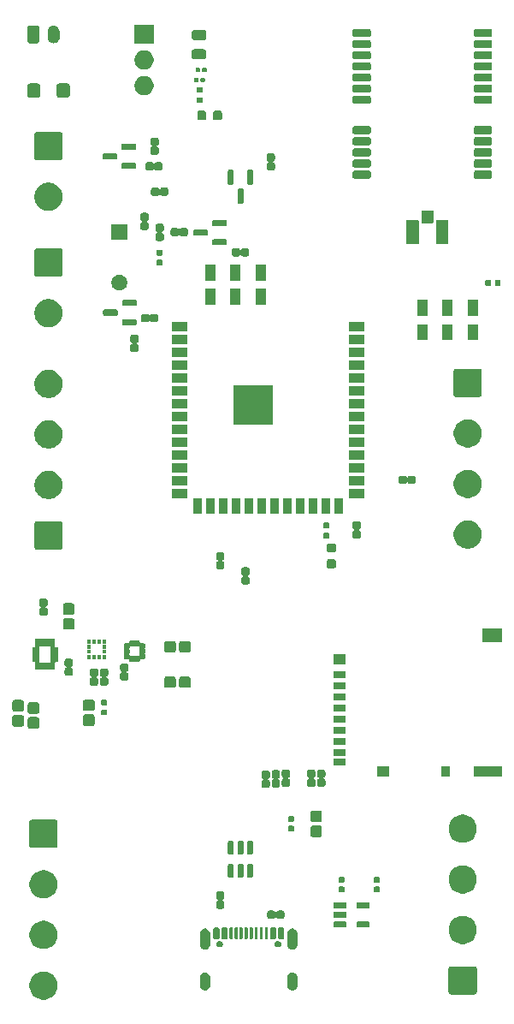
<source format=gbr>
G04 #@! TF.GenerationSoftware,KiCad,Pcbnew,9.0.6*
G04 #@! TF.CreationDate,2026-01-01T21:38:39-05:00*
G04 #@! TF.ProjectId,Experimental,45787065-7269-46d6-956e-74616c2e6b69,rev?*
G04 #@! TF.SameCoordinates,Original*
G04 #@! TF.FileFunction,Soldermask,Top*
G04 #@! TF.FilePolarity,Negative*
%FSLAX46Y46*%
G04 Gerber Fmt 4.6, Leading zero omitted, Abs format (unit mm)*
G04 Created by KiCad (PCBNEW 9.0.6) date 2026-01-01 21:38:39*
%MOMM*%
%LPD*%
G01*
G04 APERTURE LIST*
G04 APERTURE END LIST*
G36*
X104826824Y-145638682D02*
G01*
X105035757Y-145706569D01*
X105231498Y-145806304D01*
X105409227Y-145935432D01*
X105564568Y-146090773D01*
X105693696Y-146268502D01*
X105793431Y-146464243D01*
X105861318Y-146673176D01*
X105895684Y-146890157D01*
X105895684Y-147109843D01*
X105861318Y-147326824D01*
X105793431Y-147535757D01*
X105693696Y-147731498D01*
X105564568Y-147909227D01*
X105409227Y-148064568D01*
X105231498Y-148193696D01*
X105035757Y-148293431D01*
X104826824Y-148361318D01*
X104609843Y-148395684D01*
X104390157Y-148395684D01*
X104173176Y-148361318D01*
X103964243Y-148293431D01*
X103768502Y-148193696D01*
X103590773Y-148064568D01*
X103435432Y-147909227D01*
X103306304Y-147731498D01*
X103206569Y-147535757D01*
X103138682Y-147326824D01*
X103104316Y-147109843D01*
X103104316Y-146890157D01*
X103138682Y-146673176D01*
X103206569Y-146464243D01*
X103306304Y-146268502D01*
X103435432Y-146090773D01*
X103590773Y-145935432D01*
X103768502Y-145806304D01*
X103964243Y-145706569D01*
X104173176Y-145638682D01*
X104390157Y-145604316D01*
X104609843Y-145604316D01*
X104826824Y-145638682D01*
G37*
G36*
X147154115Y-145100818D02*
G01*
X147205378Y-145106766D01*
X147222892Y-145114499D01*
X147245670Y-145119030D01*
X147270054Y-145135323D01*
X147290788Y-145144478D01*
X147304950Y-145158640D01*
X147326776Y-145173224D01*
X147341359Y-145195049D01*
X147355521Y-145209211D01*
X147364675Y-145229943D01*
X147380970Y-145254330D01*
X147385500Y-145277108D01*
X147393233Y-145294621D01*
X147399182Y-145345898D01*
X147399999Y-145350002D01*
X147399999Y-145352932D01*
X147400000Y-145352941D01*
X147400000Y-146673176D01*
X147400000Y-147649999D01*
X147399180Y-147654116D01*
X147393233Y-147705378D01*
X147385501Y-147722888D01*
X147380970Y-147745670D01*
X147364673Y-147770058D01*
X147355521Y-147790788D01*
X147341361Y-147804947D01*
X147326776Y-147826776D01*
X147304947Y-147841361D01*
X147290788Y-147855521D01*
X147270058Y-147864673D01*
X147245670Y-147880970D01*
X147222889Y-147885501D01*
X147205378Y-147893233D01*
X147154102Y-147899182D01*
X147149998Y-147899999D01*
X147147066Y-147899999D01*
X147147058Y-147900000D01*
X144852942Y-147900000D01*
X144852941Y-147899999D01*
X144850001Y-147900000D01*
X144845883Y-147899181D01*
X144794621Y-147893233D01*
X144777110Y-147885501D01*
X144754330Y-147880970D01*
X144729943Y-147864675D01*
X144709211Y-147855521D01*
X144695049Y-147841359D01*
X144673224Y-147826776D01*
X144658640Y-147804950D01*
X144644478Y-147790788D01*
X144635323Y-147770054D01*
X144619030Y-147745670D01*
X144614499Y-147722893D01*
X144606766Y-147705378D01*
X144600817Y-147654101D01*
X144600001Y-147649998D01*
X144600000Y-147647066D01*
X144600000Y-147647058D01*
X144600000Y-145352941D01*
X144600000Y-145352940D01*
X144600000Y-145350001D01*
X144600818Y-145345886D01*
X144606766Y-145294621D01*
X144614499Y-145277105D01*
X144619030Y-145254330D01*
X144635321Y-145229947D01*
X144644478Y-145209211D01*
X144658642Y-145195046D01*
X144673224Y-145173224D01*
X144695046Y-145158642D01*
X144709211Y-145144478D01*
X144729947Y-145135321D01*
X144754330Y-145119030D01*
X144777104Y-145114500D01*
X144794621Y-145106766D01*
X144845898Y-145100817D01*
X144850002Y-145100001D01*
X144852933Y-145100000D01*
X144852942Y-145100000D01*
X147147058Y-145100000D01*
X147149999Y-145100000D01*
X147154115Y-145100818D01*
G37*
G36*
X120691342Y-145720637D02*
G01*
X120804381Y-145785900D01*
X120896677Y-145878196D01*
X120961940Y-145991235D01*
X120995722Y-146117314D01*
X121000000Y-146182577D01*
X121000000Y-146982577D01*
X120995722Y-147047840D01*
X120961940Y-147173919D01*
X120896677Y-147286958D01*
X120804381Y-147379254D01*
X120691342Y-147444517D01*
X120565263Y-147478299D01*
X120434737Y-147478299D01*
X120308658Y-147444517D01*
X120195619Y-147379254D01*
X120103323Y-147286958D01*
X120038060Y-147173919D01*
X120004278Y-147047840D01*
X120000000Y-146982577D01*
X120000000Y-146182577D01*
X120004278Y-146117314D01*
X120038060Y-145991235D01*
X120103323Y-145878196D01*
X120195619Y-145785900D01*
X120308658Y-145720637D01*
X120434737Y-145686855D01*
X120565263Y-145686855D01*
X120691342Y-145720637D01*
G37*
G36*
X129331342Y-145720637D02*
G01*
X129444381Y-145785900D01*
X129536677Y-145878196D01*
X129601940Y-145991235D01*
X129635722Y-146117314D01*
X129640000Y-146182577D01*
X129640000Y-146982577D01*
X129635722Y-147047840D01*
X129601940Y-147173919D01*
X129536677Y-147286958D01*
X129444381Y-147379254D01*
X129331342Y-147444517D01*
X129205263Y-147478299D01*
X129074737Y-147478299D01*
X128948658Y-147444517D01*
X128835619Y-147379254D01*
X128743323Y-147286958D01*
X128678060Y-147173919D01*
X128644278Y-147047840D01*
X128640000Y-146982577D01*
X128640000Y-146182577D01*
X128644278Y-146117314D01*
X128678060Y-145991235D01*
X128743323Y-145878196D01*
X128835619Y-145785900D01*
X128948658Y-145720637D01*
X129074737Y-145686855D01*
X129205263Y-145686855D01*
X129331342Y-145720637D01*
G37*
G36*
X120691342Y-141390637D02*
G01*
X120804381Y-141455900D01*
X120896677Y-141548196D01*
X120961940Y-141661235D01*
X120995722Y-141787314D01*
X121000000Y-141852577D01*
X121000000Y-142952577D01*
X120995722Y-143017840D01*
X120961940Y-143143919D01*
X120896677Y-143256958D01*
X120804381Y-143349254D01*
X120691342Y-143414517D01*
X120565263Y-143448299D01*
X120434737Y-143448299D01*
X120308658Y-143414517D01*
X120195619Y-143349254D01*
X120103323Y-143256958D01*
X120038060Y-143143919D01*
X120004278Y-143017840D01*
X120000000Y-142952577D01*
X120000000Y-141852577D01*
X120004278Y-141787314D01*
X120038060Y-141661235D01*
X120103323Y-141548196D01*
X120195619Y-141455900D01*
X120308658Y-141390637D01*
X120434737Y-141356855D01*
X120565263Y-141356855D01*
X120691342Y-141390637D01*
G37*
G36*
X129331342Y-141390637D02*
G01*
X129444381Y-141455900D01*
X129536677Y-141548196D01*
X129601940Y-141661235D01*
X129635722Y-141787314D01*
X129640000Y-141852577D01*
X129640000Y-142952577D01*
X129635722Y-143017840D01*
X129601940Y-143143919D01*
X129536677Y-143256958D01*
X129444381Y-143349254D01*
X129331342Y-143414517D01*
X129205263Y-143448299D01*
X129074737Y-143448299D01*
X128948658Y-143414517D01*
X128835619Y-143349254D01*
X128743323Y-143256958D01*
X128678060Y-143143919D01*
X128644278Y-143017840D01*
X128640000Y-142952577D01*
X128640000Y-141852577D01*
X128644278Y-141787314D01*
X128678060Y-141661235D01*
X128743323Y-141548196D01*
X128835619Y-141455900D01*
X128948658Y-141390637D01*
X129074737Y-141356855D01*
X129205263Y-141356855D01*
X129331342Y-141390637D01*
G37*
G36*
X104826824Y-140638682D02*
G01*
X105035757Y-140706569D01*
X105231498Y-140806304D01*
X105409227Y-140935432D01*
X105564568Y-141090773D01*
X105693696Y-141268502D01*
X105793431Y-141464243D01*
X105861318Y-141673176D01*
X105895684Y-141890157D01*
X105895684Y-142109843D01*
X105861318Y-142326824D01*
X105793431Y-142535757D01*
X105693696Y-142731498D01*
X105564568Y-142909227D01*
X105409227Y-143064568D01*
X105231498Y-143193696D01*
X105035757Y-143293431D01*
X104826824Y-143361318D01*
X104609843Y-143395684D01*
X104390157Y-143395684D01*
X104173176Y-143361318D01*
X103964243Y-143293431D01*
X103768502Y-143193696D01*
X103590773Y-143064568D01*
X103435432Y-142909227D01*
X103306304Y-142731498D01*
X103206569Y-142535757D01*
X103138682Y-142326824D01*
X103104316Y-142109843D01*
X103104316Y-141890157D01*
X103138682Y-141673176D01*
X103206569Y-141464243D01*
X103306304Y-141268502D01*
X103435432Y-141090773D01*
X103590773Y-140935432D01*
X103768502Y-140806304D01*
X103964243Y-140706569D01*
X104173176Y-140638682D01*
X104390157Y-140604316D01*
X104609843Y-140604316D01*
X104826824Y-140638682D01*
G37*
G36*
X122054372Y-142602316D02*
G01*
X122127847Y-142644737D01*
X122187840Y-142704730D01*
X122230261Y-142778205D01*
X122252220Y-142860156D01*
X122252220Y-142944998D01*
X122230261Y-143026949D01*
X122187840Y-143100424D01*
X122127847Y-143160417D01*
X122054372Y-143202838D01*
X121972421Y-143224797D01*
X121887579Y-143224797D01*
X121805628Y-143202838D01*
X121732153Y-143160417D01*
X121672160Y-143100424D01*
X121629739Y-143026949D01*
X121607780Y-142944998D01*
X121607780Y-142860156D01*
X121629739Y-142778205D01*
X121672160Y-142704730D01*
X121732153Y-142644737D01*
X121805628Y-142602316D01*
X121887579Y-142580357D01*
X121972421Y-142580357D01*
X122054372Y-142602316D01*
G37*
G36*
X127834372Y-142602316D02*
G01*
X127907847Y-142644737D01*
X127967840Y-142704730D01*
X128010261Y-142778205D01*
X128032220Y-142860156D01*
X128032220Y-142944998D01*
X128010261Y-143026949D01*
X127967840Y-143100424D01*
X127907847Y-143160417D01*
X127834372Y-143202838D01*
X127752421Y-143224797D01*
X127667579Y-143224797D01*
X127585628Y-143202838D01*
X127512153Y-143160417D01*
X127452160Y-143100424D01*
X127409739Y-143026949D01*
X127387780Y-142944998D01*
X127387780Y-142860156D01*
X127409739Y-142778205D01*
X127452160Y-142704730D01*
X127512153Y-142644737D01*
X127585628Y-142602316D01*
X127667579Y-142580357D01*
X127752421Y-142580357D01*
X127834372Y-142602316D01*
G37*
G36*
X146326824Y-140138682D02*
G01*
X146535757Y-140206569D01*
X146731498Y-140306304D01*
X146909227Y-140435432D01*
X147064568Y-140590773D01*
X147193696Y-140768502D01*
X147293431Y-140964243D01*
X147361318Y-141173176D01*
X147395684Y-141390157D01*
X147395684Y-141609843D01*
X147361318Y-141826824D01*
X147293431Y-142035757D01*
X147193696Y-142231498D01*
X147064568Y-142409227D01*
X146909227Y-142564568D01*
X146731498Y-142693696D01*
X146535757Y-142793431D01*
X146326824Y-142861318D01*
X146109843Y-142895684D01*
X145890157Y-142895684D01*
X145673176Y-142861318D01*
X145464243Y-142793431D01*
X145268502Y-142693696D01*
X145090773Y-142564568D01*
X144935432Y-142409227D01*
X144806304Y-142231498D01*
X144706569Y-142035757D01*
X144638682Y-141826824D01*
X144604316Y-141609843D01*
X144604316Y-141390157D01*
X144638682Y-141173176D01*
X144706569Y-140964243D01*
X144806304Y-140768502D01*
X144935432Y-140590773D01*
X145090773Y-140435432D01*
X145268502Y-140306304D01*
X145464243Y-140206569D01*
X145673176Y-140138682D01*
X145890157Y-140104316D01*
X146109843Y-140104316D01*
X146326824Y-140138682D01*
G37*
G36*
X121827403Y-141263995D02*
G01*
X121876066Y-141296511D01*
X121908582Y-141345174D01*
X121920000Y-141402577D01*
X121920000Y-142252577D01*
X121908582Y-142309980D01*
X121876066Y-142358643D01*
X121827403Y-142391159D01*
X121770000Y-142402577D01*
X121470000Y-142402577D01*
X121412597Y-142391159D01*
X121363934Y-142358643D01*
X121331418Y-142309980D01*
X121320000Y-142252577D01*
X121320000Y-141402577D01*
X121331418Y-141345174D01*
X121363934Y-141296511D01*
X121412597Y-141263995D01*
X121470000Y-141252577D01*
X121770000Y-141252577D01*
X121827403Y-141263995D01*
G37*
G36*
X122627403Y-141263995D02*
G01*
X122676066Y-141296511D01*
X122708582Y-141345174D01*
X122720000Y-141402577D01*
X122720000Y-142252577D01*
X122708582Y-142309980D01*
X122676066Y-142358643D01*
X122627403Y-142391159D01*
X122570000Y-142402577D01*
X122270000Y-142402577D01*
X122212597Y-142391159D01*
X122163934Y-142358643D01*
X122131418Y-142309980D01*
X122120000Y-142252577D01*
X122120000Y-141402577D01*
X122131418Y-141345174D01*
X122163934Y-141296511D01*
X122212597Y-141263995D01*
X122270000Y-141252577D01*
X122570000Y-141252577D01*
X122627403Y-141263995D01*
G37*
G36*
X123173701Y-141258286D02*
G01*
X123198033Y-141274544D01*
X123214291Y-141298876D01*
X123220000Y-141327577D01*
X123220000Y-142327577D01*
X123214291Y-142356278D01*
X123198033Y-142380610D01*
X123173701Y-142396868D01*
X123145000Y-142402577D01*
X122995000Y-142402577D01*
X122966299Y-142396868D01*
X122941967Y-142380610D01*
X122925709Y-142356278D01*
X122920000Y-142327577D01*
X122920000Y-141327577D01*
X122925709Y-141298876D01*
X122941967Y-141274544D01*
X122966299Y-141258286D01*
X122995000Y-141252577D01*
X123145000Y-141252577D01*
X123173701Y-141258286D01*
G37*
G36*
X123673701Y-141258286D02*
G01*
X123698033Y-141274544D01*
X123714291Y-141298876D01*
X123720000Y-141327577D01*
X123720000Y-142327577D01*
X123714291Y-142356278D01*
X123698033Y-142380610D01*
X123673701Y-142396868D01*
X123645000Y-142402577D01*
X123495000Y-142402577D01*
X123466299Y-142396868D01*
X123441967Y-142380610D01*
X123425709Y-142356278D01*
X123420000Y-142327577D01*
X123420000Y-141327577D01*
X123425709Y-141298876D01*
X123441967Y-141274544D01*
X123466299Y-141258286D01*
X123495000Y-141252577D01*
X123645000Y-141252577D01*
X123673701Y-141258286D01*
G37*
G36*
X124173701Y-141258286D02*
G01*
X124198033Y-141274544D01*
X124214291Y-141298876D01*
X124220000Y-141327577D01*
X124220000Y-142327577D01*
X124214291Y-142356278D01*
X124198033Y-142380610D01*
X124173701Y-142396868D01*
X124145000Y-142402577D01*
X123995000Y-142402577D01*
X123966299Y-142396868D01*
X123941967Y-142380610D01*
X123925709Y-142356278D01*
X123920000Y-142327577D01*
X123920000Y-141327577D01*
X123925709Y-141298876D01*
X123941967Y-141274544D01*
X123966299Y-141258286D01*
X123995000Y-141252577D01*
X124145000Y-141252577D01*
X124173701Y-141258286D01*
G37*
G36*
X124673701Y-141258286D02*
G01*
X124698033Y-141274544D01*
X124714291Y-141298876D01*
X124720000Y-141327577D01*
X124720000Y-142327577D01*
X124714291Y-142356278D01*
X124698033Y-142380610D01*
X124673701Y-142396868D01*
X124645000Y-142402577D01*
X124495000Y-142402577D01*
X124466299Y-142396868D01*
X124441967Y-142380610D01*
X124425709Y-142356278D01*
X124420000Y-142327577D01*
X124420000Y-141327577D01*
X124425709Y-141298876D01*
X124441967Y-141274544D01*
X124466299Y-141258286D01*
X124495000Y-141252577D01*
X124645000Y-141252577D01*
X124673701Y-141258286D01*
G37*
G36*
X125173701Y-141258286D02*
G01*
X125198033Y-141274544D01*
X125214291Y-141298876D01*
X125220000Y-141327577D01*
X125220000Y-142327577D01*
X125214291Y-142356278D01*
X125198033Y-142380610D01*
X125173701Y-142396868D01*
X125145000Y-142402577D01*
X124995000Y-142402577D01*
X124966299Y-142396868D01*
X124941967Y-142380610D01*
X124925709Y-142356278D01*
X124920000Y-142327577D01*
X124920000Y-141327577D01*
X124925709Y-141298876D01*
X124941967Y-141274544D01*
X124966299Y-141258286D01*
X124995000Y-141252577D01*
X125145000Y-141252577D01*
X125173701Y-141258286D01*
G37*
G36*
X125673701Y-141258286D02*
G01*
X125698033Y-141274544D01*
X125714291Y-141298876D01*
X125720000Y-141327577D01*
X125720000Y-142327577D01*
X125714291Y-142356278D01*
X125698033Y-142380610D01*
X125673701Y-142396868D01*
X125645000Y-142402577D01*
X125495000Y-142402577D01*
X125466299Y-142396868D01*
X125441967Y-142380610D01*
X125425709Y-142356278D01*
X125420000Y-142327577D01*
X125420000Y-141327577D01*
X125425709Y-141298876D01*
X125441967Y-141274544D01*
X125466299Y-141258286D01*
X125495000Y-141252577D01*
X125645000Y-141252577D01*
X125673701Y-141258286D01*
G37*
G36*
X126173701Y-141258286D02*
G01*
X126198033Y-141274544D01*
X126214291Y-141298876D01*
X126220000Y-141327577D01*
X126220000Y-142327577D01*
X126214291Y-142356278D01*
X126198033Y-142380610D01*
X126173701Y-142396868D01*
X126145000Y-142402577D01*
X125995000Y-142402577D01*
X125966299Y-142396868D01*
X125941967Y-142380610D01*
X125925709Y-142356278D01*
X125920000Y-142327577D01*
X125920000Y-141327577D01*
X125925709Y-141298876D01*
X125941967Y-141274544D01*
X125966299Y-141258286D01*
X125995000Y-141252577D01*
X126145000Y-141252577D01*
X126173701Y-141258286D01*
G37*
G36*
X126673701Y-141258286D02*
G01*
X126698033Y-141274544D01*
X126714291Y-141298876D01*
X126720000Y-141327577D01*
X126720000Y-142327577D01*
X126714291Y-142356278D01*
X126698033Y-142380610D01*
X126673701Y-142396868D01*
X126645000Y-142402577D01*
X126495000Y-142402577D01*
X126466299Y-142396868D01*
X126441967Y-142380610D01*
X126425709Y-142356278D01*
X126420000Y-142327577D01*
X126420000Y-141327577D01*
X126425709Y-141298876D01*
X126441967Y-141274544D01*
X126466299Y-141258286D01*
X126495000Y-141252577D01*
X126645000Y-141252577D01*
X126673701Y-141258286D01*
G37*
G36*
X127427403Y-141263995D02*
G01*
X127476066Y-141296511D01*
X127508582Y-141345174D01*
X127520000Y-141402577D01*
X127520000Y-142252577D01*
X127508582Y-142309980D01*
X127476066Y-142358643D01*
X127427403Y-142391159D01*
X127370000Y-142402577D01*
X127070000Y-142402577D01*
X127012597Y-142391159D01*
X126963934Y-142358643D01*
X126931418Y-142309980D01*
X126920000Y-142252577D01*
X126920000Y-141402577D01*
X126931418Y-141345174D01*
X126963934Y-141296511D01*
X127012597Y-141263995D01*
X127070000Y-141252577D01*
X127370000Y-141252577D01*
X127427403Y-141263995D01*
G37*
G36*
X128227403Y-141263995D02*
G01*
X128276066Y-141296511D01*
X128308582Y-141345174D01*
X128320000Y-141402577D01*
X128320000Y-142252577D01*
X128308582Y-142309980D01*
X128276066Y-142358643D01*
X128227403Y-142391159D01*
X128170000Y-142402577D01*
X127870000Y-142402577D01*
X127812597Y-142391159D01*
X127763934Y-142358643D01*
X127731418Y-142309980D01*
X127720000Y-142252577D01*
X127720000Y-141402577D01*
X127731418Y-141345174D01*
X127763934Y-141296511D01*
X127812597Y-141263995D01*
X127870000Y-141252577D01*
X128170000Y-141252577D01*
X128227403Y-141263995D01*
G37*
G36*
X134432403Y-140668995D02*
G01*
X134481066Y-140701511D01*
X134513582Y-140750174D01*
X134525000Y-140807577D01*
X134525000Y-141107577D01*
X134513582Y-141164980D01*
X134481066Y-141213643D01*
X134432403Y-141246159D01*
X134375000Y-141257577D01*
X133350000Y-141257577D01*
X133292597Y-141246159D01*
X133243934Y-141213643D01*
X133211418Y-141164980D01*
X133200000Y-141107577D01*
X133200000Y-140807577D01*
X133211418Y-140750174D01*
X133243934Y-140701511D01*
X133292597Y-140668995D01*
X133350000Y-140657577D01*
X134375000Y-140657577D01*
X134432403Y-140668995D01*
G37*
G36*
X136707403Y-140668995D02*
G01*
X136756066Y-140701511D01*
X136788582Y-140750174D01*
X136800000Y-140807577D01*
X136800000Y-141107577D01*
X136788582Y-141164980D01*
X136756066Y-141213643D01*
X136707403Y-141246159D01*
X136650000Y-141257577D01*
X135625000Y-141257577D01*
X135567597Y-141246159D01*
X135518934Y-141213643D01*
X135486418Y-141164980D01*
X135475000Y-141107577D01*
X135475000Y-140807577D01*
X135486418Y-140750174D01*
X135518934Y-140701511D01*
X135567597Y-140668995D01*
X135625000Y-140657577D01*
X136650000Y-140657577D01*
X136707403Y-140668995D01*
G37*
G36*
X127220762Y-139589372D02*
G01*
X127280499Y-139597237D01*
X127295523Y-139604242D01*
X127314035Y-139607925D01*
X127338552Y-139624307D01*
X127363362Y-139635876D01*
X127378456Y-139650970D01*
X127398628Y-139664449D01*
X127412106Y-139684620D01*
X127427202Y-139699716D01*
X127438772Y-139724528D01*
X127455152Y-139749042D01*
X127458832Y-139767547D01*
X127467638Y-139786430D01*
X127532362Y-139786430D01*
X127541167Y-139767546D01*
X127544848Y-139749042D01*
X127561225Y-139724532D01*
X127572797Y-139699716D01*
X127587895Y-139684617D01*
X127601372Y-139664449D01*
X127621540Y-139650972D01*
X127636637Y-139635876D01*
X127661449Y-139624305D01*
X127685965Y-139607925D01*
X127704474Y-139604243D01*
X127719500Y-139597237D01*
X127779239Y-139589372D01*
X127785750Y-139588077D01*
X128103250Y-139588077D01*
X128109762Y-139589372D01*
X128169499Y-139597237D01*
X128184523Y-139604242D01*
X128203035Y-139607925D01*
X128227552Y-139624307D01*
X128252362Y-139635876D01*
X128267456Y-139650970D01*
X128287628Y-139664449D01*
X128301106Y-139684620D01*
X128316200Y-139699714D01*
X128327767Y-139724521D01*
X128344152Y-139749042D01*
X128347834Y-139767555D01*
X128354839Y-139782577D01*
X128362701Y-139842301D01*
X128364000Y-139848827D01*
X128364000Y-140166327D01*
X128362701Y-140172854D01*
X128354839Y-140232576D01*
X128347834Y-140247596D01*
X128344152Y-140266112D01*
X128327766Y-140290634D01*
X128316200Y-140315439D01*
X128301108Y-140330530D01*
X128287628Y-140350705D01*
X128267453Y-140364185D01*
X128252362Y-140379277D01*
X128227557Y-140390843D01*
X128203035Y-140407229D01*
X128184519Y-140410911D01*
X128169499Y-140417916D01*
X128109777Y-140425778D01*
X128103250Y-140427077D01*
X127785750Y-140427077D01*
X127779224Y-140425778D01*
X127719500Y-140417916D01*
X127704478Y-140410911D01*
X127685965Y-140407229D01*
X127661444Y-140390844D01*
X127636637Y-140379277D01*
X127621543Y-140364183D01*
X127601372Y-140350705D01*
X127587893Y-140330533D01*
X127572799Y-140315439D01*
X127561230Y-140290629D01*
X127544848Y-140266112D01*
X127541166Y-140247601D01*
X127532363Y-140228723D01*
X127467637Y-140228723D01*
X127458834Y-140247600D01*
X127455152Y-140266112D01*
X127438767Y-140290632D01*
X127427200Y-140315439D01*
X127412108Y-140330530D01*
X127398628Y-140350705D01*
X127378453Y-140364185D01*
X127363362Y-140379277D01*
X127338557Y-140390843D01*
X127314035Y-140407229D01*
X127295519Y-140410911D01*
X127280499Y-140417916D01*
X127220777Y-140425778D01*
X127214250Y-140427077D01*
X126896750Y-140427077D01*
X126890224Y-140425778D01*
X126830500Y-140417916D01*
X126815478Y-140410911D01*
X126796965Y-140407229D01*
X126772444Y-140390844D01*
X126747637Y-140379277D01*
X126732543Y-140364183D01*
X126712372Y-140350705D01*
X126698893Y-140330533D01*
X126683799Y-140315439D01*
X126672230Y-140290629D01*
X126655848Y-140266112D01*
X126652165Y-140247600D01*
X126645160Y-140232576D01*
X126637295Y-140172839D01*
X126636000Y-140166327D01*
X126636000Y-139848827D01*
X126637295Y-139842316D01*
X126645160Y-139782577D01*
X126652166Y-139767551D01*
X126655848Y-139749042D01*
X126672228Y-139724526D01*
X126683799Y-139699714D01*
X126698895Y-139684617D01*
X126712372Y-139664449D01*
X126732540Y-139650972D01*
X126747637Y-139635876D01*
X126772449Y-139624305D01*
X126796965Y-139607925D01*
X126815474Y-139604243D01*
X126830500Y-139597237D01*
X126890239Y-139589372D01*
X126896750Y-139588077D01*
X127214250Y-139588077D01*
X127220762Y-139589372D01*
G37*
G36*
X134432403Y-139718995D02*
G01*
X134481066Y-139751511D01*
X134513582Y-139800174D01*
X134525000Y-139857577D01*
X134525000Y-140157577D01*
X134513582Y-140214980D01*
X134481066Y-140263643D01*
X134432403Y-140296159D01*
X134375000Y-140307577D01*
X133350000Y-140307577D01*
X133292597Y-140296159D01*
X133243934Y-140263643D01*
X133211418Y-140214980D01*
X133200000Y-140157577D01*
X133200000Y-139857577D01*
X133211418Y-139800174D01*
X133243934Y-139751511D01*
X133292597Y-139718995D01*
X133350000Y-139707577D01*
X134375000Y-139707577D01*
X134432403Y-139718995D01*
G37*
G36*
X122165262Y-137700372D02*
G01*
X122224999Y-137708237D01*
X122240023Y-137715242D01*
X122258535Y-137718925D01*
X122283052Y-137735307D01*
X122307862Y-137746876D01*
X122322956Y-137761970D01*
X122343128Y-137775449D01*
X122356606Y-137795620D01*
X122371700Y-137810714D01*
X122383267Y-137835521D01*
X122399652Y-137860042D01*
X122403334Y-137878555D01*
X122410339Y-137893577D01*
X122418201Y-137953301D01*
X122419500Y-137959827D01*
X122419500Y-138277327D01*
X122418201Y-138283854D01*
X122410339Y-138343576D01*
X122403334Y-138358596D01*
X122399652Y-138377112D01*
X122383266Y-138401634D01*
X122371700Y-138426439D01*
X122356608Y-138441530D01*
X122343128Y-138461705D01*
X122322953Y-138475185D01*
X122307862Y-138490277D01*
X122283055Y-138501844D01*
X122258535Y-138518229D01*
X122240023Y-138521911D01*
X122221146Y-138530714D01*
X122221146Y-138595440D01*
X122240024Y-138604243D01*
X122258535Y-138607925D01*
X122283052Y-138624307D01*
X122307862Y-138635876D01*
X122322956Y-138650970D01*
X122343128Y-138664449D01*
X122356606Y-138684620D01*
X122371700Y-138699714D01*
X122383267Y-138724521D01*
X122399652Y-138749042D01*
X122403334Y-138767555D01*
X122410339Y-138782577D01*
X122418201Y-138842301D01*
X122419500Y-138848827D01*
X122419500Y-139166327D01*
X122418201Y-139172854D01*
X122410339Y-139232576D01*
X122403334Y-139247596D01*
X122399652Y-139266112D01*
X122383266Y-139290634D01*
X122371700Y-139315439D01*
X122356608Y-139330530D01*
X122343128Y-139350705D01*
X122322953Y-139364185D01*
X122307862Y-139379277D01*
X122283057Y-139390843D01*
X122258535Y-139407229D01*
X122240019Y-139410911D01*
X122224999Y-139417916D01*
X122165277Y-139425778D01*
X122158750Y-139427077D01*
X121841250Y-139427077D01*
X121834724Y-139425778D01*
X121775000Y-139417916D01*
X121759978Y-139410911D01*
X121741465Y-139407229D01*
X121716944Y-139390844D01*
X121692137Y-139379277D01*
X121677043Y-139364183D01*
X121656872Y-139350705D01*
X121643393Y-139330533D01*
X121628299Y-139315439D01*
X121616730Y-139290629D01*
X121600348Y-139266112D01*
X121596665Y-139247600D01*
X121589660Y-139232576D01*
X121581795Y-139172839D01*
X121580500Y-139166327D01*
X121580500Y-138848827D01*
X121581795Y-138842316D01*
X121589660Y-138782577D01*
X121596666Y-138767551D01*
X121600348Y-138749042D01*
X121616728Y-138724526D01*
X121628299Y-138699714D01*
X121643395Y-138684617D01*
X121656872Y-138664449D01*
X121677040Y-138650972D01*
X121692139Y-138635874D01*
X121716955Y-138624302D01*
X121741465Y-138607925D01*
X121759969Y-138604244D01*
X121778853Y-138595439D01*
X121778853Y-138530715D01*
X121759970Y-138521909D01*
X121741465Y-138518229D01*
X121716951Y-138501849D01*
X121692139Y-138490279D01*
X121677043Y-138475183D01*
X121656872Y-138461705D01*
X121643393Y-138441533D01*
X121628299Y-138426439D01*
X121616730Y-138401629D01*
X121600348Y-138377112D01*
X121596665Y-138358600D01*
X121589660Y-138343576D01*
X121581795Y-138283839D01*
X121580500Y-138277327D01*
X121580500Y-137959827D01*
X121581795Y-137953316D01*
X121589660Y-137893577D01*
X121596666Y-137878551D01*
X121600348Y-137860042D01*
X121616728Y-137835526D01*
X121628299Y-137810714D01*
X121643395Y-137795617D01*
X121656872Y-137775449D01*
X121677040Y-137761972D01*
X121692137Y-137746876D01*
X121716949Y-137735305D01*
X121741465Y-137718925D01*
X121759974Y-137715243D01*
X121775000Y-137708237D01*
X121834739Y-137700372D01*
X121841250Y-137699077D01*
X122158750Y-137699077D01*
X122165262Y-137700372D01*
G37*
G36*
X134432403Y-138768995D02*
G01*
X134481066Y-138801511D01*
X134513582Y-138850174D01*
X134525000Y-138907577D01*
X134525000Y-139207577D01*
X134513582Y-139264980D01*
X134481066Y-139313643D01*
X134432403Y-139346159D01*
X134375000Y-139357577D01*
X133350000Y-139357577D01*
X133292597Y-139346159D01*
X133243934Y-139313643D01*
X133211418Y-139264980D01*
X133200000Y-139207577D01*
X133200000Y-138907577D01*
X133211418Y-138850174D01*
X133243934Y-138801511D01*
X133292597Y-138768995D01*
X133350000Y-138757577D01*
X134375000Y-138757577D01*
X134432403Y-138768995D01*
G37*
G36*
X136707403Y-138768995D02*
G01*
X136756066Y-138801511D01*
X136788582Y-138850174D01*
X136800000Y-138907577D01*
X136800000Y-139207577D01*
X136788582Y-139264980D01*
X136756066Y-139313643D01*
X136707403Y-139346159D01*
X136650000Y-139357577D01*
X135625000Y-139357577D01*
X135567597Y-139346159D01*
X135518934Y-139313643D01*
X135486418Y-139264980D01*
X135475000Y-139207577D01*
X135475000Y-138907577D01*
X135486418Y-138850174D01*
X135518934Y-138801511D01*
X135567597Y-138768995D01*
X135625000Y-138757577D01*
X136650000Y-138757577D01*
X136707403Y-138768995D01*
G37*
G36*
X104826824Y-135638682D02*
G01*
X105035757Y-135706569D01*
X105231498Y-135806304D01*
X105409227Y-135935432D01*
X105564568Y-136090773D01*
X105693696Y-136268502D01*
X105793431Y-136464243D01*
X105861318Y-136673176D01*
X105895684Y-136890157D01*
X105895684Y-137109843D01*
X105861318Y-137326824D01*
X105793431Y-137535757D01*
X105693696Y-137731498D01*
X105564568Y-137909227D01*
X105409227Y-138064568D01*
X105231498Y-138193696D01*
X105035757Y-138293431D01*
X104826824Y-138361318D01*
X104609843Y-138395684D01*
X104390157Y-138395684D01*
X104173176Y-138361318D01*
X103964243Y-138293431D01*
X103768502Y-138193696D01*
X103590773Y-138064568D01*
X103435432Y-137909227D01*
X103306304Y-137731498D01*
X103206569Y-137535757D01*
X103138682Y-137326824D01*
X103104316Y-137109843D01*
X103104316Y-136890157D01*
X103138682Y-136673176D01*
X103206569Y-136464243D01*
X103306304Y-136268502D01*
X103435432Y-136090773D01*
X103590773Y-135935432D01*
X103768502Y-135806304D01*
X103964243Y-135706569D01*
X104173176Y-135638682D01*
X104390157Y-135604316D01*
X104609843Y-135604316D01*
X104826824Y-135638682D01*
G37*
G36*
X146326824Y-135138682D02*
G01*
X146535757Y-135206569D01*
X146731498Y-135306304D01*
X146909227Y-135435432D01*
X147064568Y-135590773D01*
X147193696Y-135768502D01*
X147293431Y-135964243D01*
X147361318Y-136173176D01*
X147395684Y-136390157D01*
X147395684Y-136609843D01*
X147361318Y-136826824D01*
X147293431Y-137035757D01*
X147193696Y-137231498D01*
X147064568Y-137409227D01*
X146909227Y-137564568D01*
X146731498Y-137693696D01*
X146535757Y-137793431D01*
X146326824Y-137861318D01*
X146109843Y-137895684D01*
X145890157Y-137895684D01*
X145673176Y-137861318D01*
X145464243Y-137793431D01*
X145268502Y-137693696D01*
X145090773Y-137564568D01*
X144935432Y-137409227D01*
X144806304Y-137231498D01*
X144706569Y-137035757D01*
X144638682Y-136826824D01*
X144604316Y-136609843D01*
X144604316Y-136390157D01*
X144638682Y-136173176D01*
X144706569Y-135964243D01*
X144806304Y-135768502D01*
X144935432Y-135590773D01*
X145090773Y-135435432D01*
X145268502Y-135306304D01*
X145464243Y-135206569D01*
X145673176Y-135138682D01*
X145890157Y-135104316D01*
X146109843Y-135104316D01*
X146326824Y-135138682D01*
G37*
G36*
X134223576Y-137218234D02*
G01*
X134268995Y-137248582D01*
X134299343Y-137294001D01*
X134310000Y-137347577D01*
X134310000Y-137627577D01*
X134299343Y-137681153D01*
X134268995Y-137726572D01*
X134223576Y-137756920D01*
X134170000Y-137767577D01*
X133830000Y-137767577D01*
X133776424Y-137756920D01*
X133731005Y-137726572D01*
X133700657Y-137681153D01*
X133690000Y-137627577D01*
X133690000Y-137347577D01*
X133700657Y-137294001D01*
X133731005Y-137248582D01*
X133776424Y-137218234D01*
X133830000Y-137207577D01*
X134170000Y-137207577D01*
X134223576Y-137218234D01*
G37*
G36*
X137723576Y-137218234D02*
G01*
X137768995Y-137248582D01*
X137799343Y-137294001D01*
X137810000Y-137347577D01*
X137810000Y-137627577D01*
X137799343Y-137681153D01*
X137768995Y-137726572D01*
X137723576Y-137756920D01*
X137670000Y-137767577D01*
X137330000Y-137767577D01*
X137276424Y-137756920D01*
X137231005Y-137726572D01*
X137200657Y-137681153D01*
X137190000Y-137627577D01*
X137190000Y-137347577D01*
X137200657Y-137294001D01*
X137231005Y-137248582D01*
X137276424Y-137218234D01*
X137330000Y-137207577D01*
X137670000Y-137207577D01*
X137723576Y-137218234D01*
G37*
G36*
X134223576Y-136258234D02*
G01*
X134268995Y-136288582D01*
X134299343Y-136334001D01*
X134310000Y-136387577D01*
X134310000Y-136667577D01*
X134299343Y-136721153D01*
X134268995Y-136766572D01*
X134223576Y-136796920D01*
X134170000Y-136807577D01*
X133830000Y-136807577D01*
X133776424Y-136796920D01*
X133731005Y-136766572D01*
X133700657Y-136721153D01*
X133690000Y-136667577D01*
X133690000Y-136387577D01*
X133700657Y-136334001D01*
X133731005Y-136288582D01*
X133776424Y-136258234D01*
X133830000Y-136247577D01*
X134170000Y-136247577D01*
X134223576Y-136258234D01*
G37*
G36*
X137723576Y-136258234D02*
G01*
X137768995Y-136288582D01*
X137799343Y-136334001D01*
X137810000Y-136387577D01*
X137810000Y-136667577D01*
X137799343Y-136721153D01*
X137768995Y-136766572D01*
X137723576Y-136796920D01*
X137670000Y-136807577D01*
X137330000Y-136807577D01*
X137276424Y-136796920D01*
X137231005Y-136766572D01*
X137200657Y-136721153D01*
X137190000Y-136667577D01*
X137190000Y-136387577D01*
X137200657Y-136334001D01*
X137231005Y-136288582D01*
X137276424Y-136258234D01*
X137330000Y-136247577D01*
X137670000Y-136247577D01*
X137723576Y-136258234D01*
G37*
G36*
X123257403Y-134993995D02*
G01*
X123306066Y-135026511D01*
X123338582Y-135075174D01*
X123350000Y-135132577D01*
X123350000Y-136157577D01*
X123338582Y-136214980D01*
X123306066Y-136263643D01*
X123257403Y-136296159D01*
X123200000Y-136307577D01*
X122900000Y-136307577D01*
X122842597Y-136296159D01*
X122793934Y-136263643D01*
X122761418Y-136214980D01*
X122750000Y-136157577D01*
X122750000Y-135132577D01*
X122761418Y-135075174D01*
X122793934Y-135026511D01*
X122842597Y-134993995D01*
X122900000Y-134982577D01*
X123200000Y-134982577D01*
X123257403Y-134993995D01*
G37*
G36*
X124207403Y-134993995D02*
G01*
X124256066Y-135026511D01*
X124288582Y-135075174D01*
X124300000Y-135132577D01*
X124300000Y-136157577D01*
X124288582Y-136214980D01*
X124256066Y-136263643D01*
X124207403Y-136296159D01*
X124150000Y-136307577D01*
X123850000Y-136307577D01*
X123792597Y-136296159D01*
X123743934Y-136263643D01*
X123711418Y-136214980D01*
X123700000Y-136157577D01*
X123700000Y-135132577D01*
X123711418Y-135075174D01*
X123743934Y-135026511D01*
X123792597Y-134993995D01*
X123850000Y-134982577D01*
X124150000Y-134982577D01*
X124207403Y-134993995D01*
G37*
G36*
X125157403Y-134993995D02*
G01*
X125206066Y-135026511D01*
X125238582Y-135075174D01*
X125250000Y-135132577D01*
X125250000Y-136157577D01*
X125238582Y-136214980D01*
X125206066Y-136263643D01*
X125157403Y-136296159D01*
X125100000Y-136307577D01*
X124800000Y-136307577D01*
X124742597Y-136296159D01*
X124693934Y-136263643D01*
X124661418Y-136214980D01*
X124650000Y-136157577D01*
X124650000Y-135132577D01*
X124661418Y-135075174D01*
X124693934Y-135026511D01*
X124742597Y-134993995D01*
X124800000Y-134982577D01*
X125100000Y-134982577D01*
X125157403Y-134993995D01*
G37*
G36*
X123257403Y-132718995D02*
G01*
X123306066Y-132751511D01*
X123338582Y-132800174D01*
X123350000Y-132857577D01*
X123350000Y-133882577D01*
X123338582Y-133939980D01*
X123306066Y-133988643D01*
X123257403Y-134021159D01*
X123200000Y-134032577D01*
X122900000Y-134032577D01*
X122842597Y-134021159D01*
X122793934Y-133988643D01*
X122761418Y-133939980D01*
X122750000Y-133882577D01*
X122750000Y-132857577D01*
X122761418Y-132800174D01*
X122793934Y-132751511D01*
X122842597Y-132718995D01*
X122900000Y-132707577D01*
X123200000Y-132707577D01*
X123257403Y-132718995D01*
G37*
G36*
X124207403Y-132718995D02*
G01*
X124256066Y-132751511D01*
X124288582Y-132800174D01*
X124300000Y-132857577D01*
X124300000Y-133882577D01*
X124288582Y-133939980D01*
X124256066Y-133988643D01*
X124207403Y-134021159D01*
X124150000Y-134032577D01*
X123850000Y-134032577D01*
X123792597Y-134021159D01*
X123743934Y-133988643D01*
X123711418Y-133939980D01*
X123700000Y-133882577D01*
X123700000Y-132857577D01*
X123711418Y-132800174D01*
X123743934Y-132751511D01*
X123792597Y-132718995D01*
X123850000Y-132707577D01*
X124150000Y-132707577D01*
X124207403Y-132718995D01*
G37*
G36*
X125157403Y-132718995D02*
G01*
X125206066Y-132751511D01*
X125238582Y-132800174D01*
X125250000Y-132857577D01*
X125250000Y-133882577D01*
X125238582Y-133939980D01*
X125206066Y-133988643D01*
X125157403Y-134021159D01*
X125100000Y-134032577D01*
X124800000Y-134032577D01*
X124742597Y-134021159D01*
X124693934Y-133988643D01*
X124661418Y-133939980D01*
X124650000Y-133882577D01*
X124650000Y-132857577D01*
X124661418Y-132800174D01*
X124693934Y-132751511D01*
X124742597Y-132718995D01*
X124800000Y-132707577D01*
X125100000Y-132707577D01*
X125157403Y-132718995D01*
G37*
G36*
X105654115Y-130600818D02*
G01*
X105705378Y-130606766D01*
X105722892Y-130614499D01*
X105745670Y-130619030D01*
X105770054Y-130635323D01*
X105790788Y-130644478D01*
X105804950Y-130658640D01*
X105826776Y-130673224D01*
X105841359Y-130695049D01*
X105855521Y-130709211D01*
X105864675Y-130729943D01*
X105880970Y-130754330D01*
X105885500Y-130777108D01*
X105893233Y-130794621D01*
X105899182Y-130845898D01*
X105899999Y-130850002D01*
X105899999Y-130852932D01*
X105900000Y-130852941D01*
X105900000Y-132035700D01*
X105900000Y-133149999D01*
X105899180Y-133154116D01*
X105893233Y-133205378D01*
X105885501Y-133222888D01*
X105880970Y-133245670D01*
X105864673Y-133270058D01*
X105855521Y-133290788D01*
X105841361Y-133304947D01*
X105826776Y-133326776D01*
X105804947Y-133341361D01*
X105790788Y-133355521D01*
X105770058Y-133364673D01*
X105745670Y-133380970D01*
X105722889Y-133385501D01*
X105705378Y-133393233D01*
X105654102Y-133399182D01*
X105649998Y-133399999D01*
X105647066Y-133399999D01*
X105647058Y-133400000D01*
X103352942Y-133400000D01*
X103352941Y-133399999D01*
X103350001Y-133400000D01*
X103345883Y-133399181D01*
X103294621Y-133393233D01*
X103277110Y-133385501D01*
X103254330Y-133380970D01*
X103229943Y-133364675D01*
X103209211Y-133355521D01*
X103195049Y-133341359D01*
X103173224Y-133326776D01*
X103158640Y-133304950D01*
X103144478Y-133290788D01*
X103135323Y-133270054D01*
X103119030Y-133245670D01*
X103114499Y-133222893D01*
X103106766Y-133205378D01*
X103100817Y-133154101D01*
X103100001Y-133149998D01*
X103100000Y-133147066D01*
X103100000Y-133147058D01*
X103100000Y-130852941D01*
X103100000Y-130852940D01*
X103100000Y-130850001D01*
X103100818Y-130845886D01*
X103106766Y-130794621D01*
X103114499Y-130777105D01*
X103119030Y-130754330D01*
X103135321Y-130729947D01*
X103144478Y-130709211D01*
X103158642Y-130695046D01*
X103173224Y-130673224D01*
X103195046Y-130658642D01*
X103209211Y-130644478D01*
X103229947Y-130635321D01*
X103254330Y-130619030D01*
X103277104Y-130614500D01*
X103294621Y-130606766D01*
X103345898Y-130600817D01*
X103350002Y-130600001D01*
X103352933Y-130600000D01*
X103352942Y-130600000D01*
X105647058Y-130600000D01*
X105649999Y-130600000D01*
X105654115Y-130600818D01*
G37*
G36*
X146326824Y-130138682D02*
G01*
X146535757Y-130206569D01*
X146731498Y-130306304D01*
X146909227Y-130435432D01*
X147064568Y-130590773D01*
X147193696Y-130768502D01*
X147293431Y-130964243D01*
X147361318Y-131173176D01*
X147395684Y-131390157D01*
X147395684Y-131609843D01*
X147361318Y-131826824D01*
X147293431Y-132035757D01*
X147193696Y-132231498D01*
X147064568Y-132409227D01*
X146909227Y-132564568D01*
X146731498Y-132693696D01*
X146535757Y-132793431D01*
X146326824Y-132861318D01*
X146109843Y-132895684D01*
X145890157Y-132895684D01*
X145673176Y-132861318D01*
X145464243Y-132793431D01*
X145268502Y-132693696D01*
X145090773Y-132564568D01*
X144935432Y-132409227D01*
X144806304Y-132231498D01*
X144706569Y-132035757D01*
X144638682Y-131826824D01*
X144604316Y-131609843D01*
X144604316Y-131390157D01*
X144638682Y-131173176D01*
X144706569Y-130964243D01*
X144806304Y-130768502D01*
X144935432Y-130590773D01*
X145090773Y-130435432D01*
X145268502Y-130306304D01*
X145464243Y-130206569D01*
X145673176Y-130138682D01*
X145890157Y-130104316D01*
X146109843Y-130104316D01*
X146326824Y-130138682D01*
G37*
G36*
X131932271Y-131179613D02*
G01*
X132003076Y-131226924D01*
X132050387Y-131297729D01*
X132067000Y-131381250D01*
X132067000Y-132098750D01*
X132050387Y-132182271D01*
X132003076Y-132253076D01*
X131932271Y-132300387D01*
X131848750Y-132317000D01*
X131151250Y-132317000D01*
X131067729Y-132300387D01*
X130996924Y-132253076D01*
X130949613Y-132182271D01*
X130933000Y-132098750D01*
X130933000Y-131381250D01*
X130949613Y-131297729D01*
X130996924Y-131226924D01*
X131067729Y-131179613D01*
X131151250Y-131163000D01*
X131848750Y-131163000D01*
X131932271Y-131179613D01*
G37*
G36*
X129223576Y-131210657D02*
G01*
X129268995Y-131241005D01*
X129299343Y-131286424D01*
X129310000Y-131340000D01*
X129310000Y-131620000D01*
X129299343Y-131673576D01*
X129268995Y-131718995D01*
X129223576Y-131749343D01*
X129170000Y-131760000D01*
X128830000Y-131760000D01*
X128776424Y-131749343D01*
X128731005Y-131718995D01*
X128700657Y-131673576D01*
X128690000Y-131620000D01*
X128690000Y-131340000D01*
X128700657Y-131286424D01*
X128731005Y-131241005D01*
X128776424Y-131210657D01*
X128830000Y-131200000D01*
X129170000Y-131200000D01*
X129223576Y-131210657D01*
G37*
G36*
X131932271Y-129699613D02*
G01*
X132003076Y-129746924D01*
X132050387Y-129817729D01*
X132067000Y-129901250D01*
X132067000Y-130618750D01*
X132050387Y-130702271D01*
X132003076Y-130773076D01*
X131932271Y-130820387D01*
X131848750Y-130837000D01*
X131151250Y-130837000D01*
X131067729Y-130820387D01*
X130996924Y-130773076D01*
X130949613Y-130702271D01*
X130933000Y-130618750D01*
X130933000Y-129901250D01*
X130949613Y-129817729D01*
X130996924Y-129746924D01*
X131067729Y-129699613D01*
X131151250Y-129683000D01*
X131848750Y-129683000D01*
X131932271Y-129699613D01*
G37*
G36*
X129223576Y-130250657D02*
G01*
X129268995Y-130281005D01*
X129299343Y-130326424D01*
X129310000Y-130380000D01*
X129310000Y-130660000D01*
X129299343Y-130713576D01*
X129268995Y-130758995D01*
X129223576Y-130789343D01*
X129170000Y-130800000D01*
X128830000Y-130800000D01*
X128776424Y-130789343D01*
X128731005Y-130758995D01*
X128700657Y-130713576D01*
X128690000Y-130660000D01*
X128690000Y-130380000D01*
X128700657Y-130326424D01*
X128731005Y-130281005D01*
X128776424Y-130250657D01*
X128830000Y-130240000D01*
X129170000Y-130240000D01*
X129223576Y-130250657D01*
G37*
G36*
X126665262Y-125748295D02*
G01*
X126724999Y-125756160D01*
X126740023Y-125763165D01*
X126758535Y-125766848D01*
X126783052Y-125783230D01*
X126807862Y-125794799D01*
X126822956Y-125809893D01*
X126843128Y-125823372D01*
X126856606Y-125843543D01*
X126871700Y-125858637D01*
X126883267Y-125883444D01*
X126899652Y-125907965D01*
X126903334Y-125926478D01*
X126910339Y-125941500D01*
X126918201Y-126001224D01*
X126919500Y-126007750D01*
X126919500Y-126325250D01*
X126918201Y-126331777D01*
X126910339Y-126391499D01*
X126903334Y-126406519D01*
X126899652Y-126425035D01*
X126883266Y-126449557D01*
X126871700Y-126474362D01*
X126856608Y-126489453D01*
X126843128Y-126509628D01*
X126822953Y-126523108D01*
X126807862Y-126538200D01*
X126783055Y-126549767D01*
X126758535Y-126566152D01*
X126740023Y-126569834D01*
X126721146Y-126578637D01*
X126721146Y-126643363D01*
X126740024Y-126652166D01*
X126758535Y-126655848D01*
X126783052Y-126672230D01*
X126807862Y-126683799D01*
X126822956Y-126698893D01*
X126843128Y-126712372D01*
X126856606Y-126732543D01*
X126871700Y-126747637D01*
X126883267Y-126772444D01*
X126899652Y-126796965D01*
X126903334Y-126815478D01*
X126910339Y-126830500D01*
X126918201Y-126890224D01*
X126919500Y-126896750D01*
X126919500Y-127214250D01*
X126918201Y-127220777D01*
X126910339Y-127280499D01*
X126903334Y-127295519D01*
X126899652Y-127314035D01*
X126883266Y-127338557D01*
X126871700Y-127363362D01*
X126856608Y-127378453D01*
X126843128Y-127398628D01*
X126822953Y-127412108D01*
X126807862Y-127427200D01*
X126783057Y-127438766D01*
X126758535Y-127455152D01*
X126740019Y-127458834D01*
X126724999Y-127465839D01*
X126665277Y-127473701D01*
X126658750Y-127475000D01*
X126341250Y-127475000D01*
X126334724Y-127473701D01*
X126275000Y-127465839D01*
X126259978Y-127458834D01*
X126241465Y-127455152D01*
X126216944Y-127438767D01*
X126192137Y-127427200D01*
X126177043Y-127412106D01*
X126156872Y-127398628D01*
X126143393Y-127378456D01*
X126128299Y-127363362D01*
X126116730Y-127338552D01*
X126100348Y-127314035D01*
X126096665Y-127295523D01*
X126089660Y-127280499D01*
X126081795Y-127220762D01*
X126080500Y-127214250D01*
X126080500Y-126896750D01*
X126081795Y-126890239D01*
X126089660Y-126830500D01*
X126096666Y-126815474D01*
X126100348Y-126796965D01*
X126116728Y-126772449D01*
X126128299Y-126747637D01*
X126143395Y-126732540D01*
X126156872Y-126712372D01*
X126177040Y-126698895D01*
X126192139Y-126683797D01*
X126216955Y-126672225D01*
X126241465Y-126655848D01*
X126259969Y-126652167D01*
X126278853Y-126643362D01*
X126278853Y-126578638D01*
X126259970Y-126569832D01*
X126241465Y-126566152D01*
X126216951Y-126549772D01*
X126192139Y-126538202D01*
X126177043Y-126523106D01*
X126156872Y-126509628D01*
X126143393Y-126489456D01*
X126128299Y-126474362D01*
X126116730Y-126449552D01*
X126100348Y-126425035D01*
X126096665Y-126406523D01*
X126089660Y-126391499D01*
X126081795Y-126331762D01*
X126080500Y-126325250D01*
X126080500Y-126007750D01*
X126081795Y-126001239D01*
X126089660Y-125941500D01*
X126096666Y-125926474D01*
X126100348Y-125907965D01*
X126116728Y-125883449D01*
X126128299Y-125858637D01*
X126143395Y-125843540D01*
X126156872Y-125823372D01*
X126177040Y-125809895D01*
X126192137Y-125794799D01*
X126216949Y-125783228D01*
X126241465Y-125766848D01*
X126259974Y-125763166D01*
X126275000Y-125756160D01*
X126334739Y-125748295D01*
X126341250Y-125747000D01*
X126658750Y-125747000D01*
X126665262Y-125748295D01*
G37*
G36*
X127665262Y-125692795D02*
G01*
X127724999Y-125700660D01*
X127740023Y-125707665D01*
X127758535Y-125711348D01*
X127783052Y-125727730D01*
X127807862Y-125739299D01*
X127822956Y-125754393D01*
X127843128Y-125767872D01*
X127856606Y-125788043D01*
X127871700Y-125803137D01*
X127883267Y-125827944D01*
X127899652Y-125852465D01*
X127903334Y-125870978D01*
X127910339Y-125886000D01*
X127918201Y-125945724D01*
X127919500Y-125952250D01*
X127919500Y-126269750D01*
X127918201Y-126276277D01*
X127910339Y-126335999D01*
X127903334Y-126351019D01*
X127899652Y-126369535D01*
X127883266Y-126394057D01*
X127871700Y-126418862D01*
X127856608Y-126433953D01*
X127843128Y-126454128D01*
X127822953Y-126467608D01*
X127807862Y-126482700D01*
X127783055Y-126494267D01*
X127758535Y-126510652D01*
X127740023Y-126514334D01*
X127721146Y-126523137D01*
X127721146Y-126587863D01*
X127740024Y-126596666D01*
X127758535Y-126600348D01*
X127783052Y-126616730D01*
X127807862Y-126628299D01*
X127822956Y-126643393D01*
X127843128Y-126656872D01*
X127856606Y-126677043D01*
X127871700Y-126692137D01*
X127883267Y-126716944D01*
X127899652Y-126741465D01*
X127903334Y-126759978D01*
X127910339Y-126775000D01*
X127918201Y-126834724D01*
X127919500Y-126841250D01*
X127919500Y-127158750D01*
X127918201Y-127165277D01*
X127910339Y-127224999D01*
X127903334Y-127240019D01*
X127899652Y-127258535D01*
X127883266Y-127283057D01*
X127871700Y-127307862D01*
X127856608Y-127322953D01*
X127843128Y-127343128D01*
X127822953Y-127356608D01*
X127807862Y-127371700D01*
X127783057Y-127383266D01*
X127758535Y-127399652D01*
X127740019Y-127403334D01*
X127724999Y-127410339D01*
X127665277Y-127418201D01*
X127658750Y-127419500D01*
X127341250Y-127419500D01*
X127334724Y-127418201D01*
X127275000Y-127410339D01*
X127259978Y-127403334D01*
X127241465Y-127399652D01*
X127216944Y-127383267D01*
X127192137Y-127371700D01*
X127177043Y-127356606D01*
X127156872Y-127343128D01*
X127143393Y-127322956D01*
X127128299Y-127307862D01*
X127116730Y-127283052D01*
X127100348Y-127258535D01*
X127096665Y-127240023D01*
X127089660Y-127224999D01*
X127081795Y-127165262D01*
X127080500Y-127158750D01*
X127080500Y-126841250D01*
X127081795Y-126834739D01*
X127089660Y-126775000D01*
X127096666Y-126759974D01*
X127100348Y-126741465D01*
X127116728Y-126716949D01*
X127128299Y-126692137D01*
X127143395Y-126677040D01*
X127156872Y-126656872D01*
X127177040Y-126643395D01*
X127192139Y-126628297D01*
X127216955Y-126616725D01*
X127241465Y-126600348D01*
X127259969Y-126596667D01*
X127278853Y-126587862D01*
X127278853Y-126523138D01*
X127259970Y-126514332D01*
X127241465Y-126510652D01*
X127216951Y-126494272D01*
X127192139Y-126482702D01*
X127177043Y-126467606D01*
X127156872Y-126454128D01*
X127143393Y-126433956D01*
X127128299Y-126418862D01*
X127116730Y-126394052D01*
X127100348Y-126369535D01*
X127096665Y-126351023D01*
X127089660Y-126335999D01*
X127081795Y-126276262D01*
X127080500Y-126269750D01*
X127080500Y-125952250D01*
X127081795Y-125945739D01*
X127089660Y-125886000D01*
X127096666Y-125870974D01*
X127100348Y-125852465D01*
X127116728Y-125827949D01*
X127128299Y-125803137D01*
X127143395Y-125788040D01*
X127156872Y-125767872D01*
X127177040Y-125754395D01*
X127192137Y-125739299D01*
X127216949Y-125727728D01*
X127241465Y-125711348D01*
X127259974Y-125707666D01*
X127275000Y-125700660D01*
X127334739Y-125692795D01*
X127341250Y-125691500D01*
X127658750Y-125691500D01*
X127665262Y-125692795D01*
G37*
G36*
X128665262Y-125637295D02*
G01*
X128724999Y-125645160D01*
X128740023Y-125652165D01*
X128758535Y-125655848D01*
X128783052Y-125672230D01*
X128807862Y-125683799D01*
X128822956Y-125698893D01*
X128843128Y-125712372D01*
X128856606Y-125732543D01*
X128871700Y-125747637D01*
X128883267Y-125772444D01*
X128899652Y-125796965D01*
X128903334Y-125815478D01*
X128910339Y-125830500D01*
X128918201Y-125890224D01*
X128919500Y-125896750D01*
X128919500Y-126214250D01*
X128918201Y-126220777D01*
X128910339Y-126280499D01*
X128903334Y-126295519D01*
X128899652Y-126314035D01*
X128883266Y-126338557D01*
X128871700Y-126363362D01*
X128856608Y-126378453D01*
X128843128Y-126398628D01*
X128822953Y-126412108D01*
X128807862Y-126427200D01*
X128783055Y-126438767D01*
X128758535Y-126455152D01*
X128740023Y-126458834D01*
X128721146Y-126467637D01*
X128721146Y-126532363D01*
X128740024Y-126541166D01*
X128758535Y-126544848D01*
X128783052Y-126561230D01*
X128807862Y-126572799D01*
X128822956Y-126587893D01*
X128843128Y-126601372D01*
X128856606Y-126621543D01*
X128871700Y-126636637D01*
X128883267Y-126661444D01*
X128899652Y-126685965D01*
X128903334Y-126704478D01*
X128910339Y-126719500D01*
X128918201Y-126779224D01*
X128919500Y-126785750D01*
X128919500Y-127103250D01*
X128918201Y-127109777D01*
X128910339Y-127169499D01*
X128903334Y-127184519D01*
X128899652Y-127203035D01*
X128883266Y-127227557D01*
X128871700Y-127252362D01*
X128856608Y-127267453D01*
X128843128Y-127287628D01*
X128822953Y-127301108D01*
X128807862Y-127316200D01*
X128783057Y-127327766D01*
X128758535Y-127344152D01*
X128740019Y-127347834D01*
X128724999Y-127354839D01*
X128665277Y-127362701D01*
X128658750Y-127364000D01*
X128341250Y-127364000D01*
X128334724Y-127362701D01*
X128275000Y-127354839D01*
X128259978Y-127347834D01*
X128241465Y-127344152D01*
X128216944Y-127327767D01*
X128192137Y-127316200D01*
X128177043Y-127301106D01*
X128156872Y-127287628D01*
X128143393Y-127267456D01*
X128128299Y-127252362D01*
X128116730Y-127227552D01*
X128100348Y-127203035D01*
X128096665Y-127184523D01*
X128089660Y-127169499D01*
X128081795Y-127109762D01*
X128080500Y-127103250D01*
X128080500Y-126785750D01*
X128081795Y-126779239D01*
X128089660Y-126719500D01*
X128096666Y-126704474D01*
X128100348Y-126685965D01*
X128116728Y-126661449D01*
X128128299Y-126636637D01*
X128143395Y-126621540D01*
X128156872Y-126601372D01*
X128177040Y-126587895D01*
X128192139Y-126572797D01*
X128216955Y-126561225D01*
X128241465Y-126544848D01*
X128259969Y-126541167D01*
X128278853Y-126532362D01*
X128278853Y-126467638D01*
X128259970Y-126458832D01*
X128241465Y-126455152D01*
X128216951Y-126438772D01*
X128192139Y-126427202D01*
X128177043Y-126412106D01*
X128156872Y-126398628D01*
X128143393Y-126378456D01*
X128128299Y-126363362D01*
X128116730Y-126338552D01*
X128100348Y-126314035D01*
X128096665Y-126295523D01*
X128089660Y-126280499D01*
X128081795Y-126220762D01*
X128080500Y-126214250D01*
X128080500Y-125896750D01*
X128081795Y-125890239D01*
X128089660Y-125830500D01*
X128096666Y-125815474D01*
X128100348Y-125796965D01*
X128116728Y-125772449D01*
X128128299Y-125747637D01*
X128143395Y-125732540D01*
X128156872Y-125712372D01*
X128177040Y-125698895D01*
X128192137Y-125683799D01*
X128216949Y-125672228D01*
X128241465Y-125655848D01*
X128259974Y-125652166D01*
X128275000Y-125645160D01*
X128334739Y-125637295D01*
X128341250Y-125636000D01*
X128658750Y-125636000D01*
X128665262Y-125637295D01*
G37*
G36*
X131165262Y-125637295D02*
G01*
X131224999Y-125645160D01*
X131240023Y-125652165D01*
X131258535Y-125655848D01*
X131283052Y-125672230D01*
X131307862Y-125683799D01*
X131322956Y-125698893D01*
X131343128Y-125712372D01*
X131356606Y-125732543D01*
X131371700Y-125747637D01*
X131383267Y-125772444D01*
X131399652Y-125796965D01*
X131403334Y-125815478D01*
X131410339Y-125830500D01*
X131418201Y-125890224D01*
X131419500Y-125896750D01*
X131419500Y-126214250D01*
X131418201Y-126220777D01*
X131410339Y-126280499D01*
X131403334Y-126295519D01*
X131399652Y-126314035D01*
X131383266Y-126338557D01*
X131371700Y-126363362D01*
X131356608Y-126378453D01*
X131343128Y-126398628D01*
X131322953Y-126412108D01*
X131307862Y-126427200D01*
X131283055Y-126438767D01*
X131258535Y-126455152D01*
X131240023Y-126458834D01*
X131221146Y-126467637D01*
X131221146Y-126532363D01*
X131240024Y-126541166D01*
X131258535Y-126544848D01*
X131283052Y-126561230D01*
X131307862Y-126572799D01*
X131322956Y-126587893D01*
X131343128Y-126601372D01*
X131356606Y-126621543D01*
X131371700Y-126636637D01*
X131383267Y-126661444D01*
X131399652Y-126685965D01*
X131403334Y-126704478D01*
X131410339Y-126719500D01*
X131418201Y-126779224D01*
X131419500Y-126785750D01*
X131419500Y-127103250D01*
X131418201Y-127109777D01*
X131410339Y-127169499D01*
X131403334Y-127184519D01*
X131399652Y-127203035D01*
X131383266Y-127227557D01*
X131371700Y-127252362D01*
X131356608Y-127267453D01*
X131343128Y-127287628D01*
X131322953Y-127301108D01*
X131307862Y-127316200D01*
X131283057Y-127327766D01*
X131258535Y-127344152D01*
X131240019Y-127347834D01*
X131224999Y-127354839D01*
X131165277Y-127362701D01*
X131158750Y-127364000D01*
X130841250Y-127364000D01*
X130834724Y-127362701D01*
X130775000Y-127354839D01*
X130759978Y-127347834D01*
X130741465Y-127344152D01*
X130716944Y-127327767D01*
X130692137Y-127316200D01*
X130677043Y-127301106D01*
X130656872Y-127287628D01*
X130643393Y-127267456D01*
X130628299Y-127252362D01*
X130616730Y-127227552D01*
X130600348Y-127203035D01*
X130596665Y-127184523D01*
X130589660Y-127169499D01*
X130581795Y-127109762D01*
X130580500Y-127103250D01*
X130580500Y-126785750D01*
X130581795Y-126779239D01*
X130589660Y-126719500D01*
X130596666Y-126704474D01*
X130600348Y-126685965D01*
X130616728Y-126661449D01*
X130628299Y-126636637D01*
X130643395Y-126621540D01*
X130656872Y-126601372D01*
X130677040Y-126587895D01*
X130692139Y-126572797D01*
X130716955Y-126561225D01*
X130741465Y-126544848D01*
X130759969Y-126541167D01*
X130778853Y-126532362D01*
X130778853Y-126467638D01*
X130759970Y-126458832D01*
X130741465Y-126455152D01*
X130716951Y-126438772D01*
X130692139Y-126427202D01*
X130677043Y-126412106D01*
X130656872Y-126398628D01*
X130643393Y-126378456D01*
X130628299Y-126363362D01*
X130616730Y-126338552D01*
X130600348Y-126314035D01*
X130596665Y-126295523D01*
X130589660Y-126280499D01*
X130581795Y-126220762D01*
X130580500Y-126214250D01*
X130580500Y-125896750D01*
X130581795Y-125890239D01*
X130589660Y-125830500D01*
X130596666Y-125815474D01*
X130600348Y-125796965D01*
X130616728Y-125772449D01*
X130628299Y-125747637D01*
X130643395Y-125732540D01*
X130656872Y-125712372D01*
X130677040Y-125698895D01*
X130692137Y-125683799D01*
X130716949Y-125672228D01*
X130741465Y-125655848D01*
X130759974Y-125652166D01*
X130775000Y-125645160D01*
X130834739Y-125637295D01*
X130841250Y-125636000D01*
X131158750Y-125636000D01*
X131165262Y-125637295D01*
G37*
G36*
X132165262Y-125637295D02*
G01*
X132224999Y-125645160D01*
X132240023Y-125652165D01*
X132258535Y-125655848D01*
X132283052Y-125672230D01*
X132307862Y-125683799D01*
X132322956Y-125698893D01*
X132343128Y-125712372D01*
X132356606Y-125732543D01*
X132371700Y-125747637D01*
X132383267Y-125772444D01*
X132399652Y-125796965D01*
X132403334Y-125815478D01*
X132410339Y-125830500D01*
X132418201Y-125890224D01*
X132419500Y-125896750D01*
X132419500Y-126214250D01*
X132418201Y-126220777D01*
X132410339Y-126280499D01*
X132403334Y-126295519D01*
X132399652Y-126314035D01*
X132383266Y-126338557D01*
X132371700Y-126363362D01*
X132356608Y-126378453D01*
X132343128Y-126398628D01*
X132322953Y-126412108D01*
X132307862Y-126427200D01*
X132283055Y-126438767D01*
X132258535Y-126455152D01*
X132240023Y-126458834D01*
X132221146Y-126467637D01*
X132221146Y-126532363D01*
X132240024Y-126541166D01*
X132258535Y-126544848D01*
X132283052Y-126561230D01*
X132307862Y-126572799D01*
X132322956Y-126587893D01*
X132343128Y-126601372D01*
X132356606Y-126621543D01*
X132371700Y-126636637D01*
X132383267Y-126661444D01*
X132399652Y-126685965D01*
X132403334Y-126704478D01*
X132410339Y-126719500D01*
X132418201Y-126779224D01*
X132419500Y-126785750D01*
X132419500Y-127103250D01*
X132418201Y-127109777D01*
X132410339Y-127169499D01*
X132403334Y-127184519D01*
X132399652Y-127203035D01*
X132383266Y-127227557D01*
X132371700Y-127252362D01*
X132356608Y-127267453D01*
X132343128Y-127287628D01*
X132322953Y-127301108D01*
X132307862Y-127316200D01*
X132283057Y-127327766D01*
X132258535Y-127344152D01*
X132240019Y-127347834D01*
X132224999Y-127354839D01*
X132165277Y-127362701D01*
X132158750Y-127364000D01*
X131841250Y-127364000D01*
X131834724Y-127362701D01*
X131775000Y-127354839D01*
X131759978Y-127347834D01*
X131741465Y-127344152D01*
X131716944Y-127327767D01*
X131692137Y-127316200D01*
X131677043Y-127301106D01*
X131656872Y-127287628D01*
X131643393Y-127267456D01*
X131628299Y-127252362D01*
X131616730Y-127227552D01*
X131600348Y-127203035D01*
X131596665Y-127184523D01*
X131589660Y-127169499D01*
X131581795Y-127109762D01*
X131580500Y-127103250D01*
X131580500Y-126785750D01*
X131581795Y-126779239D01*
X131589660Y-126719500D01*
X131596666Y-126704474D01*
X131600348Y-126685965D01*
X131616728Y-126661449D01*
X131628299Y-126636637D01*
X131643395Y-126621540D01*
X131656872Y-126601372D01*
X131677040Y-126587895D01*
X131692139Y-126572797D01*
X131716955Y-126561225D01*
X131741465Y-126544848D01*
X131759969Y-126541167D01*
X131778853Y-126532362D01*
X131778853Y-126467638D01*
X131759970Y-126458832D01*
X131741465Y-126455152D01*
X131716951Y-126438772D01*
X131692139Y-126427202D01*
X131677043Y-126412106D01*
X131656872Y-126398628D01*
X131643393Y-126378456D01*
X131628299Y-126363362D01*
X131616730Y-126338552D01*
X131600348Y-126314035D01*
X131596665Y-126295523D01*
X131589660Y-126280499D01*
X131581795Y-126220762D01*
X131580500Y-126214250D01*
X131580500Y-125896750D01*
X131581795Y-125890239D01*
X131589660Y-125830500D01*
X131596666Y-125815474D01*
X131600348Y-125796965D01*
X131616728Y-125772449D01*
X131628299Y-125747637D01*
X131643395Y-125732540D01*
X131656872Y-125712372D01*
X131677040Y-125698895D01*
X131692137Y-125683799D01*
X131716949Y-125672228D01*
X131741465Y-125655848D01*
X131759974Y-125652166D01*
X131775000Y-125645160D01*
X131834739Y-125637295D01*
X131841250Y-125636000D01*
X132158750Y-125636000D01*
X132165262Y-125637295D01*
G37*
G36*
X138710000Y-126355000D02*
G01*
X137510000Y-126355000D01*
X137510000Y-125355000D01*
X138710000Y-125355000D01*
X138710000Y-126355000D01*
G37*
G36*
X144710000Y-126355000D02*
G01*
X143910000Y-126355000D01*
X143910000Y-125355000D01*
X144710000Y-125355000D01*
X144710000Y-126355000D01*
G37*
G36*
X149860000Y-126355000D02*
G01*
X147060000Y-126355000D01*
X147060000Y-125355000D01*
X149860000Y-125355000D01*
X149860000Y-126355000D01*
G37*
G36*
X134410000Y-125255000D02*
G01*
X133210000Y-125255000D01*
X133210000Y-124555000D01*
X134410000Y-124555000D01*
X134410000Y-125255000D01*
G37*
G36*
X134410000Y-124305000D02*
G01*
X133210000Y-124305000D01*
X133210000Y-123605000D01*
X134410000Y-123605000D01*
X134410000Y-124305000D01*
G37*
G36*
X134410000Y-123205000D02*
G01*
X133210000Y-123205000D01*
X133210000Y-122505000D01*
X134410000Y-122505000D01*
X134410000Y-123205000D01*
G37*
G36*
X134410000Y-122105000D02*
G01*
X133210000Y-122105000D01*
X133210000Y-121405000D01*
X134410000Y-121405000D01*
X134410000Y-122105000D01*
G37*
G36*
X103932271Y-120464613D02*
G01*
X104003076Y-120511924D01*
X104050387Y-120582729D01*
X104067000Y-120666250D01*
X104067000Y-121383750D01*
X104050387Y-121467271D01*
X104003076Y-121538076D01*
X103932271Y-121585387D01*
X103848750Y-121602000D01*
X103151250Y-121602000D01*
X103067729Y-121585387D01*
X102996924Y-121538076D01*
X102949613Y-121467271D01*
X102933000Y-121383750D01*
X102933000Y-120666250D01*
X102949613Y-120582729D01*
X102996924Y-120511924D01*
X103067729Y-120464613D01*
X103151250Y-120448000D01*
X103848750Y-120448000D01*
X103932271Y-120464613D01*
G37*
G36*
X102407271Y-120249613D02*
G01*
X102478076Y-120296924D01*
X102525387Y-120367729D01*
X102542000Y-120451250D01*
X102542000Y-121168750D01*
X102525387Y-121252271D01*
X102478076Y-121323076D01*
X102407271Y-121370387D01*
X102323750Y-121387000D01*
X101626250Y-121387000D01*
X101542729Y-121370387D01*
X101471924Y-121323076D01*
X101424613Y-121252271D01*
X101408000Y-121168750D01*
X101408000Y-120451250D01*
X101424613Y-120367729D01*
X101471924Y-120296924D01*
X101542729Y-120249613D01*
X101626250Y-120233000D01*
X102323750Y-120233000D01*
X102407271Y-120249613D01*
G37*
G36*
X109432271Y-120199613D02*
G01*
X109503076Y-120246924D01*
X109550387Y-120317729D01*
X109567000Y-120401250D01*
X109567000Y-121118750D01*
X109550387Y-121202271D01*
X109503076Y-121273076D01*
X109432271Y-121320387D01*
X109348750Y-121337000D01*
X108651250Y-121337000D01*
X108567729Y-121320387D01*
X108496924Y-121273076D01*
X108449613Y-121202271D01*
X108433000Y-121118750D01*
X108433000Y-120401250D01*
X108449613Y-120317729D01*
X108496924Y-120246924D01*
X108567729Y-120199613D01*
X108651250Y-120183000D01*
X109348750Y-120183000D01*
X109432271Y-120199613D01*
G37*
G36*
X134410000Y-121005000D02*
G01*
X133210000Y-121005000D01*
X133210000Y-120305000D01*
X134410000Y-120305000D01*
X134410000Y-121005000D01*
G37*
G36*
X110723576Y-119710657D02*
G01*
X110768995Y-119741005D01*
X110799343Y-119786424D01*
X110810000Y-119840000D01*
X110810000Y-120120000D01*
X110799343Y-120173576D01*
X110768995Y-120218995D01*
X110723576Y-120249343D01*
X110670000Y-120260000D01*
X110330000Y-120260000D01*
X110276424Y-120249343D01*
X110231005Y-120218995D01*
X110200657Y-120173576D01*
X110190000Y-120120000D01*
X110190000Y-119840000D01*
X110200657Y-119786424D01*
X110231005Y-119741005D01*
X110276424Y-119710657D01*
X110330000Y-119700000D01*
X110670000Y-119700000D01*
X110723576Y-119710657D01*
G37*
G36*
X103932271Y-118984613D02*
G01*
X104003076Y-119031924D01*
X104050387Y-119102729D01*
X104067000Y-119186250D01*
X104067000Y-119903750D01*
X104050387Y-119987271D01*
X104003076Y-120058076D01*
X103932271Y-120105387D01*
X103848750Y-120122000D01*
X103151250Y-120122000D01*
X103067729Y-120105387D01*
X102996924Y-120058076D01*
X102949613Y-119987271D01*
X102933000Y-119903750D01*
X102933000Y-119186250D01*
X102949613Y-119102729D01*
X102996924Y-119031924D01*
X103067729Y-118984613D01*
X103151250Y-118968000D01*
X103848750Y-118968000D01*
X103932271Y-118984613D01*
G37*
G36*
X102407271Y-118769613D02*
G01*
X102478076Y-118816924D01*
X102525387Y-118887729D01*
X102542000Y-118971250D01*
X102542000Y-119688750D01*
X102525387Y-119772271D01*
X102478076Y-119843076D01*
X102407271Y-119890387D01*
X102323750Y-119907000D01*
X101626250Y-119907000D01*
X101542729Y-119890387D01*
X101471924Y-119843076D01*
X101424613Y-119772271D01*
X101408000Y-119688750D01*
X101408000Y-118971250D01*
X101424613Y-118887729D01*
X101471924Y-118816924D01*
X101542729Y-118769613D01*
X101626250Y-118753000D01*
X102323750Y-118753000D01*
X102407271Y-118769613D01*
G37*
G36*
X134410000Y-119905000D02*
G01*
X133210000Y-119905000D01*
X133210000Y-119205000D01*
X134410000Y-119205000D01*
X134410000Y-119905000D01*
G37*
G36*
X109432271Y-118719613D02*
G01*
X109503076Y-118766924D01*
X109550387Y-118837729D01*
X109567000Y-118921250D01*
X109567000Y-119638750D01*
X109550387Y-119722271D01*
X109503076Y-119793076D01*
X109432271Y-119840387D01*
X109348750Y-119857000D01*
X108651250Y-119857000D01*
X108567729Y-119840387D01*
X108496924Y-119793076D01*
X108449613Y-119722271D01*
X108433000Y-119638750D01*
X108433000Y-118921250D01*
X108449613Y-118837729D01*
X108496924Y-118766924D01*
X108567729Y-118719613D01*
X108651250Y-118703000D01*
X109348750Y-118703000D01*
X109432271Y-118719613D01*
G37*
G36*
X110723576Y-118750657D02*
G01*
X110768995Y-118781005D01*
X110799343Y-118826424D01*
X110810000Y-118880000D01*
X110810000Y-119160000D01*
X110799343Y-119213576D01*
X110768995Y-119258995D01*
X110723576Y-119289343D01*
X110670000Y-119300000D01*
X110330000Y-119300000D01*
X110276424Y-119289343D01*
X110231005Y-119258995D01*
X110200657Y-119213576D01*
X110190000Y-119160000D01*
X110190000Y-118880000D01*
X110200657Y-118826424D01*
X110231005Y-118781005D01*
X110276424Y-118750657D01*
X110330000Y-118740000D01*
X110670000Y-118740000D01*
X110723576Y-118750657D01*
G37*
G36*
X134410000Y-118805000D02*
G01*
X133210000Y-118805000D01*
X133210000Y-118105000D01*
X134410000Y-118105000D01*
X134410000Y-118805000D01*
G37*
G36*
X134410000Y-117705000D02*
G01*
X133210000Y-117705000D01*
X133210000Y-117005000D01*
X134410000Y-117005000D01*
X134410000Y-117705000D01*
G37*
G36*
X117462271Y-116449613D02*
G01*
X117533076Y-116496924D01*
X117580387Y-116567729D01*
X117597000Y-116651250D01*
X117597000Y-117348750D01*
X117580387Y-117432271D01*
X117533076Y-117503076D01*
X117462271Y-117550387D01*
X117378750Y-117567000D01*
X116661250Y-117567000D01*
X116577729Y-117550387D01*
X116506924Y-117503076D01*
X116459613Y-117432271D01*
X116443000Y-117348750D01*
X116443000Y-116651250D01*
X116459613Y-116567729D01*
X116506924Y-116496924D01*
X116577729Y-116449613D01*
X116661250Y-116433000D01*
X117378750Y-116433000D01*
X117462271Y-116449613D01*
G37*
G36*
X118942271Y-116449613D02*
G01*
X119013076Y-116496924D01*
X119060387Y-116567729D01*
X119077000Y-116651250D01*
X119077000Y-117348750D01*
X119060387Y-117432271D01*
X119013076Y-117503076D01*
X118942271Y-117550387D01*
X118858750Y-117567000D01*
X118141250Y-117567000D01*
X118057729Y-117550387D01*
X117986924Y-117503076D01*
X117939613Y-117432271D01*
X117923000Y-117348750D01*
X117923000Y-116651250D01*
X117939613Y-116567729D01*
X117986924Y-116496924D01*
X118057729Y-116449613D01*
X118141250Y-116433000D01*
X118858750Y-116433000D01*
X118942271Y-116449613D01*
G37*
G36*
X109665262Y-115637295D02*
G01*
X109724999Y-115645160D01*
X109740023Y-115652165D01*
X109758535Y-115655848D01*
X109783052Y-115672230D01*
X109807862Y-115683799D01*
X109822956Y-115698893D01*
X109843128Y-115712372D01*
X109856606Y-115732543D01*
X109871700Y-115747637D01*
X109883267Y-115772444D01*
X109899652Y-115796965D01*
X109903334Y-115815478D01*
X109910339Y-115830500D01*
X109918201Y-115890224D01*
X109919500Y-115896750D01*
X109919500Y-116214250D01*
X109918201Y-116220777D01*
X109910339Y-116280499D01*
X109903334Y-116295519D01*
X109899652Y-116314035D01*
X109883266Y-116338557D01*
X109871700Y-116363362D01*
X109856608Y-116378453D01*
X109843128Y-116398628D01*
X109822953Y-116412108D01*
X109807862Y-116427200D01*
X109783055Y-116438767D01*
X109758535Y-116455152D01*
X109740023Y-116458834D01*
X109721146Y-116467637D01*
X109721146Y-116532363D01*
X109740024Y-116541166D01*
X109758535Y-116544848D01*
X109783052Y-116561230D01*
X109807862Y-116572799D01*
X109822956Y-116587893D01*
X109843128Y-116601372D01*
X109856606Y-116621543D01*
X109871700Y-116636637D01*
X109883267Y-116661444D01*
X109899652Y-116685965D01*
X109903334Y-116704478D01*
X109910339Y-116719500D01*
X109918201Y-116779224D01*
X109919500Y-116785750D01*
X109919500Y-117103250D01*
X109918201Y-117109777D01*
X109910339Y-117169499D01*
X109903334Y-117184519D01*
X109899652Y-117203035D01*
X109883266Y-117227557D01*
X109871700Y-117252362D01*
X109856608Y-117267453D01*
X109843128Y-117287628D01*
X109822953Y-117301108D01*
X109807862Y-117316200D01*
X109783057Y-117327766D01*
X109758535Y-117344152D01*
X109740019Y-117347834D01*
X109724999Y-117354839D01*
X109665277Y-117362701D01*
X109658750Y-117364000D01*
X109341250Y-117364000D01*
X109334724Y-117362701D01*
X109275000Y-117354839D01*
X109259978Y-117347834D01*
X109241465Y-117344152D01*
X109216944Y-117327767D01*
X109192137Y-117316200D01*
X109177043Y-117301106D01*
X109156872Y-117287628D01*
X109143393Y-117267456D01*
X109128299Y-117252362D01*
X109116730Y-117227552D01*
X109100348Y-117203035D01*
X109096665Y-117184523D01*
X109089660Y-117169499D01*
X109081795Y-117109762D01*
X109080500Y-117103250D01*
X109080500Y-116785750D01*
X109081795Y-116779239D01*
X109089660Y-116719500D01*
X109096666Y-116704474D01*
X109100348Y-116685965D01*
X109116728Y-116661449D01*
X109128299Y-116636637D01*
X109143395Y-116621540D01*
X109156872Y-116601372D01*
X109177040Y-116587895D01*
X109192139Y-116572797D01*
X109216955Y-116561225D01*
X109241465Y-116544848D01*
X109259969Y-116541167D01*
X109278853Y-116532362D01*
X109278853Y-116467638D01*
X109259970Y-116458832D01*
X109241465Y-116455152D01*
X109216951Y-116438772D01*
X109192139Y-116427202D01*
X109177043Y-116412106D01*
X109156872Y-116398628D01*
X109143393Y-116378456D01*
X109128299Y-116363362D01*
X109116730Y-116338552D01*
X109100348Y-116314035D01*
X109096665Y-116295523D01*
X109089660Y-116280499D01*
X109081795Y-116220762D01*
X109080500Y-116214250D01*
X109080500Y-115896750D01*
X109081795Y-115890239D01*
X109089660Y-115830500D01*
X109096666Y-115815474D01*
X109100348Y-115796965D01*
X109116728Y-115772449D01*
X109128299Y-115747637D01*
X109143395Y-115732540D01*
X109156872Y-115712372D01*
X109177040Y-115698895D01*
X109192137Y-115683799D01*
X109216949Y-115672228D01*
X109241465Y-115655848D01*
X109259974Y-115652166D01*
X109275000Y-115645160D01*
X109334739Y-115637295D01*
X109341250Y-115636000D01*
X109658750Y-115636000D01*
X109665262Y-115637295D01*
G37*
G36*
X110665262Y-115637295D02*
G01*
X110724999Y-115645160D01*
X110740023Y-115652165D01*
X110758535Y-115655848D01*
X110783052Y-115672230D01*
X110807862Y-115683799D01*
X110822956Y-115698893D01*
X110843128Y-115712372D01*
X110856606Y-115732543D01*
X110871700Y-115747637D01*
X110883267Y-115772444D01*
X110899652Y-115796965D01*
X110903334Y-115815478D01*
X110910339Y-115830500D01*
X110918201Y-115890224D01*
X110919500Y-115896750D01*
X110919500Y-116214250D01*
X110918201Y-116220777D01*
X110910339Y-116280499D01*
X110903334Y-116295519D01*
X110899652Y-116314035D01*
X110883266Y-116338557D01*
X110871700Y-116363362D01*
X110856608Y-116378453D01*
X110843128Y-116398628D01*
X110822953Y-116412108D01*
X110807862Y-116427200D01*
X110783055Y-116438767D01*
X110758535Y-116455152D01*
X110740023Y-116458834D01*
X110721146Y-116467637D01*
X110721146Y-116532363D01*
X110740024Y-116541166D01*
X110758535Y-116544848D01*
X110783052Y-116561230D01*
X110807862Y-116572799D01*
X110822956Y-116587893D01*
X110843128Y-116601372D01*
X110856606Y-116621543D01*
X110871700Y-116636637D01*
X110883267Y-116661444D01*
X110899652Y-116685965D01*
X110903334Y-116704478D01*
X110910339Y-116719500D01*
X110918201Y-116779224D01*
X110919500Y-116785750D01*
X110919500Y-117103250D01*
X110918201Y-117109777D01*
X110910339Y-117169499D01*
X110903334Y-117184519D01*
X110899652Y-117203035D01*
X110883266Y-117227557D01*
X110871700Y-117252362D01*
X110856608Y-117267453D01*
X110843128Y-117287628D01*
X110822953Y-117301108D01*
X110807862Y-117316200D01*
X110783057Y-117327766D01*
X110758535Y-117344152D01*
X110740019Y-117347834D01*
X110724999Y-117354839D01*
X110665277Y-117362701D01*
X110658750Y-117364000D01*
X110341250Y-117364000D01*
X110334724Y-117362701D01*
X110275000Y-117354839D01*
X110259978Y-117347834D01*
X110241465Y-117344152D01*
X110216944Y-117327767D01*
X110192137Y-117316200D01*
X110177043Y-117301106D01*
X110156872Y-117287628D01*
X110143393Y-117267456D01*
X110128299Y-117252362D01*
X110116730Y-117227552D01*
X110100348Y-117203035D01*
X110096665Y-117184523D01*
X110089660Y-117169499D01*
X110081795Y-117109762D01*
X110080500Y-117103250D01*
X110080500Y-116785750D01*
X110081795Y-116779239D01*
X110089660Y-116719500D01*
X110096666Y-116704474D01*
X110100348Y-116685965D01*
X110116728Y-116661449D01*
X110128299Y-116636637D01*
X110143395Y-116621540D01*
X110156872Y-116601372D01*
X110177040Y-116587895D01*
X110192139Y-116572797D01*
X110216955Y-116561225D01*
X110241465Y-116544848D01*
X110259969Y-116541167D01*
X110278853Y-116532362D01*
X110278853Y-116467638D01*
X110259970Y-116458832D01*
X110241465Y-116455152D01*
X110216951Y-116438772D01*
X110192139Y-116427202D01*
X110177043Y-116412106D01*
X110156872Y-116398628D01*
X110143393Y-116378456D01*
X110128299Y-116363362D01*
X110116730Y-116338552D01*
X110100348Y-116314035D01*
X110096665Y-116295523D01*
X110089660Y-116280499D01*
X110081795Y-116220762D01*
X110080500Y-116214250D01*
X110080500Y-115896750D01*
X110081795Y-115890239D01*
X110089660Y-115830500D01*
X110096666Y-115815474D01*
X110100348Y-115796965D01*
X110116728Y-115772449D01*
X110128299Y-115747637D01*
X110143395Y-115732540D01*
X110156872Y-115712372D01*
X110177040Y-115698895D01*
X110192137Y-115683799D01*
X110216949Y-115672228D01*
X110241465Y-115655848D01*
X110259974Y-115652166D01*
X110275000Y-115645160D01*
X110334739Y-115637295D01*
X110341250Y-115636000D01*
X110658750Y-115636000D01*
X110665262Y-115637295D01*
G37*
G36*
X112665262Y-115137295D02*
G01*
X112724999Y-115145160D01*
X112740023Y-115152165D01*
X112758535Y-115155848D01*
X112783052Y-115172230D01*
X112807862Y-115183799D01*
X112822956Y-115198893D01*
X112843128Y-115212372D01*
X112856606Y-115232543D01*
X112871700Y-115247637D01*
X112883267Y-115272444D01*
X112899652Y-115296965D01*
X112903334Y-115315478D01*
X112910339Y-115330500D01*
X112918201Y-115390224D01*
X112919500Y-115396750D01*
X112919500Y-115714250D01*
X112918201Y-115720777D01*
X112910339Y-115780499D01*
X112903334Y-115795519D01*
X112899652Y-115814035D01*
X112883266Y-115838557D01*
X112871700Y-115863362D01*
X112856608Y-115878453D01*
X112843128Y-115898628D01*
X112822953Y-115912108D01*
X112807862Y-115927200D01*
X112783055Y-115938767D01*
X112758535Y-115955152D01*
X112740023Y-115958834D01*
X112721146Y-115967637D01*
X112721146Y-116032363D01*
X112740024Y-116041166D01*
X112758535Y-116044848D01*
X112783052Y-116061230D01*
X112807862Y-116072799D01*
X112822956Y-116087893D01*
X112843128Y-116101372D01*
X112856606Y-116121543D01*
X112871700Y-116136637D01*
X112883267Y-116161444D01*
X112899652Y-116185965D01*
X112903334Y-116204478D01*
X112910339Y-116219500D01*
X112918201Y-116279224D01*
X112919500Y-116285750D01*
X112919500Y-116603250D01*
X112918201Y-116609777D01*
X112910339Y-116669499D01*
X112903334Y-116684519D01*
X112899652Y-116703035D01*
X112883266Y-116727557D01*
X112871700Y-116752362D01*
X112856608Y-116767453D01*
X112843128Y-116787628D01*
X112822953Y-116801108D01*
X112807862Y-116816200D01*
X112783057Y-116827766D01*
X112758535Y-116844152D01*
X112740019Y-116847834D01*
X112724999Y-116854839D01*
X112665277Y-116862701D01*
X112658750Y-116864000D01*
X112341250Y-116864000D01*
X112334724Y-116862701D01*
X112275000Y-116854839D01*
X112259978Y-116847834D01*
X112241465Y-116844152D01*
X112216944Y-116827767D01*
X112192137Y-116816200D01*
X112177043Y-116801106D01*
X112156872Y-116787628D01*
X112143393Y-116767456D01*
X112128299Y-116752362D01*
X112116730Y-116727552D01*
X112100348Y-116703035D01*
X112096665Y-116684523D01*
X112089660Y-116669499D01*
X112081795Y-116609762D01*
X112080500Y-116603250D01*
X112080500Y-116285750D01*
X112081795Y-116279239D01*
X112089660Y-116219500D01*
X112096666Y-116204474D01*
X112100348Y-116185965D01*
X112116728Y-116161449D01*
X112128299Y-116136637D01*
X112143395Y-116121540D01*
X112156872Y-116101372D01*
X112177040Y-116087895D01*
X112192139Y-116072797D01*
X112216955Y-116061225D01*
X112241465Y-116044848D01*
X112259969Y-116041167D01*
X112278853Y-116032362D01*
X112278853Y-115967638D01*
X112259970Y-115958832D01*
X112241465Y-115955152D01*
X112216951Y-115938772D01*
X112192139Y-115927202D01*
X112177043Y-115912106D01*
X112156872Y-115898628D01*
X112143393Y-115878456D01*
X112128299Y-115863362D01*
X112116730Y-115838552D01*
X112100348Y-115814035D01*
X112096665Y-115795523D01*
X112089660Y-115780499D01*
X112081795Y-115720762D01*
X112080500Y-115714250D01*
X112080500Y-115396750D01*
X112081795Y-115390239D01*
X112089660Y-115330500D01*
X112096666Y-115315474D01*
X112100348Y-115296965D01*
X112116728Y-115272449D01*
X112128299Y-115247637D01*
X112143395Y-115232540D01*
X112156872Y-115212372D01*
X112177040Y-115198895D01*
X112192137Y-115183799D01*
X112216949Y-115172228D01*
X112241465Y-115155848D01*
X112259974Y-115152166D01*
X112275000Y-115145160D01*
X112334739Y-115137295D01*
X112341250Y-115136000D01*
X112658750Y-115136000D01*
X112665262Y-115137295D01*
G37*
G36*
X134410000Y-116605000D02*
G01*
X133210000Y-116605000D01*
X133210000Y-115905000D01*
X134410000Y-115905000D01*
X134410000Y-116605000D01*
G37*
G36*
X107165262Y-114662295D02*
G01*
X107224999Y-114670160D01*
X107240023Y-114677165D01*
X107258535Y-114680848D01*
X107283052Y-114697230D01*
X107307862Y-114708799D01*
X107322956Y-114723893D01*
X107343128Y-114737372D01*
X107356606Y-114757543D01*
X107371700Y-114772637D01*
X107383267Y-114797444D01*
X107399652Y-114821965D01*
X107403334Y-114840478D01*
X107410339Y-114855500D01*
X107418201Y-114915224D01*
X107419500Y-114921750D01*
X107419500Y-115239250D01*
X107418201Y-115245777D01*
X107410339Y-115305499D01*
X107403334Y-115320519D01*
X107399652Y-115339035D01*
X107383266Y-115363557D01*
X107371700Y-115388362D01*
X107356608Y-115403453D01*
X107343128Y-115423628D01*
X107322953Y-115437108D01*
X107307862Y-115452200D01*
X107283055Y-115463767D01*
X107258535Y-115480152D01*
X107240023Y-115483834D01*
X107221146Y-115492637D01*
X107221146Y-115557363D01*
X107240024Y-115566166D01*
X107258535Y-115569848D01*
X107283052Y-115586230D01*
X107307862Y-115597799D01*
X107322956Y-115612893D01*
X107343128Y-115626372D01*
X107356606Y-115646543D01*
X107371700Y-115661637D01*
X107383267Y-115686444D01*
X107399652Y-115710965D01*
X107403334Y-115729478D01*
X107410339Y-115744500D01*
X107418201Y-115804224D01*
X107419500Y-115810750D01*
X107419500Y-116128250D01*
X107418201Y-116134777D01*
X107410339Y-116194499D01*
X107403334Y-116209519D01*
X107399652Y-116228035D01*
X107383266Y-116252557D01*
X107371700Y-116277362D01*
X107356608Y-116292453D01*
X107343128Y-116312628D01*
X107322953Y-116326108D01*
X107307862Y-116341200D01*
X107283057Y-116352766D01*
X107258535Y-116369152D01*
X107240019Y-116372834D01*
X107224999Y-116379839D01*
X107165277Y-116387701D01*
X107158750Y-116389000D01*
X106841250Y-116389000D01*
X106834724Y-116387701D01*
X106775000Y-116379839D01*
X106759978Y-116372834D01*
X106741465Y-116369152D01*
X106716944Y-116352767D01*
X106692137Y-116341200D01*
X106677043Y-116326106D01*
X106656872Y-116312628D01*
X106643393Y-116292456D01*
X106628299Y-116277362D01*
X106616730Y-116252552D01*
X106600348Y-116228035D01*
X106596665Y-116209523D01*
X106589660Y-116194499D01*
X106581795Y-116134762D01*
X106580500Y-116128250D01*
X106580500Y-115810750D01*
X106581795Y-115804239D01*
X106589660Y-115744500D01*
X106596666Y-115729474D01*
X106600348Y-115710965D01*
X106616728Y-115686449D01*
X106628299Y-115661637D01*
X106643395Y-115646540D01*
X106656872Y-115626372D01*
X106677040Y-115612895D01*
X106692139Y-115597797D01*
X106716955Y-115586225D01*
X106741465Y-115569848D01*
X106759969Y-115566167D01*
X106778853Y-115557362D01*
X106778853Y-115492638D01*
X106759970Y-115483832D01*
X106741465Y-115480152D01*
X106716951Y-115463772D01*
X106692139Y-115452202D01*
X106677043Y-115437106D01*
X106656872Y-115423628D01*
X106643393Y-115403456D01*
X106628299Y-115388362D01*
X106616730Y-115363552D01*
X106600348Y-115339035D01*
X106596665Y-115320523D01*
X106589660Y-115305499D01*
X106581795Y-115245762D01*
X106580500Y-115239250D01*
X106580500Y-114921750D01*
X106581795Y-114915239D01*
X106589660Y-114855500D01*
X106596666Y-114840474D01*
X106600348Y-114821965D01*
X106616728Y-114797449D01*
X106628299Y-114772637D01*
X106643395Y-114757540D01*
X106656872Y-114737372D01*
X106677040Y-114723895D01*
X106692137Y-114708799D01*
X106716949Y-114697228D01*
X106741465Y-114680848D01*
X106759974Y-114677166D01*
X106775000Y-114670160D01*
X106834739Y-114662295D01*
X106841250Y-114661000D01*
X107158750Y-114661000D01*
X107165262Y-114662295D01*
G37*
G36*
X104142071Y-112740429D02*
G01*
X104144163Y-112745480D01*
X104149896Y-112747855D01*
X104170104Y-112747855D01*
X104175836Y-112745480D01*
X104177929Y-112740429D01*
X104185000Y-112737500D01*
X104635000Y-112737500D01*
X104642071Y-112740429D01*
X104644163Y-112745480D01*
X104649896Y-112747855D01*
X104670104Y-112747855D01*
X104675836Y-112745480D01*
X104677929Y-112740429D01*
X104685000Y-112737500D01*
X105135000Y-112737500D01*
X105142071Y-112740429D01*
X105144163Y-112745480D01*
X105149896Y-112747855D01*
X105170104Y-112747855D01*
X105175836Y-112745480D01*
X105177929Y-112740429D01*
X105185000Y-112737500D01*
X105635000Y-112737500D01*
X105642071Y-112740429D01*
X105645000Y-112747500D01*
X105645000Y-113457500D01*
X105642071Y-113464571D01*
X105637017Y-113466664D01*
X105630522Y-113482346D01*
X105660692Y-113527500D01*
X105930000Y-113527500D01*
X105937071Y-113530429D01*
X105940000Y-113537500D01*
X105940000Y-113987500D01*
X105937071Y-113994571D01*
X105932017Y-113996664D01*
X105929644Y-114002395D01*
X105929644Y-114022605D01*
X105932017Y-114028335D01*
X105937071Y-114030429D01*
X105940000Y-114037500D01*
X105940000Y-114487500D01*
X105937071Y-114494571D01*
X105932017Y-114496664D01*
X105929644Y-114502395D01*
X105929644Y-114522605D01*
X105932017Y-114528335D01*
X105937071Y-114530429D01*
X105940000Y-114537500D01*
X105940000Y-114987500D01*
X105937071Y-114994571D01*
X105930000Y-114997500D01*
X105919895Y-114997500D01*
X105660692Y-114997500D01*
X105630522Y-115042654D01*
X105637018Y-115058335D01*
X105642071Y-115060429D01*
X105645000Y-115067500D01*
X105645000Y-115777500D01*
X105642071Y-115784571D01*
X105635000Y-115787500D01*
X105624895Y-115787500D01*
X105195106Y-115787500D01*
X105185000Y-115787500D01*
X105177929Y-115784571D01*
X105175835Y-115779517D01*
X105170105Y-115777144D01*
X105149895Y-115777144D01*
X105144164Y-115779517D01*
X105142071Y-115784571D01*
X105135000Y-115787500D01*
X105124894Y-115787500D01*
X104695106Y-115787500D01*
X104685000Y-115787500D01*
X104677929Y-115784571D01*
X104675835Y-115779517D01*
X104670105Y-115777144D01*
X104649895Y-115777144D01*
X104644164Y-115779517D01*
X104642071Y-115784571D01*
X104635000Y-115787500D01*
X104624894Y-115787500D01*
X104195106Y-115787500D01*
X104185000Y-115787500D01*
X104177929Y-115784571D01*
X104175835Y-115779517D01*
X104170105Y-115777144D01*
X104149895Y-115777144D01*
X104144164Y-115779517D01*
X104142071Y-115784571D01*
X104135000Y-115787500D01*
X104124894Y-115787500D01*
X103695105Y-115787500D01*
X103685000Y-115787500D01*
X103677929Y-115784571D01*
X103675000Y-115777500D01*
X103675000Y-115067500D01*
X103677929Y-115060429D01*
X103682981Y-115058335D01*
X103689478Y-115042654D01*
X103659308Y-114997500D01*
X103400105Y-114997500D01*
X103390000Y-114997500D01*
X103382929Y-114994571D01*
X103380000Y-114987500D01*
X103380000Y-114537500D01*
X103382929Y-114530429D01*
X103387980Y-114528336D01*
X103390355Y-114522604D01*
X103390355Y-114502396D01*
X103387980Y-114496663D01*
X103382929Y-114494571D01*
X103380000Y-114487500D01*
X103380000Y-114037500D01*
X103382929Y-114030429D01*
X103387980Y-114028336D01*
X103390355Y-114022604D01*
X103390355Y-114002396D01*
X103387980Y-113996663D01*
X103382929Y-113994571D01*
X103380000Y-113987500D01*
X103380000Y-113537500D01*
X103382929Y-113530429D01*
X103390000Y-113527500D01*
X103659308Y-113527500D01*
X103669671Y-113511990D01*
X104095246Y-113511990D01*
X104102017Y-113528335D01*
X104107071Y-113530429D01*
X104110000Y-113537500D01*
X104110000Y-113987500D01*
X104107071Y-113994571D01*
X104102017Y-113996664D01*
X104099644Y-114002395D01*
X104099644Y-114022605D01*
X104102017Y-114028335D01*
X104107071Y-114030429D01*
X104110000Y-114037500D01*
X104110000Y-114487500D01*
X104107071Y-114494571D01*
X104102017Y-114496664D01*
X104099644Y-114502395D01*
X104099644Y-114522605D01*
X104102017Y-114528335D01*
X104107071Y-114530429D01*
X104110000Y-114537500D01*
X104110000Y-114987500D01*
X104107071Y-114994571D01*
X104102016Y-114996664D01*
X104095246Y-115013009D01*
X104111351Y-115051891D01*
X104124894Y-115057500D01*
X104135000Y-115057500D01*
X104142071Y-115060429D01*
X104144163Y-115065480D01*
X104149897Y-115067855D01*
X104170105Y-115067855D01*
X104175836Y-115065480D01*
X104177929Y-115060429D01*
X104185000Y-115057500D01*
X104635000Y-115057500D01*
X104642071Y-115060429D01*
X104644163Y-115065480D01*
X104649896Y-115067855D01*
X104670104Y-115067855D01*
X104675836Y-115065480D01*
X104677929Y-115060429D01*
X104685000Y-115057500D01*
X105135000Y-115057500D01*
X105142071Y-115060429D01*
X105144163Y-115065480D01*
X105149896Y-115067855D01*
X105170105Y-115067855D01*
X105175836Y-115065481D01*
X105177929Y-115060429D01*
X105185000Y-115057500D01*
X105195104Y-115057500D01*
X105208648Y-115051890D01*
X105224753Y-115013009D01*
X105217982Y-114996664D01*
X105212929Y-114994571D01*
X105210000Y-114987500D01*
X105210000Y-114537500D01*
X105212929Y-114530429D01*
X105217980Y-114528336D01*
X105220355Y-114522604D01*
X105220355Y-114502396D01*
X105217980Y-114496663D01*
X105212929Y-114494571D01*
X105210000Y-114487500D01*
X105210000Y-114037500D01*
X105212929Y-114030429D01*
X105217980Y-114028336D01*
X105220355Y-114022604D01*
X105220355Y-114002396D01*
X105217980Y-113996663D01*
X105212929Y-113994571D01*
X105210000Y-113987500D01*
X105210000Y-113537500D01*
X105212929Y-113530429D01*
X105217980Y-113528336D01*
X105224752Y-113511989D01*
X105208648Y-113473109D01*
X105195106Y-113467500D01*
X105185000Y-113467500D01*
X105177929Y-113464571D01*
X105175835Y-113459518D01*
X105170104Y-113457144D01*
X105149895Y-113457144D01*
X105144164Y-113459517D01*
X105142071Y-113464571D01*
X105135000Y-113467500D01*
X105124894Y-113467500D01*
X104695106Y-113467500D01*
X104685000Y-113467500D01*
X104677929Y-113464571D01*
X104675835Y-113459517D01*
X104670105Y-113457144D01*
X104649895Y-113457144D01*
X104644164Y-113459517D01*
X104642071Y-113464571D01*
X104635000Y-113467500D01*
X104624894Y-113467500D01*
X104195106Y-113467500D01*
X104185000Y-113467500D01*
X104177929Y-113464571D01*
X104175835Y-113459517D01*
X104170106Y-113457144D01*
X104149897Y-113457144D01*
X104144163Y-113459518D01*
X104142071Y-113464571D01*
X104135000Y-113467500D01*
X104124892Y-113467500D01*
X104111352Y-113473108D01*
X104095246Y-113511990D01*
X103669671Y-113511990D01*
X103689478Y-113482346D01*
X103682982Y-113466664D01*
X103677929Y-113464571D01*
X103675000Y-113457500D01*
X103675000Y-112747500D01*
X103677929Y-112740429D01*
X103685000Y-112737500D01*
X104135000Y-112737500D01*
X104142071Y-112740429D01*
G37*
G36*
X134410000Y-115205000D02*
G01*
X133210000Y-115205000D01*
X133210000Y-114205000D01*
X134410000Y-114205000D01*
X134410000Y-115205000D01*
G37*
G36*
X113474311Y-112909463D02*
G01*
X113491347Y-112920846D01*
X113518653Y-112920846D01*
X113535689Y-112909463D01*
X113580750Y-112900500D01*
X113929250Y-112900500D01*
X113974311Y-112909463D01*
X114012512Y-112934988D01*
X114038037Y-112973189D01*
X114047000Y-113018250D01*
X114047000Y-113135744D01*
X114076756Y-113165500D01*
X114095750Y-113165500D01*
X114444250Y-113165500D01*
X114489311Y-113174463D01*
X114527512Y-113199988D01*
X114553037Y-113238189D01*
X114562000Y-113283250D01*
X114562000Y-113601750D01*
X114553037Y-113646811D01*
X114531630Y-113678848D01*
X114531630Y-113706151D01*
X114553037Y-113738189D01*
X114562000Y-113783250D01*
X114562000Y-114101750D01*
X114553037Y-114146811D01*
X114531630Y-114178848D01*
X114531630Y-114206151D01*
X114553037Y-114238189D01*
X114562000Y-114283250D01*
X114562000Y-114601750D01*
X114553037Y-114646811D01*
X114527512Y-114685012D01*
X114489311Y-114710537D01*
X114444250Y-114719500D01*
X114095750Y-114719500D01*
X114095745Y-114719499D01*
X114076756Y-114719499D01*
X114047000Y-114749255D01*
X114047000Y-114866750D01*
X114038037Y-114911811D01*
X114012512Y-114950012D01*
X113974311Y-114975537D01*
X113929250Y-114984500D01*
X113580750Y-114984500D01*
X113535689Y-114975537D01*
X113518652Y-114964153D01*
X113491348Y-114964153D01*
X113474311Y-114975537D01*
X113429250Y-114984500D01*
X113080750Y-114984500D01*
X113035689Y-114975537D01*
X112997488Y-114950012D01*
X112971963Y-114911811D01*
X112963000Y-114866750D01*
X112963000Y-114749256D01*
X112933242Y-114719499D01*
X112914255Y-114719499D01*
X112914250Y-114719500D01*
X112565750Y-114719500D01*
X112520689Y-114710537D01*
X112482488Y-114685012D01*
X112456963Y-114646811D01*
X112448000Y-114601750D01*
X112448000Y-114283250D01*
X112456963Y-114238189D01*
X112478369Y-114206152D01*
X112478369Y-114178847D01*
X112456963Y-114146811D01*
X112448000Y-114101750D01*
X112448000Y-113783250D01*
X112456963Y-113738189D01*
X112478369Y-113706152D01*
X112478369Y-113678848D01*
X113001630Y-113678848D01*
X113001630Y-113706151D01*
X113023037Y-113738189D01*
X113032000Y-113783250D01*
X113032000Y-114101750D01*
X113023037Y-114146811D01*
X113001630Y-114178848D01*
X113001630Y-114206151D01*
X113023037Y-114238189D01*
X113032000Y-114283250D01*
X113032000Y-114400744D01*
X113061756Y-114430500D01*
X113080750Y-114430500D01*
X113429250Y-114430500D01*
X113474311Y-114439463D01*
X113491347Y-114450846D01*
X113518653Y-114450846D01*
X113535689Y-114439463D01*
X113580750Y-114430500D01*
X113929250Y-114430500D01*
X113948243Y-114430500D01*
X113978000Y-114400743D01*
X113978000Y-114288253D01*
X113978000Y-114288252D01*
X113978000Y-114283250D01*
X113986963Y-114238189D01*
X114008369Y-114206152D01*
X114008369Y-114178847D01*
X113986963Y-114146811D01*
X113978000Y-114101750D01*
X113978000Y-113783250D01*
X113986963Y-113738189D01*
X114008369Y-113706152D01*
X114008369Y-113678847D01*
X113986963Y-113646811D01*
X113978000Y-113601750D01*
X113978000Y-113484256D01*
X113948242Y-113454499D01*
X113929255Y-113454499D01*
X113929250Y-113454500D01*
X113580750Y-113454500D01*
X113535689Y-113445537D01*
X113518652Y-113434153D01*
X113491348Y-113434153D01*
X113474311Y-113445537D01*
X113429250Y-113454500D01*
X113080750Y-113454500D01*
X113080745Y-113454499D01*
X113061756Y-113454499D01*
X113032000Y-113484255D01*
X113032000Y-113601750D01*
X113023037Y-113646811D01*
X113001630Y-113678848D01*
X112478369Y-113678848D01*
X112478369Y-113678847D01*
X112456963Y-113646811D01*
X112448000Y-113601750D01*
X112448000Y-113283250D01*
X112456963Y-113238189D01*
X112482488Y-113199988D01*
X112520689Y-113174463D01*
X112565750Y-113165500D01*
X112914250Y-113165500D01*
X112933243Y-113165500D01*
X112963000Y-113135743D01*
X112963000Y-113023253D01*
X112963000Y-113023252D01*
X112963000Y-113018250D01*
X112971963Y-112973189D01*
X112997488Y-112934988D01*
X113035689Y-112909463D01*
X113080750Y-112900500D01*
X113429250Y-112900500D01*
X113474311Y-112909463D01*
G37*
G36*
X109175000Y-114712500D02*
G01*
X108825000Y-114712500D01*
X108825000Y-114337500D01*
X109175000Y-114337500D01*
X109175000Y-114712500D01*
G37*
G36*
X109675000Y-114712500D02*
G01*
X109325000Y-114712500D01*
X109325000Y-114337500D01*
X109675000Y-114337500D01*
X109675000Y-114712500D01*
G37*
G36*
X110175000Y-114712500D02*
G01*
X109825000Y-114712500D01*
X109825000Y-114337500D01*
X110175000Y-114337500D01*
X110175000Y-114712500D01*
G37*
G36*
X110675000Y-114712500D02*
G01*
X110325000Y-114712500D01*
X110325000Y-114337500D01*
X110675000Y-114337500D01*
X110675000Y-114712500D01*
G37*
G36*
X109175000Y-114187500D02*
G01*
X108800000Y-114187500D01*
X108800000Y-113837500D01*
X109175000Y-113837500D01*
X109175000Y-114187500D01*
G37*
G36*
X110700000Y-114187500D02*
G01*
X110325000Y-114187500D01*
X110325000Y-113837500D01*
X110700000Y-113837500D01*
X110700000Y-114187500D01*
G37*
G36*
X117462271Y-112949613D02*
G01*
X117533076Y-112996924D01*
X117580387Y-113067729D01*
X117597000Y-113151250D01*
X117597000Y-113848750D01*
X117580387Y-113932271D01*
X117533076Y-114003076D01*
X117462271Y-114050387D01*
X117378750Y-114067000D01*
X116661250Y-114067000D01*
X116577729Y-114050387D01*
X116506924Y-114003076D01*
X116459613Y-113932271D01*
X116443000Y-113848750D01*
X116443000Y-113151250D01*
X116459613Y-113067729D01*
X116506924Y-112996924D01*
X116577729Y-112949613D01*
X116661250Y-112933000D01*
X117378750Y-112933000D01*
X117462271Y-112949613D01*
G37*
G36*
X118942271Y-112949613D02*
G01*
X119013076Y-112996924D01*
X119060387Y-113067729D01*
X119077000Y-113151250D01*
X119077000Y-113848750D01*
X119060387Y-113932271D01*
X119013076Y-114003076D01*
X118942271Y-114050387D01*
X118858750Y-114067000D01*
X118141250Y-114067000D01*
X118057729Y-114050387D01*
X117986924Y-114003076D01*
X117939613Y-113932271D01*
X117923000Y-113848750D01*
X117923000Y-113151250D01*
X117939613Y-113067729D01*
X117986924Y-112996924D01*
X118057729Y-112949613D01*
X118141250Y-112933000D01*
X118858750Y-112933000D01*
X118942271Y-112949613D01*
G37*
G36*
X109175000Y-113687500D02*
G01*
X108800000Y-113687500D01*
X108800000Y-113337500D01*
X109175000Y-113337500D01*
X109175000Y-113687500D01*
G37*
G36*
X110700000Y-113687500D02*
G01*
X110325000Y-113687500D01*
X110325000Y-113337500D01*
X110700000Y-113337500D01*
X110700000Y-113687500D01*
G37*
G36*
X109175000Y-113187500D02*
G01*
X108825000Y-113187500D01*
X108825000Y-112812500D01*
X109175000Y-112812500D01*
X109175000Y-113187500D01*
G37*
G36*
X109675000Y-113187500D02*
G01*
X109325000Y-113187500D01*
X109325000Y-112812500D01*
X109675000Y-112812500D01*
X109675000Y-113187500D01*
G37*
G36*
X110175000Y-113187500D02*
G01*
X109825000Y-113187500D01*
X109825000Y-112812500D01*
X110175000Y-112812500D01*
X110175000Y-113187500D01*
G37*
G36*
X110675000Y-113187500D02*
G01*
X110325000Y-113187500D01*
X110325000Y-112812500D01*
X110675000Y-112812500D01*
X110675000Y-113187500D01*
G37*
G36*
X149860000Y-113005000D02*
G01*
X147960000Y-113005000D01*
X147960000Y-111705000D01*
X149860000Y-111705000D01*
X149860000Y-113005000D01*
G37*
G36*
X107432271Y-110679613D02*
G01*
X107503076Y-110726924D01*
X107550387Y-110797729D01*
X107567000Y-110881250D01*
X107567000Y-111598750D01*
X107550387Y-111682271D01*
X107503076Y-111753076D01*
X107432271Y-111800387D01*
X107348750Y-111817000D01*
X106651250Y-111817000D01*
X106567729Y-111800387D01*
X106496924Y-111753076D01*
X106449613Y-111682271D01*
X106433000Y-111598750D01*
X106433000Y-110881250D01*
X106449613Y-110797729D01*
X106496924Y-110726924D01*
X106567729Y-110679613D01*
X106651250Y-110663000D01*
X107348750Y-110663000D01*
X107432271Y-110679613D01*
G37*
G36*
X104665262Y-108717795D02*
G01*
X104724999Y-108725660D01*
X104740023Y-108732665D01*
X104758535Y-108736348D01*
X104783052Y-108752730D01*
X104807862Y-108764299D01*
X104822956Y-108779393D01*
X104843128Y-108792872D01*
X104856606Y-108813043D01*
X104871700Y-108828137D01*
X104883267Y-108852944D01*
X104899652Y-108877465D01*
X104903334Y-108895978D01*
X104910339Y-108911000D01*
X104918201Y-108970724D01*
X104919500Y-108977250D01*
X104919500Y-109294750D01*
X104918201Y-109301277D01*
X104910339Y-109360999D01*
X104903334Y-109376019D01*
X104899652Y-109394535D01*
X104883266Y-109419057D01*
X104871700Y-109443862D01*
X104856608Y-109458953D01*
X104843128Y-109479128D01*
X104822953Y-109492608D01*
X104807862Y-109507700D01*
X104783055Y-109519267D01*
X104758535Y-109535652D01*
X104740023Y-109539334D01*
X104721146Y-109548137D01*
X104721146Y-109612863D01*
X104740024Y-109621666D01*
X104758535Y-109625348D01*
X104783052Y-109641730D01*
X104807862Y-109653299D01*
X104822956Y-109668393D01*
X104843128Y-109681872D01*
X104856606Y-109702043D01*
X104871700Y-109717137D01*
X104883267Y-109741944D01*
X104899652Y-109766465D01*
X104903334Y-109784978D01*
X104910339Y-109800000D01*
X104918201Y-109859724D01*
X104919500Y-109866250D01*
X104919500Y-110183750D01*
X104918201Y-110190277D01*
X104910339Y-110249999D01*
X104903334Y-110265019D01*
X104899652Y-110283535D01*
X104883266Y-110308057D01*
X104871700Y-110332862D01*
X104856608Y-110347953D01*
X104843128Y-110368128D01*
X104822953Y-110381608D01*
X104807862Y-110396700D01*
X104783057Y-110408266D01*
X104758535Y-110424652D01*
X104740019Y-110428334D01*
X104724999Y-110435339D01*
X104665277Y-110443201D01*
X104658750Y-110444500D01*
X104341250Y-110444500D01*
X104334724Y-110443201D01*
X104275000Y-110435339D01*
X104259978Y-110428334D01*
X104241465Y-110424652D01*
X104216944Y-110408267D01*
X104192137Y-110396700D01*
X104177043Y-110381606D01*
X104156872Y-110368128D01*
X104143393Y-110347956D01*
X104128299Y-110332862D01*
X104116730Y-110308052D01*
X104100348Y-110283535D01*
X104096665Y-110265023D01*
X104089660Y-110249999D01*
X104081795Y-110190262D01*
X104080500Y-110183750D01*
X104080500Y-109866250D01*
X104081795Y-109859739D01*
X104089660Y-109800000D01*
X104096666Y-109784974D01*
X104100348Y-109766465D01*
X104116728Y-109741949D01*
X104128299Y-109717137D01*
X104143395Y-109702040D01*
X104156872Y-109681872D01*
X104177040Y-109668395D01*
X104192139Y-109653297D01*
X104216955Y-109641725D01*
X104241465Y-109625348D01*
X104259969Y-109621667D01*
X104278853Y-109612862D01*
X104278853Y-109548138D01*
X104259970Y-109539332D01*
X104241465Y-109535652D01*
X104216951Y-109519272D01*
X104192139Y-109507702D01*
X104177043Y-109492606D01*
X104156872Y-109479128D01*
X104143393Y-109458956D01*
X104128299Y-109443862D01*
X104116730Y-109419052D01*
X104100348Y-109394535D01*
X104096665Y-109376023D01*
X104089660Y-109360999D01*
X104081795Y-109301262D01*
X104080500Y-109294750D01*
X104080500Y-108977250D01*
X104081795Y-108970739D01*
X104089660Y-108911000D01*
X104096666Y-108895974D01*
X104100348Y-108877465D01*
X104116728Y-108852949D01*
X104128299Y-108828137D01*
X104143395Y-108813040D01*
X104156872Y-108792872D01*
X104177040Y-108779395D01*
X104192137Y-108764299D01*
X104216949Y-108752728D01*
X104241465Y-108736348D01*
X104259974Y-108732666D01*
X104275000Y-108725660D01*
X104334739Y-108717795D01*
X104341250Y-108716500D01*
X104658750Y-108716500D01*
X104665262Y-108717795D01*
G37*
G36*
X107432271Y-109199613D02*
G01*
X107503076Y-109246924D01*
X107550387Y-109317729D01*
X107567000Y-109401250D01*
X107567000Y-110118750D01*
X107550387Y-110202271D01*
X107503076Y-110273076D01*
X107432271Y-110320387D01*
X107348750Y-110337000D01*
X106651250Y-110337000D01*
X106567729Y-110320387D01*
X106496924Y-110273076D01*
X106449613Y-110202271D01*
X106433000Y-110118750D01*
X106433000Y-109401250D01*
X106449613Y-109317729D01*
X106496924Y-109246924D01*
X106567729Y-109199613D01*
X106651250Y-109183000D01*
X107348750Y-109183000D01*
X107432271Y-109199613D01*
G37*
G36*
X124665262Y-105637295D02*
G01*
X124724999Y-105645160D01*
X124740023Y-105652165D01*
X124758535Y-105655848D01*
X124783052Y-105672230D01*
X124807862Y-105683799D01*
X124822956Y-105698893D01*
X124843128Y-105712372D01*
X124856606Y-105732543D01*
X124871700Y-105747637D01*
X124883267Y-105772444D01*
X124899652Y-105796965D01*
X124903334Y-105815478D01*
X124910339Y-105830500D01*
X124918201Y-105890224D01*
X124919500Y-105896750D01*
X124919500Y-106214250D01*
X124918201Y-106220777D01*
X124910339Y-106280499D01*
X124903334Y-106295519D01*
X124899652Y-106314035D01*
X124883266Y-106338557D01*
X124871700Y-106363362D01*
X124856608Y-106378453D01*
X124843128Y-106398628D01*
X124822953Y-106412108D01*
X124807862Y-106427200D01*
X124783055Y-106438767D01*
X124758535Y-106455152D01*
X124740023Y-106458834D01*
X124721146Y-106467637D01*
X124721146Y-106532363D01*
X124740024Y-106541166D01*
X124758535Y-106544848D01*
X124783052Y-106561230D01*
X124807862Y-106572799D01*
X124822956Y-106587893D01*
X124843128Y-106601372D01*
X124856606Y-106621543D01*
X124871700Y-106636637D01*
X124883267Y-106661444D01*
X124899652Y-106685965D01*
X124903334Y-106704478D01*
X124910339Y-106719500D01*
X124918201Y-106779224D01*
X124919500Y-106785750D01*
X124919500Y-107103250D01*
X124918201Y-107109777D01*
X124910339Y-107169499D01*
X124903334Y-107184519D01*
X124899652Y-107203035D01*
X124883266Y-107227557D01*
X124871700Y-107252362D01*
X124856608Y-107267453D01*
X124843128Y-107287628D01*
X124822953Y-107301108D01*
X124807862Y-107316200D01*
X124783057Y-107327766D01*
X124758535Y-107344152D01*
X124740019Y-107347834D01*
X124724999Y-107354839D01*
X124665277Y-107362701D01*
X124658750Y-107364000D01*
X124341250Y-107364000D01*
X124334724Y-107362701D01*
X124275000Y-107354839D01*
X124259978Y-107347834D01*
X124241465Y-107344152D01*
X124216944Y-107327767D01*
X124192137Y-107316200D01*
X124177043Y-107301106D01*
X124156872Y-107287628D01*
X124143393Y-107267456D01*
X124128299Y-107252362D01*
X124116730Y-107227552D01*
X124100348Y-107203035D01*
X124096665Y-107184523D01*
X124089660Y-107169499D01*
X124081795Y-107109762D01*
X124080500Y-107103250D01*
X124080500Y-106785750D01*
X124081795Y-106779239D01*
X124089660Y-106719500D01*
X124096666Y-106704474D01*
X124100348Y-106685965D01*
X124116728Y-106661449D01*
X124128299Y-106636637D01*
X124143395Y-106621540D01*
X124156872Y-106601372D01*
X124177040Y-106587895D01*
X124192139Y-106572797D01*
X124216955Y-106561225D01*
X124241465Y-106544848D01*
X124259969Y-106541167D01*
X124278853Y-106532362D01*
X124278853Y-106467638D01*
X124259970Y-106458832D01*
X124241465Y-106455152D01*
X124216951Y-106438772D01*
X124192139Y-106427202D01*
X124177043Y-106412106D01*
X124156872Y-106398628D01*
X124143393Y-106378456D01*
X124128299Y-106363362D01*
X124116730Y-106338552D01*
X124100348Y-106314035D01*
X124096665Y-106295523D01*
X124089660Y-106280499D01*
X124081795Y-106220762D01*
X124080500Y-106214250D01*
X124080500Y-105896750D01*
X124081795Y-105890239D01*
X124089660Y-105830500D01*
X124096666Y-105815474D01*
X124100348Y-105796965D01*
X124116728Y-105772449D01*
X124128299Y-105747637D01*
X124143395Y-105732540D01*
X124156872Y-105712372D01*
X124177040Y-105698895D01*
X124192137Y-105683799D01*
X124216949Y-105672228D01*
X124241465Y-105655848D01*
X124259974Y-105652166D01*
X124275000Y-105645160D01*
X124334739Y-105637295D01*
X124341250Y-105636000D01*
X124658750Y-105636000D01*
X124665262Y-105637295D01*
G37*
G36*
X122165262Y-104137295D02*
G01*
X122224999Y-104145160D01*
X122240023Y-104152165D01*
X122258535Y-104155848D01*
X122283052Y-104172230D01*
X122307862Y-104183799D01*
X122322956Y-104198893D01*
X122343128Y-104212372D01*
X122356606Y-104232543D01*
X122371700Y-104247637D01*
X122383267Y-104272444D01*
X122399652Y-104296965D01*
X122403334Y-104315478D01*
X122410339Y-104330500D01*
X122418201Y-104390224D01*
X122419500Y-104396750D01*
X122419500Y-104714250D01*
X122418201Y-104720777D01*
X122410339Y-104780499D01*
X122403334Y-104795519D01*
X122399652Y-104814035D01*
X122383266Y-104838557D01*
X122371700Y-104863362D01*
X122356608Y-104878453D01*
X122343128Y-104898628D01*
X122322953Y-104912108D01*
X122307862Y-104927200D01*
X122283055Y-104938767D01*
X122258535Y-104955152D01*
X122240023Y-104958834D01*
X122221146Y-104967637D01*
X122221146Y-105032363D01*
X122240024Y-105041166D01*
X122258535Y-105044848D01*
X122283052Y-105061230D01*
X122307862Y-105072799D01*
X122322956Y-105087893D01*
X122343128Y-105101372D01*
X122356606Y-105121543D01*
X122371700Y-105136637D01*
X122383267Y-105161444D01*
X122399652Y-105185965D01*
X122403334Y-105204478D01*
X122410339Y-105219500D01*
X122418201Y-105279224D01*
X122419500Y-105285750D01*
X122419500Y-105603250D01*
X122418201Y-105609777D01*
X122410339Y-105669499D01*
X122403334Y-105684519D01*
X122399652Y-105703035D01*
X122383266Y-105727557D01*
X122371700Y-105752362D01*
X122356608Y-105767453D01*
X122343128Y-105787628D01*
X122322953Y-105801108D01*
X122307862Y-105816200D01*
X122283057Y-105827766D01*
X122258535Y-105844152D01*
X122240019Y-105847834D01*
X122224999Y-105854839D01*
X122165277Y-105862701D01*
X122158750Y-105864000D01*
X121841250Y-105864000D01*
X121834724Y-105862701D01*
X121775000Y-105854839D01*
X121759978Y-105847834D01*
X121741465Y-105844152D01*
X121716944Y-105827767D01*
X121692137Y-105816200D01*
X121677043Y-105801106D01*
X121656872Y-105787628D01*
X121643393Y-105767456D01*
X121628299Y-105752362D01*
X121616730Y-105727552D01*
X121600348Y-105703035D01*
X121596665Y-105684523D01*
X121589660Y-105669499D01*
X121581795Y-105609762D01*
X121580500Y-105603250D01*
X121580500Y-105285750D01*
X121581795Y-105279239D01*
X121589660Y-105219500D01*
X121596666Y-105204474D01*
X121600348Y-105185965D01*
X121616728Y-105161449D01*
X121628299Y-105136637D01*
X121643395Y-105121540D01*
X121656872Y-105101372D01*
X121677040Y-105087895D01*
X121692139Y-105072797D01*
X121716955Y-105061225D01*
X121741465Y-105044848D01*
X121759969Y-105041167D01*
X121778853Y-105032362D01*
X121778853Y-104967638D01*
X121759970Y-104958832D01*
X121741465Y-104955152D01*
X121716951Y-104938772D01*
X121692139Y-104927202D01*
X121677043Y-104912106D01*
X121656872Y-104898628D01*
X121643393Y-104878456D01*
X121628299Y-104863362D01*
X121616730Y-104838552D01*
X121600348Y-104814035D01*
X121596665Y-104795523D01*
X121589660Y-104780499D01*
X121581795Y-104720762D01*
X121580500Y-104714250D01*
X121580500Y-104396750D01*
X121581795Y-104390239D01*
X121589660Y-104330500D01*
X121596666Y-104315474D01*
X121600348Y-104296965D01*
X121616728Y-104272449D01*
X121628299Y-104247637D01*
X121643395Y-104232540D01*
X121656872Y-104212372D01*
X121677040Y-104198895D01*
X121692137Y-104183799D01*
X121716949Y-104172228D01*
X121741465Y-104155848D01*
X121759974Y-104152166D01*
X121775000Y-104145160D01*
X121834739Y-104137295D01*
X121841250Y-104136000D01*
X122158750Y-104136000D01*
X122165262Y-104137295D01*
G37*
G36*
X133339962Y-104866651D02*
G01*
X133410930Y-104914070D01*
X133458349Y-104985038D01*
X133475000Y-105068750D01*
X133475000Y-105506250D01*
X133458349Y-105589962D01*
X133410930Y-105660930D01*
X133339962Y-105708349D01*
X133256250Y-105725000D01*
X132743750Y-105725000D01*
X132660038Y-105708349D01*
X132589070Y-105660930D01*
X132541651Y-105589962D01*
X132525000Y-105506250D01*
X132525000Y-105068750D01*
X132541651Y-104985038D01*
X132589070Y-104914070D01*
X132660038Y-104866651D01*
X132743750Y-104850000D01*
X133256250Y-104850000D01*
X133339962Y-104866651D01*
G37*
G36*
X133339962Y-103291651D02*
G01*
X133410930Y-103339070D01*
X133458349Y-103410038D01*
X133475000Y-103493750D01*
X133475000Y-103931250D01*
X133458349Y-104014962D01*
X133410930Y-104085930D01*
X133339962Y-104133349D01*
X133256250Y-104150000D01*
X132743750Y-104150000D01*
X132660038Y-104133349D01*
X132589070Y-104085930D01*
X132541651Y-104014962D01*
X132525000Y-103931250D01*
X132525000Y-103493750D01*
X132541651Y-103410038D01*
X132589070Y-103339070D01*
X132660038Y-103291651D01*
X132743750Y-103275000D01*
X133256250Y-103275000D01*
X133339962Y-103291651D01*
G37*
G36*
X106154115Y-101100818D02*
G01*
X106205378Y-101106766D01*
X106222892Y-101114499D01*
X106245670Y-101119030D01*
X106270054Y-101135323D01*
X106290788Y-101144478D01*
X106304950Y-101158640D01*
X106326776Y-101173224D01*
X106341359Y-101195049D01*
X106355521Y-101209211D01*
X106364675Y-101229943D01*
X106380970Y-101254330D01*
X106385500Y-101277108D01*
X106393233Y-101294621D01*
X106399182Y-101345898D01*
X106399999Y-101350002D01*
X106399999Y-101352932D01*
X106400000Y-101352941D01*
X106400000Y-102509827D01*
X106400000Y-103649999D01*
X106399180Y-103654116D01*
X106393233Y-103705378D01*
X106385501Y-103722888D01*
X106380970Y-103745670D01*
X106364673Y-103770058D01*
X106355521Y-103790788D01*
X106341361Y-103804947D01*
X106326776Y-103826776D01*
X106304947Y-103841361D01*
X106290788Y-103855521D01*
X106270058Y-103864673D01*
X106245670Y-103880970D01*
X106222889Y-103885501D01*
X106205378Y-103893233D01*
X106154102Y-103899182D01*
X106149998Y-103899999D01*
X106147066Y-103899999D01*
X106147058Y-103900000D01*
X103852942Y-103900000D01*
X103852941Y-103899999D01*
X103850001Y-103900000D01*
X103845883Y-103899181D01*
X103794621Y-103893233D01*
X103777110Y-103885501D01*
X103754330Y-103880970D01*
X103729943Y-103864675D01*
X103709211Y-103855521D01*
X103695049Y-103841359D01*
X103673224Y-103826776D01*
X103658640Y-103804950D01*
X103644478Y-103790788D01*
X103635323Y-103770054D01*
X103619030Y-103745670D01*
X103614499Y-103722893D01*
X103606766Y-103705378D01*
X103600817Y-103654101D01*
X103600001Y-103649998D01*
X103600000Y-103647066D01*
X103600000Y-103647058D01*
X103600000Y-101352941D01*
X103600000Y-101352940D01*
X103600000Y-101350001D01*
X103600818Y-101345886D01*
X103606766Y-101294621D01*
X103614499Y-101277105D01*
X103619030Y-101254330D01*
X103635321Y-101229947D01*
X103644478Y-101209211D01*
X103658642Y-101195046D01*
X103673224Y-101173224D01*
X103695046Y-101158642D01*
X103709211Y-101144478D01*
X103729947Y-101135321D01*
X103754330Y-101119030D01*
X103777104Y-101114500D01*
X103794621Y-101106766D01*
X103845898Y-101100817D01*
X103850002Y-101100001D01*
X103852933Y-101100000D01*
X103852942Y-101100000D01*
X106147058Y-101100000D01*
X106149999Y-101100000D01*
X106154115Y-101100818D01*
G37*
G36*
X146826824Y-101038682D02*
G01*
X147035757Y-101106569D01*
X147231498Y-101206304D01*
X147409227Y-101335432D01*
X147564568Y-101490773D01*
X147693696Y-101668502D01*
X147793431Y-101864243D01*
X147861318Y-102073176D01*
X147895684Y-102290157D01*
X147895684Y-102509843D01*
X147861318Y-102726824D01*
X147793431Y-102935757D01*
X147693696Y-103131498D01*
X147564568Y-103309227D01*
X147409227Y-103464568D01*
X147231498Y-103593696D01*
X147035757Y-103693431D01*
X146826824Y-103761318D01*
X146609843Y-103795684D01*
X146390157Y-103795684D01*
X146173176Y-103761318D01*
X145964243Y-103693431D01*
X145768502Y-103593696D01*
X145590773Y-103464568D01*
X145435432Y-103309227D01*
X145306304Y-103131498D01*
X145206569Y-102935757D01*
X145138682Y-102726824D01*
X145104316Y-102509843D01*
X145104316Y-102290157D01*
X145138682Y-102073176D01*
X145206569Y-101864243D01*
X145306304Y-101668502D01*
X145435432Y-101490773D01*
X145590773Y-101335432D01*
X145768502Y-101206304D01*
X145964243Y-101106569D01*
X146173176Y-101038682D01*
X146390157Y-101004316D01*
X146609843Y-101004316D01*
X146826824Y-101038682D01*
G37*
G36*
X135665262Y-101081795D02*
G01*
X135724999Y-101089660D01*
X135740023Y-101096665D01*
X135758535Y-101100348D01*
X135783052Y-101116730D01*
X135807862Y-101128299D01*
X135822956Y-101143393D01*
X135843128Y-101156872D01*
X135856606Y-101177043D01*
X135871700Y-101192137D01*
X135883267Y-101216944D01*
X135899652Y-101241465D01*
X135903334Y-101259978D01*
X135910339Y-101275000D01*
X135918201Y-101334724D01*
X135919500Y-101341250D01*
X135919500Y-101658750D01*
X135918201Y-101665277D01*
X135910339Y-101724999D01*
X135903334Y-101740019D01*
X135899652Y-101758535D01*
X135883266Y-101783057D01*
X135871700Y-101807862D01*
X135856608Y-101822953D01*
X135843128Y-101843128D01*
X135822953Y-101856608D01*
X135807862Y-101871700D01*
X135783055Y-101883267D01*
X135758535Y-101899652D01*
X135740023Y-101903334D01*
X135721146Y-101912137D01*
X135721146Y-101976863D01*
X135740024Y-101985666D01*
X135758535Y-101989348D01*
X135783052Y-102005730D01*
X135807862Y-102017299D01*
X135822956Y-102032393D01*
X135843128Y-102045872D01*
X135856606Y-102066043D01*
X135871700Y-102081137D01*
X135883267Y-102105944D01*
X135899652Y-102130465D01*
X135903334Y-102148978D01*
X135910339Y-102164000D01*
X135918201Y-102223724D01*
X135919500Y-102230250D01*
X135919500Y-102547750D01*
X135918201Y-102554277D01*
X135910339Y-102613999D01*
X135903334Y-102629019D01*
X135899652Y-102647535D01*
X135883266Y-102672057D01*
X135871700Y-102696862D01*
X135856608Y-102711953D01*
X135843128Y-102732128D01*
X135822953Y-102745608D01*
X135807862Y-102760700D01*
X135783057Y-102772266D01*
X135758535Y-102788652D01*
X135740019Y-102792334D01*
X135724999Y-102799339D01*
X135665277Y-102807201D01*
X135658750Y-102808500D01*
X135341250Y-102808500D01*
X135334724Y-102807201D01*
X135275000Y-102799339D01*
X135259978Y-102792334D01*
X135241465Y-102788652D01*
X135216944Y-102772267D01*
X135192137Y-102760700D01*
X135177043Y-102745606D01*
X135156872Y-102732128D01*
X135143393Y-102711956D01*
X135128299Y-102696862D01*
X135116730Y-102672052D01*
X135100348Y-102647535D01*
X135096665Y-102629023D01*
X135089660Y-102613999D01*
X135081795Y-102554262D01*
X135080500Y-102547750D01*
X135080500Y-102230250D01*
X135081795Y-102223739D01*
X135089660Y-102164000D01*
X135096666Y-102148974D01*
X135100348Y-102130465D01*
X135116728Y-102105949D01*
X135128299Y-102081137D01*
X135143395Y-102066040D01*
X135156872Y-102045872D01*
X135177040Y-102032395D01*
X135192139Y-102017297D01*
X135216955Y-102005725D01*
X135241465Y-101989348D01*
X135259969Y-101985667D01*
X135278853Y-101976862D01*
X135278853Y-101912138D01*
X135259970Y-101903332D01*
X135241465Y-101899652D01*
X135216951Y-101883272D01*
X135192139Y-101871702D01*
X135177043Y-101856606D01*
X135156872Y-101843128D01*
X135143393Y-101822956D01*
X135128299Y-101807862D01*
X135116730Y-101783052D01*
X135100348Y-101758535D01*
X135096665Y-101740023D01*
X135089660Y-101724999D01*
X135081795Y-101665262D01*
X135080500Y-101658750D01*
X135080500Y-101341250D01*
X135081795Y-101334739D01*
X135089660Y-101275000D01*
X135096666Y-101259974D01*
X135100348Y-101241465D01*
X135116728Y-101216949D01*
X135128299Y-101192137D01*
X135143395Y-101177040D01*
X135156872Y-101156872D01*
X135177040Y-101143395D01*
X135192137Y-101128299D01*
X135216949Y-101116728D01*
X135241465Y-101100348D01*
X135259974Y-101096666D01*
X135275000Y-101089660D01*
X135334739Y-101081795D01*
X135341250Y-101080500D01*
X135658750Y-101080500D01*
X135665262Y-101081795D01*
G37*
G36*
X132736662Y-102250276D02*
G01*
X132780459Y-102279541D01*
X132809724Y-102323338D01*
X132820000Y-102375000D01*
X132820000Y-102645000D01*
X132809724Y-102696662D01*
X132780459Y-102740459D01*
X132736662Y-102769724D01*
X132685000Y-102780000D01*
X132315000Y-102780000D01*
X132263338Y-102769724D01*
X132219541Y-102740459D01*
X132190276Y-102696662D01*
X132180000Y-102645000D01*
X132180000Y-102375000D01*
X132190276Y-102323338D01*
X132219541Y-102279541D01*
X132263338Y-102250276D01*
X132315000Y-102240000D01*
X132685000Y-102240000D01*
X132736662Y-102250276D01*
G37*
G36*
X132736662Y-101230276D02*
G01*
X132780459Y-101259541D01*
X132809724Y-101303338D01*
X132820000Y-101355000D01*
X132820000Y-101625000D01*
X132809724Y-101676662D01*
X132780459Y-101720459D01*
X132736662Y-101749724D01*
X132685000Y-101760000D01*
X132315000Y-101760000D01*
X132263338Y-101749724D01*
X132219541Y-101720459D01*
X132190276Y-101676662D01*
X132180000Y-101625000D01*
X132180000Y-101355000D01*
X132190276Y-101303338D01*
X132219541Y-101259541D01*
X132263338Y-101230276D01*
X132315000Y-101220000D01*
X132685000Y-101220000D01*
X132736662Y-101230276D01*
G37*
G36*
X120215000Y-100350000D02*
G01*
X119315000Y-100350000D01*
X119315000Y-98850000D01*
X120215000Y-98850000D01*
X120215000Y-100350000D01*
G37*
G36*
X121485000Y-100350000D02*
G01*
X120585000Y-100350000D01*
X120585000Y-98850000D01*
X121485000Y-98850000D01*
X121485000Y-100350000D01*
G37*
G36*
X122755000Y-100350000D02*
G01*
X121855000Y-100350000D01*
X121855000Y-98850000D01*
X122755000Y-98850000D01*
X122755000Y-100350000D01*
G37*
G36*
X124025000Y-100350000D02*
G01*
X123125000Y-100350000D01*
X123125000Y-98850000D01*
X124025000Y-98850000D01*
X124025000Y-100350000D01*
G37*
G36*
X125295000Y-100350000D02*
G01*
X124395000Y-100350000D01*
X124395000Y-98850000D01*
X125295000Y-98850000D01*
X125295000Y-100350000D01*
G37*
G36*
X126565000Y-100350000D02*
G01*
X125665000Y-100350000D01*
X125665000Y-98850000D01*
X126565000Y-98850000D01*
X126565000Y-100350000D01*
G37*
G36*
X127835000Y-100350000D02*
G01*
X126935000Y-100350000D01*
X126935000Y-98850000D01*
X127835000Y-98850000D01*
X127835000Y-100350000D01*
G37*
G36*
X129105000Y-100350000D02*
G01*
X128205000Y-100350000D01*
X128205000Y-98850000D01*
X129105000Y-98850000D01*
X129105000Y-100350000D01*
G37*
G36*
X130375000Y-100350000D02*
G01*
X129475000Y-100350000D01*
X129475000Y-98850000D01*
X130375000Y-98850000D01*
X130375000Y-100350000D01*
G37*
G36*
X131645000Y-100350000D02*
G01*
X130745000Y-100350000D01*
X130745000Y-98850000D01*
X131645000Y-98850000D01*
X131645000Y-100350000D01*
G37*
G36*
X132915000Y-100350000D02*
G01*
X132015000Y-100350000D01*
X132015000Y-98850000D01*
X132915000Y-98850000D01*
X132915000Y-100350000D01*
G37*
G36*
X134185000Y-100350000D02*
G01*
X133285000Y-100350000D01*
X133285000Y-98850000D01*
X134185000Y-98850000D01*
X134185000Y-100350000D01*
G37*
G36*
X105326824Y-96138682D02*
G01*
X105535757Y-96206569D01*
X105731498Y-96306304D01*
X105909227Y-96435432D01*
X106064568Y-96590773D01*
X106193696Y-96768502D01*
X106293431Y-96964243D01*
X106361318Y-97173176D01*
X106395684Y-97390157D01*
X106395684Y-97609843D01*
X106361318Y-97826824D01*
X106293431Y-98035757D01*
X106193696Y-98231498D01*
X106064568Y-98409227D01*
X105909227Y-98564568D01*
X105731498Y-98693696D01*
X105535757Y-98793431D01*
X105326824Y-98861318D01*
X105109843Y-98895684D01*
X104890157Y-98895684D01*
X104673176Y-98861318D01*
X104464243Y-98793431D01*
X104268502Y-98693696D01*
X104090773Y-98564568D01*
X103935432Y-98409227D01*
X103806304Y-98231498D01*
X103706569Y-98035757D01*
X103638682Y-97826824D01*
X103604316Y-97609843D01*
X103604316Y-97390157D01*
X103638682Y-97173176D01*
X103706569Y-96964243D01*
X103806304Y-96768502D01*
X103935432Y-96590773D01*
X104090773Y-96435432D01*
X104268502Y-96306304D01*
X104464243Y-96206569D01*
X104673176Y-96138682D01*
X104890157Y-96104316D01*
X105109843Y-96104316D01*
X105326824Y-96138682D01*
G37*
G36*
X118750000Y-98800000D02*
G01*
X117250000Y-98800000D01*
X117250000Y-97900000D01*
X118750000Y-97900000D01*
X118750000Y-98800000D01*
G37*
G36*
X136250000Y-98800000D02*
G01*
X134750000Y-98800000D01*
X134750000Y-97900000D01*
X136250000Y-97900000D01*
X136250000Y-98800000D01*
G37*
G36*
X146826824Y-96038682D02*
G01*
X147035757Y-96106569D01*
X147231498Y-96206304D01*
X147409227Y-96335432D01*
X147564568Y-96490773D01*
X147693696Y-96668502D01*
X147793431Y-96864243D01*
X147861318Y-97073176D01*
X147895684Y-97290157D01*
X147895684Y-97509843D01*
X147861318Y-97726824D01*
X147793431Y-97935757D01*
X147693696Y-98131498D01*
X147564568Y-98309227D01*
X147409227Y-98464568D01*
X147231498Y-98593696D01*
X147035757Y-98693431D01*
X146826824Y-98761318D01*
X146609843Y-98795684D01*
X146390157Y-98795684D01*
X146173176Y-98761318D01*
X145964243Y-98693431D01*
X145768502Y-98593696D01*
X145590773Y-98464568D01*
X145435432Y-98309227D01*
X145306304Y-98131498D01*
X145206569Y-97935757D01*
X145138682Y-97726824D01*
X145104316Y-97509843D01*
X145104316Y-97290157D01*
X145138682Y-97073176D01*
X145206569Y-96864243D01*
X145306304Y-96668502D01*
X145435432Y-96490773D01*
X145590773Y-96335432D01*
X145768502Y-96206304D01*
X145964243Y-96106569D01*
X146173176Y-96038682D01*
X146390157Y-96004316D01*
X146609843Y-96004316D01*
X146826824Y-96038682D01*
G37*
G36*
X118750000Y-97530000D02*
G01*
X117250000Y-97530000D01*
X117250000Y-96630000D01*
X118750000Y-96630000D01*
X118750000Y-97530000D01*
G37*
G36*
X136250000Y-97530000D02*
G01*
X134750000Y-97530000D01*
X134750000Y-96630000D01*
X136250000Y-96630000D01*
X136250000Y-97530000D01*
G37*
G36*
X140220762Y-96581795D02*
G01*
X140280499Y-96589660D01*
X140295523Y-96596665D01*
X140314035Y-96600348D01*
X140338552Y-96616730D01*
X140363362Y-96628299D01*
X140378456Y-96643393D01*
X140398628Y-96656872D01*
X140412106Y-96677043D01*
X140427202Y-96692139D01*
X140438772Y-96716951D01*
X140455152Y-96741465D01*
X140458832Y-96759970D01*
X140467638Y-96778853D01*
X140532362Y-96778853D01*
X140541167Y-96759969D01*
X140544848Y-96741465D01*
X140561225Y-96716955D01*
X140572797Y-96692139D01*
X140587895Y-96677040D01*
X140601372Y-96656872D01*
X140621540Y-96643395D01*
X140636637Y-96628299D01*
X140661449Y-96616728D01*
X140685965Y-96600348D01*
X140704474Y-96596666D01*
X140719500Y-96589660D01*
X140779239Y-96581795D01*
X140785750Y-96580500D01*
X141103250Y-96580500D01*
X141109762Y-96581795D01*
X141169499Y-96589660D01*
X141184523Y-96596665D01*
X141203035Y-96600348D01*
X141227552Y-96616730D01*
X141252362Y-96628299D01*
X141267456Y-96643393D01*
X141287628Y-96656872D01*
X141301106Y-96677043D01*
X141316200Y-96692137D01*
X141327767Y-96716944D01*
X141344152Y-96741465D01*
X141347834Y-96759978D01*
X141354839Y-96775000D01*
X141362701Y-96834724D01*
X141364000Y-96841250D01*
X141364000Y-97158750D01*
X141362701Y-97165277D01*
X141354839Y-97224999D01*
X141347834Y-97240019D01*
X141344152Y-97258535D01*
X141327766Y-97283057D01*
X141316200Y-97307862D01*
X141301108Y-97322953D01*
X141287628Y-97343128D01*
X141267453Y-97356608D01*
X141252362Y-97371700D01*
X141227557Y-97383266D01*
X141203035Y-97399652D01*
X141184519Y-97403334D01*
X141169499Y-97410339D01*
X141109777Y-97418201D01*
X141103250Y-97419500D01*
X140785750Y-97419500D01*
X140779224Y-97418201D01*
X140719500Y-97410339D01*
X140704478Y-97403334D01*
X140685965Y-97399652D01*
X140661444Y-97383267D01*
X140636637Y-97371700D01*
X140621543Y-97356606D01*
X140601372Y-97343128D01*
X140587893Y-97322956D01*
X140572799Y-97307862D01*
X140561230Y-97283052D01*
X140544848Y-97258535D01*
X140541166Y-97240024D01*
X140532363Y-97221146D01*
X140467637Y-97221146D01*
X140458834Y-97240023D01*
X140455152Y-97258535D01*
X140438767Y-97283055D01*
X140427200Y-97307862D01*
X140412108Y-97322953D01*
X140398628Y-97343128D01*
X140378453Y-97356608D01*
X140363362Y-97371700D01*
X140338557Y-97383266D01*
X140314035Y-97399652D01*
X140295519Y-97403334D01*
X140280499Y-97410339D01*
X140220777Y-97418201D01*
X140214250Y-97419500D01*
X139896750Y-97419500D01*
X139890224Y-97418201D01*
X139830500Y-97410339D01*
X139815478Y-97403334D01*
X139796965Y-97399652D01*
X139772444Y-97383267D01*
X139747637Y-97371700D01*
X139732543Y-97356606D01*
X139712372Y-97343128D01*
X139698893Y-97322956D01*
X139683799Y-97307862D01*
X139672230Y-97283052D01*
X139655848Y-97258535D01*
X139652165Y-97240023D01*
X139645160Y-97224999D01*
X139637295Y-97165262D01*
X139636000Y-97158750D01*
X139636000Y-96841250D01*
X139637295Y-96834739D01*
X139645160Y-96775000D01*
X139652166Y-96759974D01*
X139655848Y-96741465D01*
X139672228Y-96716949D01*
X139683799Y-96692137D01*
X139698895Y-96677040D01*
X139712372Y-96656872D01*
X139732540Y-96643395D01*
X139747637Y-96628299D01*
X139772449Y-96616728D01*
X139796965Y-96600348D01*
X139815474Y-96596666D01*
X139830500Y-96589660D01*
X139890239Y-96581795D01*
X139896750Y-96580500D01*
X140214250Y-96580500D01*
X140220762Y-96581795D01*
G37*
G36*
X118750000Y-96260000D02*
G01*
X117250000Y-96260000D01*
X117250000Y-95360000D01*
X118750000Y-95360000D01*
X118750000Y-96260000D01*
G37*
G36*
X136250000Y-96260000D02*
G01*
X134750000Y-96260000D01*
X134750000Y-95360000D01*
X136250000Y-95360000D01*
X136250000Y-96260000D01*
G37*
G36*
X118750000Y-94990000D02*
G01*
X117250000Y-94990000D01*
X117250000Y-94090000D01*
X118750000Y-94090000D01*
X118750000Y-94990000D01*
G37*
G36*
X136250000Y-94990000D02*
G01*
X134750000Y-94990000D01*
X134750000Y-94090000D01*
X136250000Y-94090000D01*
X136250000Y-94990000D01*
G37*
G36*
X105326824Y-91138682D02*
G01*
X105535757Y-91206569D01*
X105731498Y-91306304D01*
X105909227Y-91435432D01*
X106064568Y-91590773D01*
X106193696Y-91768502D01*
X106293431Y-91964243D01*
X106361318Y-92173176D01*
X106395684Y-92390157D01*
X106395684Y-92609843D01*
X106361318Y-92826824D01*
X106293431Y-93035757D01*
X106193696Y-93231498D01*
X106064568Y-93409227D01*
X105909227Y-93564568D01*
X105731498Y-93693696D01*
X105535757Y-93793431D01*
X105326824Y-93861318D01*
X105109843Y-93895684D01*
X104890157Y-93895684D01*
X104673176Y-93861318D01*
X104464243Y-93793431D01*
X104268502Y-93693696D01*
X104090773Y-93564568D01*
X103935432Y-93409227D01*
X103806304Y-93231498D01*
X103706569Y-93035757D01*
X103638682Y-92826824D01*
X103604316Y-92609843D01*
X103604316Y-92390157D01*
X103638682Y-92173176D01*
X103706569Y-91964243D01*
X103806304Y-91768502D01*
X103935432Y-91590773D01*
X104090773Y-91435432D01*
X104268502Y-91306304D01*
X104464243Y-91206569D01*
X104673176Y-91138682D01*
X104890157Y-91104316D01*
X105109843Y-91104316D01*
X105326824Y-91138682D01*
G37*
G36*
X146826824Y-91038682D02*
G01*
X147035757Y-91106569D01*
X147231498Y-91206304D01*
X147409227Y-91335432D01*
X147564568Y-91490773D01*
X147693696Y-91668502D01*
X147793431Y-91864243D01*
X147861318Y-92073176D01*
X147895684Y-92290157D01*
X147895684Y-92509843D01*
X147861318Y-92726824D01*
X147793431Y-92935757D01*
X147693696Y-93131498D01*
X147564568Y-93309227D01*
X147409227Y-93464568D01*
X147231498Y-93593696D01*
X147035757Y-93693431D01*
X146826824Y-93761318D01*
X146609843Y-93795684D01*
X146390157Y-93795684D01*
X146173176Y-93761318D01*
X145964243Y-93693431D01*
X145768502Y-93593696D01*
X145590773Y-93464568D01*
X145435432Y-93309227D01*
X145306304Y-93131498D01*
X145206569Y-92935757D01*
X145138682Y-92726824D01*
X145104316Y-92509843D01*
X145104316Y-92290157D01*
X145138682Y-92073176D01*
X145206569Y-91864243D01*
X145306304Y-91668502D01*
X145435432Y-91490773D01*
X145590773Y-91335432D01*
X145768502Y-91206304D01*
X145964243Y-91106569D01*
X146173176Y-91038682D01*
X146390157Y-91004316D01*
X146609843Y-91004316D01*
X146826824Y-91038682D01*
G37*
G36*
X118750000Y-93720000D02*
G01*
X117250000Y-93720000D01*
X117250000Y-92820000D01*
X118750000Y-92820000D01*
X118750000Y-93720000D01*
G37*
G36*
X136250000Y-93720000D02*
G01*
X134750000Y-93720000D01*
X134750000Y-92820000D01*
X136250000Y-92820000D01*
X136250000Y-93720000D01*
G37*
G36*
X118750000Y-92450000D02*
G01*
X117250000Y-92450000D01*
X117250000Y-91550000D01*
X118750000Y-91550000D01*
X118750000Y-92450000D01*
G37*
G36*
X136250000Y-92450000D02*
G01*
X134750000Y-92450000D01*
X134750000Y-91550000D01*
X136250000Y-91550000D01*
X136250000Y-92450000D01*
G37*
G36*
X127200000Y-91510000D02*
G01*
X123300000Y-91510000D01*
X123300000Y-87610000D01*
X127200000Y-87610000D01*
X127200000Y-91510000D01*
G37*
G36*
X118750000Y-91180000D02*
G01*
X117250000Y-91180000D01*
X117250000Y-90280000D01*
X118750000Y-90280000D01*
X118750000Y-91180000D01*
G37*
G36*
X136250000Y-91180000D02*
G01*
X134750000Y-91180000D01*
X134750000Y-90280000D01*
X136250000Y-90280000D01*
X136250000Y-91180000D01*
G37*
G36*
X118750000Y-89910000D02*
G01*
X117250000Y-89910000D01*
X117250000Y-89010000D01*
X118750000Y-89010000D01*
X118750000Y-89910000D01*
G37*
G36*
X136250000Y-89910000D02*
G01*
X134750000Y-89910000D01*
X134750000Y-89010000D01*
X136250000Y-89010000D01*
X136250000Y-89910000D01*
G37*
G36*
X105326824Y-86138682D02*
G01*
X105535757Y-86206569D01*
X105731498Y-86306304D01*
X105909227Y-86435432D01*
X106064568Y-86590773D01*
X106193696Y-86768502D01*
X106293431Y-86964243D01*
X106361318Y-87173176D01*
X106395684Y-87390157D01*
X106395684Y-87609843D01*
X106361318Y-87826824D01*
X106293431Y-88035757D01*
X106193696Y-88231498D01*
X106064568Y-88409227D01*
X105909227Y-88564568D01*
X105731498Y-88693696D01*
X105535757Y-88793431D01*
X105326824Y-88861318D01*
X105109843Y-88895684D01*
X104890157Y-88895684D01*
X104673176Y-88861318D01*
X104464243Y-88793431D01*
X104268502Y-88693696D01*
X104090773Y-88564568D01*
X103935432Y-88409227D01*
X103806304Y-88231498D01*
X103706569Y-88035757D01*
X103638682Y-87826824D01*
X103604316Y-87609843D01*
X103604316Y-87390157D01*
X103638682Y-87173176D01*
X103706569Y-86964243D01*
X103806304Y-86768502D01*
X103935432Y-86590773D01*
X104090773Y-86435432D01*
X104268502Y-86306304D01*
X104464243Y-86206569D01*
X104673176Y-86138682D01*
X104890157Y-86104316D01*
X105109843Y-86104316D01*
X105326824Y-86138682D01*
G37*
G36*
X147654115Y-86000818D02*
G01*
X147705378Y-86006766D01*
X147722892Y-86014499D01*
X147745670Y-86019030D01*
X147770054Y-86035323D01*
X147790788Y-86044478D01*
X147804950Y-86058640D01*
X147826776Y-86073224D01*
X147841359Y-86095049D01*
X147855521Y-86109211D01*
X147864675Y-86129943D01*
X147880970Y-86154330D01*
X147885500Y-86177108D01*
X147893233Y-86194621D01*
X147899182Y-86245898D01*
X147899999Y-86250002D01*
X147899999Y-86252932D01*
X147900000Y-86252941D01*
X147900000Y-87609827D01*
X147900000Y-88549999D01*
X147899180Y-88554116D01*
X147893233Y-88605378D01*
X147885501Y-88622888D01*
X147880970Y-88645670D01*
X147864673Y-88670058D01*
X147855521Y-88690788D01*
X147841361Y-88704947D01*
X147826776Y-88726776D01*
X147804947Y-88741361D01*
X147790788Y-88755521D01*
X147770058Y-88764673D01*
X147745670Y-88780970D01*
X147722889Y-88785501D01*
X147705378Y-88793233D01*
X147654102Y-88799182D01*
X147649998Y-88799999D01*
X147647066Y-88799999D01*
X147647058Y-88800000D01*
X145352942Y-88800000D01*
X145352941Y-88799999D01*
X145350001Y-88800000D01*
X145345883Y-88799181D01*
X145294621Y-88793233D01*
X145277110Y-88785501D01*
X145254330Y-88780970D01*
X145229943Y-88764675D01*
X145209211Y-88755521D01*
X145195049Y-88741359D01*
X145173224Y-88726776D01*
X145158640Y-88704950D01*
X145144478Y-88690788D01*
X145135323Y-88670054D01*
X145119030Y-88645670D01*
X145114499Y-88622893D01*
X145106766Y-88605378D01*
X145100817Y-88554101D01*
X145100001Y-88549998D01*
X145100000Y-88547066D01*
X145100000Y-88547058D01*
X145100000Y-86252941D01*
X145100000Y-86252940D01*
X145100000Y-86250001D01*
X145100818Y-86245886D01*
X145106766Y-86194621D01*
X145114499Y-86177105D01*
X145119030Y-86154330D01*
X145135321Y-86129947D01*
X145144478Y-86109211D01*
X145158642Y-86095046D01*
X145173224Y-86073224D01*
X145195046Y-86058642D01*
X145209211Y-86044478D01*
X145229947Y-86035321D01*
X145254330Y-86019030D01*
X145277104Y-86014500D01*
X145294621Y-86006766D01*
X145345898Y-86000817D01*
X145350002Y-86000001D01*
X145352933Y-86000000D01*
X145352942Y-86000000D01*
X147647058Y-86000000D01*
X147649999Y-86000000D01*
X147654115Y-86000818D01*
G37*
G36*
X118750000Y-88640000D02*
G01*
X117250000Y-88640000D01*
X117250000Y-87740000D01*
X118750000Y-87740000D01*
X118750000Y-88640000D01*
G37*
G36*
X136250000Y-88640000D02*
G01*
X134750000Y-88640000D01*
X134750000Y-87740000D01*
X136250000Y-87740000D01*
X136250000Y-88640000D01*
G37*
G36*
X118750000Y-87370000D02*
G01*
X117250000Y-87370000D01*
X117250000Y-86470000D01*
X118750000Y-86470000D01*
X118750000Y-87370000D01*
G37*
G36*
X136250000Y-87370000D02*
G01*
X134750000Y-87370000D01*
X134750000Y-86470000D01*
X136250000Y-86470000D01*
X136250000Y-87370000D01*
G37*
G36*
X118750000Y-86100000D02*
G01*
X117250000Y-86100000D01*
X117250000Y-85200000D01*
X118750000Y-85200000D01*
X118750000Y-86100000D01*
G37*
G36*
X136250000Y-86100000D02*
G01*
X134750000Y-86100000D01*
X134750000Y-85200000D01*
X136250000Y-85200000D01*
X136250000Y-86100000D01*
G37*
G36*
X118750000Y-84830000D02*
G01*
X117250000Y-84830000D01*
X117250000Y-83930000D01*
X118750000Y-83930000D01*
X118750000Y-84830000D01*
G37*
G36*
X136250000Y-84830000D02*
G01*
X134750000Y-84830000D01*
X134750000Y-83930000D01*
X136250000Y-83930000D01*
X136250000Y-84830000D01*
G37*
G36*
X113665262Y-82637295D02*
G01*
X113724999Y-82645160D01*
X113740023Y-82652165D01*
X113758535Y-82655848D01*
X113783052Y-82672230D01*
X113807862Y-82683799D01*
X113822956Y-82698893D01*
X113843128Y-82712372D01*
X113856606Y-82732543D01*
X113871700Y-82747637D01*
X113883267Y-82772444D01*
X113899652Y-82796965D01*
X113903334Y-82815478D01*
X113910339Y-82830500D01*
X113918201Y-82890224D01*
X113919500Y-82896750D01*
X113919500Y-83214250D01*
X113918201Y-83220777D01*
X113910339Y-83280499D01*
X113903334Y-83295519D01*
X113899652Y-83314035D01*
X113883266Y-83338557D01*
X113871700Y-83363362D01*
X113856608Y-83378453D01*
X113843128Y-83398628D01*
X113822953Y-83412108D01*
X113807862Y-83427200D01*
X113783055Y-83438767D01*
X113758535Y-83455152D01*
X113740023Y-83458834D01*
X113721146Y-83467637D01*
X113721146Y-83532363D01*
X113740024Y-83541166D01*
X113758535Y-83544848D01*
X113783052Y-83561230D01*
X113807862Y-83572799D01*
X113822956Y-83587893D01*
X113843128Y-83601372D01*
X113856606Y-83621543D01*
X113871700Y-83636637D01*
X113883267Y-83661444D01*
X113899652Y-83685965D01*
X113903334Y-83704478D01*
X113910339Y-83719500D01*
X113918201Y-83779224D01*
X113919500Y-83785750D01*
X113919500Y-84103250D01*
X113918201Y-84109777D01*
X113910339Y-84169499D01*
X113903334Y-84184519D01*
X113899652Y-84203035D01*
X113883266Y-84227557D01*
X113871700Y-84252362D01*
X113856608Y-84267453D01*
X113843128Y-84287628D01*
X113822953Y-84301108D01*
X113807862Y-84316200D01*
X113783057Y-84327766D01*
X113758535Y-84344152D01*
X113740019Y-84347834D01*
X113724999Y-84354839D01*
X113665277Y-84362701D01*
X113658750Y-84364000D01*
X113341250Y-84364000D01*
X113334724Y-84362701D01*
X113275000Y-84354839D01*
X113259978Y-84347834D01*
X113241465Y-84344152D01*
X113216944Y-84327767D01*
X113192137Y-84316200D01*
X113177043Y-84301106D01*
X113156872Y-84287628D01*
X113143393Y-84267456D01*
X113128299Y-84252362D01*
X113116730Y-84227552D01*
X113100348Y-84203035D01*
X113096665Y-84184523D01*
X113089660Y-84169499D01*
X113081795Y-84109762D01*
X113080500Y-84103250D01*
X113080500Y-83785750D01*
X113081795Y-83779239D01*
X113089660Y-83719500D01*
X113096666Y-83704474D01*
X113100348Y-83685965D01*
X113116728Y-83661449D01*
X113128299Y-83636637D01*
X113143395Y-83621540D01*
X113156872Y-83601372D01*
X113177040Y-83587895D01*
X113192139Y-83572797D01*
X113216955Y-83561225D01*
X113241465Y-83544848D01*
X113259969Y-83541167D01*
X113278853Y-83532362D01*
X113278853Y-83467638D01*
X113259970Y-83458832D01*
X113241465Y-83455152D01*
X113216951Y-83438772D01*
X113192139Y-83427202D01*
X113177043Y-83412106D01*
X113156872Y-83398628D01*
X113143393Y-83378456D01*
X113128299Y-83363362D01*
X113116730Y-83338552D01*
X113100348Y-83314035D01*
X113096665Y-83295523D01*
X113089660Y-83280499D01*
X113081795Y-83220762D01*
X113080500Y-83214250D01*
X113080500Y-82896750D01*
X113081795Y-82890239D01*
X113089660Y-82830500D01*
X113096666Y-82815474D01*
X113100348Y-82796965D01*
X113116728Y-82772449D01*
X113128299Y-82747637D01*
X113143395Y-82732540D01*
X113156872Y-82712372D01*
X113177040Y-82698895D01*
X113192137Y-82683799D01*
X113216949Y-82672228D01*
X113241465Y-82655848D01*
X113259974Y-82652166D01*
X113275000Y-82645160D01*
X113334739Y-82637295D01*
X113341250Y-82636000D01*
X113658750Y-82636000D01*
X113665262Y-82637295D01*
G37*
G36*
X118750000Y-83560000D02*
G01*
X117250000Y-83560000D01*
X117250000Y-82660000D01*
X118750000Y-82660000D01*
X118750000Y-83560000D01*
G37*
G36*
X136250000Y-83560000D02*
G01*
X134750000Y-83560000D01*
X134750000Y-82660000D01*
X136250000Y-82660000D01*
X136250000Y-83560000D01*
G37*
G36*
X142500000Y-83200000D02*
G01*
X141500000Y-83200000D01*
X141500000Y-81600000D01*
X142500000Y-81600000D01*
X142500000Y-83200000D01*
G37*
G36*
X145000000Y-83200000D02*
G01*
X144000000Y-83200000D01*
X144000000Y-81600000D01*
X145000000Y-81600000D01*
X145000000Y-83200000D01*
G37*
G36*
X147500000Y-83200000D02*
G01*
X146500000Y-83200000D01*
X146500000Y-81600000D01*
X147500000Y-81600000D01*
X147500000Y-83200000D01*
G37*
G36*
X118750000Y-82290000D02*
G01*
X117250000Y-82290000D01*
X117250000Y-81390000D01*
X118750000Y-81390000D01*
X118750000Y-82290000D01*
G37*
G36*
X136250000Y-82290000D02*
G01*
X134750000Y-82290000D01*
X134750000Y-81390000D01*
X136250000Y-81390000D01*
X136250000Y-82290000D01*
G37*
G36*
X105326824Y-79138682D02*
G01*
X105535757Y-79206569D01*
X105731498Y-79306304D01*
X105909227Y-79435432D01*
X106064568Y-79590773D01*
X106193696Y-79768502D01*
X106293431Y-79964243D01*
X106361318Y-80173176D01*
X106395684Y-80390157D01*
X106395684Y-80609843D01*
X106361318Y-80826824D01*
X106293431Y-81035757D01*
X106193696Y-81231498D01*
X106064568Y-81409227D01*
X105909227Y-81564568D01*
X105731498Y-81693696D01*
X105535757Y-81793431D01*
X105326824Y-81861318D01*
X105109843Y-81895684D01*
X104890157Y-81895684D01*
X104673176Y-81861318D01*
X104464243Y-81793431D01*
X104268502Y-81693696D01*
X104090773Y-81564568D01*
X103935432Y-81409227D01*
X103806304Y-81231498D01*
X103706569Y-81035757D01*
X103638682Y-80826824D01*
X103604316Y-80609843D01*
X103604316Y-80390157D01*
X103638682Y-80173176D01*
X103706569Y-79964243D01*
X103806304Y-79768502D01*
X103935432Y-79590773D01*
X104090773Y-79435432D01*
X104268502Y-79306304D01*
X104464243Y-79206569D01*
X104673176Y-79138682D01*
X104890157Y-79104316D01*
X105109843Y-79104316D01*
X105326824Y-79138682D01*
G37*
G36*
X113644903Y-81111418D02*
G01*
X113693566Y-81143934D01*
X113726082Y-81192597D01*
X113737500Y-81250000D01*
X113737500Y-81550000D01*
X113726082Y-81607403D01*
X113693566Y-81656066D01*
X113644903Y-81688582D01*
X113587500Y-81700000D01*
X112412500Y-81700000D01*
X112355097Y-81688582D01*
X112306434Y-81656066D01*
X112273918Y-81607403D01*
X112262500Y-81550000D01*
X112262500Y-81250000D01*
X112273918Y-81192597D01*
X112306434Y-81143934D01*
X112355097Y-81111418D01*
X112412500Y-81100000D01*
X113587500Y-81100000D01*
X113644903Y-81111418D01*
G37*
G36*
X114720762Y-80581795D02*
G01*
X114780499Y-80589660D01*
X114795523Y-80596665D01*
X114814035Y-80600348D01*
X114838552Y-80616730D01*
X114863362Y-80628299D01*
X114878456Y-80643393D01*
X114898628Y-80656872D01*
X114912106Y-80677043D01*
X114927202Y-80692139D01*
X114938772Y-80716951D01*
X114955152Y-80741465D01*
X114958832Y-80759970D01*
X114967638Y-80778853D01*
X115032362Y-80778853D01*
X115041167Y-80759969D01*
X115044848Y-80741465D01*
X115061225Y-80716955D01*
X115072797Y-80692139D01*
X115087895Y-80677040D01*
X115101372Y-80656872D01*
X115121540Y-80643395D01*
X115136637Y-80628299D01*
X115161449Y-80616728D01*
X115185965Y-80600348D01*
X115204474Y-80596666D01*
X115219500Y-80589660D01*
X115279239Y-80581795D01*
X115285750Y-80580500D01*
X115603250Y-80580500D01*
X115609762Y-80581795D01*
X115669499Y-80589660D01*
X115684523Y-80596665D01*
X115703035Y-80600348D01*
X115727552Y-80616730D01*
X115752362Y-80628299D01*
X115767456Y-80643393D01*
X115787628Y-80656872D01*
X115801106Y-80677043D01*
X115816200Y-80692137D01*
X115827767Y-80716944D01*
X115844152Y-80741465D01*
X115847834Y-80759978D01*
X115854839Y-80775000D01*
X115862701Y-80834724D01*
X115864000Y-80841250D01*
X115864000Y-81158750D01*
X115862701Y-81165277D01*
X115854839Y-81224999D01*
X115847834Y-81240019D01*
X115844152Y-81258535D01*
X115827766Y-81283057D01*
X115816200Y-81307862D01*
X115801108Y-81322953D01*
X115787628Y-81343128D01*
X115767453Y-81356608D01*
X115752362Y-81371700D01*
X115727557Y-81383266D01*
X115703035Y-81399652D01*
X115684519Y-81403334D01*
X115669499Y-81410339D01*
X115609777Y-81418201D01*
X115603250Y-81419500D01*
X115285750Y-81419500D01*
X115279224Y-81418201D01*
X115219500Y-81410339D01*
X115204478Y-81403334D01*
X115185965Y-81399652D01*
X115161444Y-81383267D01*
X115136637Y-81371700D01*
X115121543Y-81356606D01*
X115101372Y-81343128D01*
X115087893Y-81322956D01*
X115072799Y-81307862D01*
X115061230Y-81283052D01*
X115044848Y-81258535D01*
X115041166Y-81240024D01*
X115032363Y-81221146D01*
X114967637Y-81221146D01*
X114958834Y-81240023D01*
X114955152Y-81258535D01*
X114938767Y-81283055D01*
X114927200Y-81307862D01*
X114912108Y-81322953D01*
X114898628Y-81343128D01*
X114878453Y-81356608D01*
X114863362Y-81371700D01*
X114838557Y-81383266D01*
X114814035Y-81399652D01*
X114795519Y-81403334D01*
X114780499Y-81410339D01*
X114720777Y-81418201D01*
X114714250Y-81419500D01*
X114396750Y-81419500D01*
X114390224Y-81418201D01*
X114330500Y-81410339D01*
X114315478Y-81403334D01*
X114296965Y-81399652D01*
X114272444Y-81383267D01*
X114247637Y-81371700D01*
X114232543Y-81356606D01*
X114212372Y-81343128D01*
X114198893Y-81322956D01*
X114183799Y-81307862D01*
X114172230Y-81283052D01*
X114155848Y-81258535D01*
X114152165Y-81240023D01*
X114145160Y-81224999D01*
X114137295Y-81165262D01*
X114136000Y-81158750D01*
X114136000Y-80841250D01*
X114137295Y-80834739D01*
X114145160Y-80775000D01*
X114152166Y-80759974D01*
X114155848Y-80741465D01*
X114172228Y-80716949D01*
X114183799Y-80692137D01*
X114198895Y-80677040D01*
X114212372Y-80656872D01*
X114232540Y-80643395D01*
X114247637Y-80628299D01*
X114272449Y-80616728D01*
X114296965Y-80600348D01*
X114315474Y-80596666D01*
X114330500Y-80589660D01*
X114390239Y-80581795D01*
X114396750Y-80580500D01*
X114714250Y-80580500D01*
X114720762Y-80581795D01*
G37*
G36*
X142500000Y-80800000D02*
G01*
X141500000Y-80800000D01*
X141500000Y-79200000D01*
X142500000Y-79200000D01*
X142500000Y-80800000D01*
G37*
G36*
X145000000Y-80800000D02*
G01*
X144000000Y-80800000D01*
X144000000Y-79200000D01*
X145000000Y-79200000D01*
X145000000Y-80800000D01*
G37*
G36*
X147500000Y-80800000D02*
G01*
X146500000Y-80800000D01*
X146500000Y-79200000D01*
X147500000Y-79200000D01*
X147500000Y-80800000D01*
G37*
G36*
X111769903Y-80161418D02*
G01*
X111818566Y-80193934D01*
X111851082Y-80242597D01*
X111862500Y-80300000D01*
X111862500Y-80600000D01*
X111851082Y-80657403D01*
X111818566Y-80706066D01*
X111769903Y-80738582D01*
X111712500Y-80750000D01*
X110537500Y-80750000D01*
X110480097Y-80738582D01*
X110431434Y-80706066D01*
X110398918Y-80657403D01*
X110387500Y-80600000D01*
X110387500Y-80300000D01*
X110398918Y-80242597D01*
X110431434Y-80193934D01*
X110480097Y-80161418D01*
X110537500Y-80150000D01*
X111712500Y-80150000D01*
X111769903Y-80161418D01*
G37*
G36*
X113644903Y-79211418D02*
G01*
X113693566Y-79243934D01*
X113726082Y-79292597D01*
X113737500Y-79350000D01*
X113737500Y-79650000D01*
X113726082Y-79707403D01*
X113693566Y-79756066D01*
X113644903Y-79788582D01*
X113587500Y-79800000D01*
X112412500Y-79800000D01*
X112355097Y-79788582D01*
X112306434Y-79756066D01*
X112273918Y-79707403D01*
X112262500Y-79650000D01*
X112262500Y-79350000D01*
X112273918Y-79292597D01*
X112306434Y-79243934D01*
X112355097Y-79211418D01*
X112412500Y-79200000D01*
X113587500Y-79200000D01*
X113644903Y-79211418D01*
G37*
G36*
X121500000Y-79700000D02*
G01*
X120500000Y-79700000D01*
X120500000Y-78100000D01*
X121500000Y-78100000D01*
X121500000Y-79700000D01*
G37*
G36*
X124000000Y-79700000D02*
G01*
X123000000Y-79700000D01*
X123000000Y-78100000D01*
X124000000Y-78100000D01*
X124000000Y-79700000D01*
G37*
G36*
X126500000Y-79700000D02*
G01*
X125500000Y-79700000D01*
X125500000Y-78100000D01*
X126500000Y-78100000D01*
X126500000Y-79700000D01*
G37*
G36*
X112228599Y-76746409D02*
G01*
X112371225Y-76805487D01*
X112499585Y-76891254D01*
X112608746Y-77000415D01*
X112694513Y-77128775D01*
X112753591Y-77271401D01*
X112783708Y-77422812D01*
X112783708Y-77577188D01*
X112753591Y-77728599D01*
X112694513Y-77871225D01*
X112608746Y-77999585D01*
X112499585Y-78108746D01*
X112371225Y-78194513D01*
X112228599Y-78253591D01*
X112077188Y-78283708D01*
X111922812Y-78283708D01*
X111771401Y-78253591D01*
X111628775Y-78194513D01*
X111500415Y-78108746D01*
X111391254Y-77999585D01*
X111305487Y-77871225D01*
X111246409Y-77728599D01*
X111216292Y-77577188D01*
X111216292Y-77422812D01*
X111246409Y-77271401D01*
X111305487Y-77128775D01*
X111391254Y-77000415D01*
X111500415Y-76891254D01*
X111628775Y-76805487D01*
X111771401Y-76746409D01*
X111922812Y-76716292D01*
X112077188Y-76716292D01*
X112228599Y-76746409D01*
G37*
G36*
X148713576Y-77200657D02*
G01*
X148758995Y-77231005D01*
X148789343Y-77276424D01*
X148800000Y-77330000D01*
X148800000Y-77670000D01*
X148789343Y-77723576D01*
X148758995Y-77768995D01*
X148713576Y-77799343D01*
X148660000Y-77810000D01*
X148380000Y-77810000D01*
X148326424Y-77799343D01*
X148281005Y-77768995D01*
X148250657Y-77723576D01*
X148240000Y-77670000D01*
X148240000Y-77330000D01*
X148250657Y-77276424D01*
X148281005Y-77231005D01*
X148326424Y-77200657D01*
X148380000Y-77190000D01*
X148660000Y-77190000D01*
X148713576Y-77200657D01*
G37*
G36*
X149673576Y-77200657D02*
G01*
X149718995Y-77231005D01*
X149749343Y-77276424D01*
X149760000Y-77330000D01*
X149760000Y-77670000D01*
X149749343Y-77723576D01*
X149718995Y-77768995D01*
X149673576Y-77799343D01*
X149620000Y-77810000D01*
X149340000Y-77810000D01*
X149286424Y-77799343D01*
X149241005Y-77768995D01*
X149210657Y-77723576D01*
X149200000Y-77670000D01*
X149200000Y-77330000D01*
X149210657Y-77276424D01*
X149241005Y-77231005D01*
X149286424Y-77200657D01*
X149340000Y-77190000D01*
X149620000Y-77190000D01*
X149673576Y-77200657D01*
G37*
G36*
X121500000Y-77300000D02*
G01*
X120500000Y-77300000D01*
X120500000Y-75700000D01*
X121500000Y-75700000D01*
X121500000Y-77300000D01*
G37*
G36*
X124000000Y-77300000D02*
G01*
X123000000Y-77300000D01*
X123000000Y-75700000D01*
X124000000Y-75700000D01*
X124000000Y-77300000D01*
G37*
G36*
X126500000Y-77300000D02*
G01*
X125500000Y-77300000D01*
X125500000Y-75700000D01*
X126500000Y-75700000D01*
X126500000Y-77300000D01*
G37*
G36*
X106154115Y-74100818D02*
G01*
X106205378Y-74106766D01*
X106222892Y-74114499D01*
X106245670Y-74119030D01*
X106270054Y-74135323D01*
X106290788Y-74144478D01*
X106304950Y-74158640D01*
X106326776Y-74173224D01*
X106341359Y-74195049D01*
X106355521Y-74209211D01*
X106364675Y-74229943D01*
X106380970Y-74254330D01*
X106385500Y-74277108D01*
X106393233Y-74294621D01*
X106399182Y-74345898D01*
X106399999Y-74350002D01*
X106399999Y-74352932D01*
X106400000Y-74352941D01*
X106400000Y-75642495D01*
X106400000Y-76649999D01*
X106399180Y-76654116D01*
X106393233Y-76705378D01*
X106385501Y-76722888D01*
X106380970Y-76745670D01*
X106364673Y-76770058D01*
X106355521Y-76790788D01*
X106341361Y-76804947D01*
X106326776Y-76826776D01*
X106304947Y-76841361D01*
X106290788Y-76855521D01*
X106270058Y-76864673D01*
X106245670Y-76880970D01*
X106222889Y-76885501D01*
X106205378Y-76893233D01*
X106154102Y-76899182D01*
X106149998Y-76899999D01*
X106147066Y-76899999D01*
X106147058Y-76900000D01*
X103852942Y-76900000D01*
X103852941Y-76899999D01*
X103850001Y-76900000D01*
X103845883Y-76899181D01*
X103794621Y-76893233D01*
X103777110Y-76885501D01*
X103754330Y-76880970D01*
X103729943Y-76864675D01*
X103709211Y-76855521D01*
X103695049Y-76841359D01*
X103673224Y-76826776D01*
X103658640Y-76804950D01*
X103644478Y-76790788D01*
X103635323Y-76770054D01*
X103619030Y-76745670D01*
X103614499Y-76722893D01*
X103606766Y-76705378D01*
X103600817Y-76654101D01*
X103600001Y-76649998D01*
X103600000Y-76647066D01*
X103600000Y-76647058D01*
X103600000Y-74352941D01*
X103600000Y-74352940D01*
X103600000Y-74350001D01*
X103600818Y-74345886D01*
X103606766Y-74294621D01*
X103614499Y-74277105D01*
X103619030Y-74254330D01*
X103635321Y-74229947D01*
X103644478Y-74209211D01*
X103658642Y-74195046D01*
X103673224Y-74173224D01*
X103695046Y-74158642D01*
X103709211Y-74144478D01*
X103729947Y-74135321D01*
X103754330Y-74119030D01*
X103777104Y-74114500D01*
X103794621Y-74106766D01*
X103845898Y-74100817D01*
X103850002Y-74100001D01*
X103852933Y-74100000D01*
X103852942Y-74100000D01*
X106147058Y-74100000D01*
X106149999Y-74100000D01*
X106154115Y-74100818D01*
G37*
G36*
X116228946Y-75216228D02*
G01*
X116276798Y-75248202D01*
X116308772Y-75296054D01*
X116320000Y-75352500D01*
X116320000Y-75647500D01*
X116308772Y-75703946D01*
X116276798Y-75751798D01*
X116228946Y-75783772D01*
X116172500Y-75795000D01*
X115827500Y-75795000D01*
X115771054Y-75783772D01*
X115723202Y-75751798D01*
X115691228Y-75703946D01*
X115680000Y-75647500D01*
X115680000Y-75352500D01*
X115691228Y-75296054D01*
X115723202Y-75248202D01*
X115771054Y-75216228D01*
X115827500Y-75205000D01*
X116172500Y-75205000D01*
X116228946Y-75216228D01*
G37*
G36*
X123720762Y-74081795D02*
G01*
X123780499Y-74089660D01*
X123795523Y-74096665D01*
X123814035Y-74100348D01*
X123838552Y-74116730D01*
X123863362Y-74128299D01*
X123878456Y-74143393D01*
X123898628Y-74156872D01*
X123912106Y-74177043D01*
X123927202Y-74192139D01*
X123938772Y-74216951D01*
X123955152Y-74241465D01*
X123958832Y-74259970D01*
X123967638Y-74278853D01*
X124032362Y-74278853D01*
X124041167Y-74259969D01*
X124044848Y-74241465D01*
X124061225Y-74216955D01*
X124072797Y-74192139D01*
X124087895Y-74177040D01*
X124101372Y-74156872D01*
X124121540Y-74143395D01*
X124136637Y-74128299D01*
X124161449Y-74116728D01*
X124185965Y-74100348D01*
X124204474Y-74096666D01*
X124219500Y-74089660D01*
X124279239Y-74081795D01*
X124285750Y-74080500D01*
X124603250Y-74080500D01*
X124609762Y-74081795D01*
X124669499Y-74089660D01*
X124684523Y-74096665D01*
X124703035Y-74100348D01*
X124727552Y-74116730D01*
X124752362Y-74128299D01*
X124767456Y-74143393D01*
X124787628Y-74156872D01*
X124801106Y-74177043D01*
X124816200Y-74192137D01*
X124827767Y-74216944D01*
X124844152Y-74241465D01*
X124847834Y-74259978D01*
X124854839Y-74275000D01*
X124862701Y-74334724D01*
X124864000Y-74341250D01*
X124864000Y-74658750D01*
X124862701Y-74665277D01*
X124854839Y-74724999D01*
X124847834Y-74740019D01*
X124844152Y-74758535D01*
X124827766Y-74783057D01*
X124816200Y-74807862D01*
X124801108Y-74822953D01*
X124787628Y-74843128D01*
X124767453Y-74856608D01*
X124752362Y-74871700D01*
X124727557Y-74883266D01*
X124703035Y-74899652D01*
X124684519Y-74903334D01*
X124669499Y-74910339D01*
X124609777Y-74918201D01*
X124603250Y-74919500D01*
X124285750Y-74919500D01*
X124279224Y-74918201D01*
X124219500Y-74910339D01*
X124204478Y-74903334D01*
X124185965Y-74899652D01*
X124161444Y-74883267D01*
X124136637Y-74871700D01*
X124121543Y-74856606D01*
X124101372Y-74843128D01*
X124087893Y-74822956D01*
X124072799Y-74807862D01*
X124061230Y-74783052D01*
X124044848Y-74758535D01*
X124041166Y-74740024D01*
X124032363Y-74721146D01*
X123967637Y-74721146D01*
X123958834Y-74740023D01*
X123955152Y-74758535D01*
X123938767Y-74783055D01*
X123927200Y-74807862D01*
X123912108Y-74822953D01*
X123898628Y-74843128D01*
X123878453Y-74856608D01*
X123863362Y-74871700D01*
X123838557Y-74883266D01*
X123814035Y-74899652D01*
X123795519Y-74903334D01*
X123780499Y-74910339D01*
X123720777Y-74918201D01*
X123714250Y-74919500D01*
X123396750Y-74919500D01*
X123390224Y-74918201D01*
X123330500Y-74910339D01*
X123315478Y-74903334D01*
X123296965Y-74899652D01*
X123272444Y-74883267D01*
X123247637Y-74871700D01*
X123232543Y-74856606D01*
X123212372Y-74843128D01*
X123198893Y-74822956D01*
X123183799Y-74807862D01*
X123172230Y-74783052D01*
X123155848Y-74758535D01*
X123152165Y-74740023D01*
X123145160Y-74724999D01*
X123137295Y-74665262D01*
X123136000Y-74658750D01*
X123136000Y-74341250D01*
X123137295Y-74334739D01*
X123145160Y-74275000D01*
X123152166Y-74259974D01*
X123155848Y-74241465D01*
X123172228Y-74216949D01*
X123183799Y-74192137D01*
X123198895Y-74177040D01*
X123212372Y-74156872D01*
X123232540Y-74143395D01*
X123247637Y-74128299D01*
X123272449Y-74116728D01*
X123296965Y-74100348D01*
X123315474Y-74096666D01*
X123330500Y-74089660D01*
X123390239Y-74081795D01*
X123396750Y-74080500D01*
X123714250Y-74080500D01*
X123720762Y-74081795D01*
G37*
G36*
X116228946Y-74246228D02*
G01*
X116276798Y-74278202D01*
X116308772Y-74326054D01*
X116320000Y-74382500D01*
X116320000Y-74677500D01*
X116308772Y-74733946D01*
X116276798Y-74781798D01*
X116228946Y-74813772D01*
X116172500Y-74825000D01*
X115827500Y-74825000D01*
X115771054Y-74813772D01*
X115723202Y-74781798D01*
X115691228Y-74733946D01*
X115680000Y-74677500D01*
X115680000Y-74382500D01*
X115691228Y-74326054D01*
X115723202Y-74278202D01*
X115771054Y-74246228D01*
X115827500Y-74235000D01*
X116172500Y-74235000D01*
X116228946Y-74246228D01*
G37*
G36*
X122582403Y-73211418D02*
G01*
X122631066Y-73243934D01*
X122663582Y-73292597D01*
X122675000Y-73350000D01*
X122675000Y-73650000D01*
X122663582Y-73707403D01*
X122631066Y-73756066D01*
X122582403Y-73788582D01*
X122525000Y-73800000D01*
X121350000Y-73800000D01*
X121292597Y-73788582D01*
X121243934Y-73756066D01*
X121211418Y-73707403D01*
X121200000Y-73650000D01*
X121200000Y-73350000D01*
X121211418Y-73292597D01*
X121243934Y-73243934D01*
X121292597Y-73211418D01*
X121350000Y-73200000D01*
X122525000Y-73200000D01*
X122582403Y-73211418D01*
G37*
G36*
X141589034Y-71305764D02*
G01*
X141622125Y-71327875D01*
X141644236Y-71360966D01*
X141652000Y-71400000D01*
X141652000Y-73600000D01*
X141644236Y-73639034D01*
X141622125Y-73672125D01*
X141589034Y-73694236D01*
X141550000Y-73702000D01*
X140500000Y-73702000D01*
X140460966Y-73694236D01*
X140427875Y-73672125D01*
X140405764Y-73639034D01*
X140398000Y-73600000D01*
X140398000Y-71400000D01*
X140405764Y-71360966D01*
X140427875Y-71327875D01*
X140460966Y-71305764D01*
X140500000Y-71298000D01*
X141550000Y-71298000D01*
X141589034Y-71305764D01*
G37*
G36*
X144539034Y-71305764D02*
G01*
X144572125Y-71327875D01*
X144594236Y-71360966D01*
X144602000Y-71400000D01*
X144602000Y-73600000D01*
X144594236Y-73639034D01*
X144572125Y-73672125D01*
X144539034Y-73694236D01*
X144500000Y-73702000D01*
X143450000Y-73702000D01*
X143410966Y-73694236D01*
X143377875Y-73672125D01*
X143355764Y-73639034D01*
X143348000Y-73600000D01*
X143348000Y-71400000D01*
X143355764Y-71360966D01*
X143377875Y-71327875D01*
X143410966Y-71305764D01*
X143450000Y-71298000D01*
X144500000Y-71298000D01*
X144539034Y-71305764D01*
G37*
G36*
X116165262Y-71667295D02*
G01*
X116224999Y-71675160D01*
X116240023Y-71682165D01*
X116258535Y-71685848D01*
X116283052Y-71702230D01*
X116307862Y-71713799D01*
X116322956Y-71728893D01*
X116343128Y-71742372D01*
X116356606Y-71762543D01*
X116371700Y-71777637D01*
X116383267Y-71802444D01*
X116399652Y-71826965D01*
X116403334Y-71845478D01*
X116410339Y-71860500D01*
X116418201Y-71920224D01*
X116419500Y-71926750D01*
X116419500Y-72244250D01*
X116418201Y-72250777D01*
X116410339Y-72310499D01*
X116403334Y-72325519D01*
X116399652Y-72344035D01*
X116383266Y-72368557D01*
X116371700Y-72393362D01*
X116356608Y-72408453D01*
X116343128Y-72428628D01*
X116322953Y-72442108D01*
X116307862Y-72457200D01*
X116283055Y-72468767D01*
X116258535Y-72485152D01*
X116240023Y-72488834D01*
X116221146Y-72497637D01*
X116221146Y-72562363D01*
X116240024Y-72571166D01*
X116258535Y-72574848D01*
X116283052Y-72591230D01*
X116307862Y-72602799D01*
X116322956Y-72617893D01*
X116343128Y-72631372D01*
X116356606Y-72651543D01*
X116371700Y-72666637D01*
X116383267Y-72691444D01*
X116399652Y-72715965D01*
X116403334Y-72734478D01*
X116410339Y-72749500D01*
X116418201Y-72809224D01*
X116419500Y-72815750D01*
X116419500Y-73133250D01*
X116418201Y-73139777D01*
X116410339Y-73199499D01*
X116403334Y-73214519D01*
X116399652Y-73233035D01*
X116383266Y-73257557D01*
X116371700Y-73282362D01*
X116356608Y-73297453D01*
X116343128Y-73317628D01*
X116322953Y-73331108D01*
X116307862Y-73346200D01*
X116283057Y-73357766D01*
X116258535Y-73374152D01*
X116240019Y-73377834D01*
X116224999Y-73384839D01*
X116165277Y-73392701D01*
X116158750Y-73394000D01*
X115841250Y-73394000D01*
X115834724Y-73392701D01*
X115775000Y-73384839D01*
X115759978Y-73377834D01*
X115741465Y-73374152D01*
X115716944Y-73357767D01*
X115692137Y-73346200D01*
X115677043Y-73331106D01*
X115656872Y-73317628D01*
X115643393Y-73297456D01*
X115628299Y-73282362D01*
X115616730Y-73257552D01*
X115600348Y-73233035D01*
X115596665Y-73214523D01*
X115589660Y-73199499D01*
X115581795Y-73139762D01*
X115580500Y-73133250D01*
X115580500Y-72815750D01*
X115581795Y-72809239D01*
X115589660Y-72749500D01*
X115596666Y-72734474D01*
X115600348Y-72715965D01*
X115616728Y-72691449D01*
X115628299Y-72666637D01*
X115643395Y-72651540D01*
X115656872Y-72631372D01*
X115677040Y-72617895D01*
X115692139Y-72602797D01*
X115716955Y-72591225D01*
X115741465Y-72574848D01*
X115759969Y-72571167D01*
X115778853Y-72562362D01*
X115778853Y-72497638D01*
X115759970Y-72488832D01*
X115741465Y-72485152D01*
X115716951Y-72468772D01*
X115692139Y-72457202D01*
X115677043Y-72442106D01*
X115656872Y-72428628D01*
X115643393Y-72408456D01*
X115628299Y-72393362D01*
X115616730Y-72368552D01*
X115600348Y-72344035D01*
X115596665Y-72325523D01*
X115589660Y-72310499D01*
X115581795Y-72250762D01*
X115580500Y-72244250D01*
X115580500Y-71926750D01*
X115581795Y-71920239D01*
X115589660Y-71860500D01*
X115596666Y-71845474D01*
X115600348Y-71826965D01*
X115616728Y-71802449D01*
X115628299Y-71777637D01*
X115643395Y-71762540D01*
X115656872Y-71742372D01*
X115677040Y-71728895D01*
X115692137Y-71713799D01*
X115716949Y-71702228D01*
X115741465Y-71685848D01*
X115759974Y-71682166D01*
X115775000Y-71675160D01*
X115834739Y-71667295D01*
X115841250Y-71666000D01*
X116158750Y-71666000D01*
X116165262Y-71667295D01*
G37*
G36*
X112787500Y-73287500D02*
G01*
X111212500Y-73287500D01*
X111212500Y-71712500D01*
X112787500Y-71712500D01*
X112787500Y-73287500D01*
G37*
G36*
X117665262Y-72081795D02*
G01*
X117724999Y-72089660D01*
X117740023Y-72096665D01*
X117758535Y-72100348D01*
X117783052Y-72116730D01*
X117807862Y-72128299D01*
X117822956Y-72143393D01*
X117843128Y-72156872D01*
X117856606Y-72177043D01*
X117871702Y-72192139D01*
X117883272Y-72216951D01*
X117899652Y-72241465D01*
X117903332Y-72259970D01*
X117912138Y-72278853D01*
X117976862Y-72278853D01*
X117985667Y-72259969D01*
X117989348Y-72241465D01*
X118005725Y-72216955D01*
X118017297Y-72192139D01*
X118032395Y-72177040D01*
X118045872Y-72156872D01*
X118066040Y-72143395D01*
X118081137Y-72128299D01*
X118105949Y-72116728D01*
X118130465Y-72100348D01*
X118148974Y-72096666D01*
X118164000Y-72089660D01*
X118223739Y-72081795D01*
X118230250Y-72080500D01*
X118547750Y-72080500D01*
X118554262Y-72081795D01*
X118613999Y-72089660D01*
X118629023Y-72096665D01*
X118647535Y-72100348D01*
X118672052Y-72116730D01*
X118696862Y-72128299D01*
X118711956Y-72143393D01*
X118732128Y-72156872D01*
X118745606Y-72177043D01*
X118760700Y-72192137D01*
X118772267Y-72216944D01*
X118788652Y-72241465D01*
X118792334Y-72259978D01*
X118799339Y-72275000D01*
X118807201Y-72334724D01*
X118808500Y-72341250D01*
X118808500Y-72658750D01*
X118807201Y-72665277D01*
X118799339Y-72724999D01*
X118792334Y-72740019D01*
X118788652Y-72758535D01*
X118772266Y-72783057D01*
X118760700Y-72807862D01*
X118745608Y-72822953D01*
X118732128Y-72843128D01*
X118711953Y-72856608D01*
X118696862Y-72871700D01*
X118672057Y-72883266D01*
X118647535Y-72899652D01*
X118629019Y-72903334D01*
X118613999Y-72910339D01*
X118554277Y-72918201D01*
X118547750Y-72919500D01*
X118230250Y-72919500D01*
X118223724Y-72918201D01*
X118164000Y-72910339D01*
X118148978Y-72903334D01*
X118130465Y-72899652D01*
X118105944Y-72883267D01*
X118081137Y-72871700D01*
X118066043Y-72856606D01*
X118045872Y-72843128D01*
X118032393Y-72822956D01*
X118017299Y-72807862D01*
X118005730Y-72783052D01*
X117989348Y-72758535D01*
X117985666Y-72740024D01*
X117976863Y-72721146D01*
X117912137Y-72721146D01*
X117903334Y-72740023D01*
X117899652Y-72758535D01*
X117883267Y-72783055D01*
X117871700Y-72807862D01*
X117856608Y-72822953D01*
X117843128Y-72843128D01*
X117822953Y-72856608D01*
X117807862Y-72871700D01*
X117783057Y-72883266D01*
X117758535Y-72899652D01*
X117740019Y-72903334D01*
X117724999Y-72910339D01*
X117665277Y-72918201D01*
X117658750Y-72919500D01*
X117341250Y-72919500D01*
X117334724Y-72918201D01*
X117275000Y-72910339D01*
X117259978Y-72903334D01*
X117241465Y-72899652D01*
X117216944Y-72883267D01*
X117192137Y-72871700D01*
X117177043Y-72856606D01*
X117156872Y-72843128D01*
X117143393Y-72822956D01*
X117128299Y-72807862D01*
X117116730Y-72783052D01*
X117100348Y-72758535D01*
X117096665Y-72740023D01*
X117089660Y-72724999D01*
X117081795Y-72665262D01*
X117080500Y-72658750D01*
X117080500Y-72341250D01*
X117081795Y-72334739D01*
X117089660Y-72275000D01*
X117096666Y-72259974D01*
X117100348Y-72241465D01*
X117116728Y-72216949D01*
X117128299Y-72192137D01*
X117143395Y-72177040D01*
X117156872Y-72156872D01*
X117177040Y-72143395D01*
X117192137Y-72128299D01*
X117216949Y-72116728D01*
X117241465Y-72100348D01*
X117259974Y-72096666D01*
X117275000Y-72089660D01*
X117334739Y-72081795D01*
X117341250Y-72080500D01*
X117658750Y-72080500D01*
X117665262Y-72081795D01*
G37*
G36*
X120707403Y-72261418D02*
G01*
X120756066Y-72293934D01*
X120788582Y-72342597D01*
X120800000Y-72400000D01*
X120800000Y-72700000D01*
X120788582Y-72757403D01*
X120756066Y-72806066D01*
X120707403Y-72838582D01*
X120650000Y-72850000D01*
X119475000Y-72850000D01*
X119417597Y-72838582D01*
X119368934Y-72806066D01*
X119336418Y-72757403D01*
X119325000Y-72700000D01*
X119325000Y-72400000D01*
X119336418Y-72342597D01*
X119368934Y-72293934D01*
X119417597Y-72261418D01*
X119475000Y-72250000D01*
X120650000Y-72250000D01*
X120707403Y-72261418D01*
G37*
G36*
X114665262Y-70581795D02*
G01*
X114724999Y-70589660D01*
X114740023Y-70596665D01*
X114758535Y-70600348D01*
X114783052Y-70616730D01*
X114807862Y-70628299D01*
X114822956Y-70643393D01*
X114843128Y-70656872D01*
X114856606Y-70677043D01*
X114871700Y-70692137D01*
X114883267Y-70716944D01*
X114899652Y-70741465D01*
X114903334Y-70759978D01*
X114910339Y-70775000D01*
X114918201Y-70834724D01*
X114919500Y-70841250D01*
X114919500Y-71158750D01*
X114918201Y-71165277D01*
X114910339Y-71224999D01*
X114903334Y-71240019D01*
X114899652Y-71258535D01*
X114883266Y-71283057D01*
X114871700Y-71307862D01*
X114856608Y-71322953D01*
X114843128Y-71343128D01*
X114822953Y-71356608D01*
X114807862Y-71371700D01*
X114783055Y-71383267D01*
X114758535Y-71399652D01*
X114740023Y-71403334D01*
X114721146Y-71412137D01*
X114721146Y-71476863D01*
X114740024Y-71485666D01*
X114758535Y-71489348D01*
X114783052Y-71505730D01*
X114807862Y-71517299D01*
X114822956Y-71532393D01*
X114843128Y-71545872D01*
X114856606Y-71566043D01*
X114871700Y-71581137D01*
X114883267Y-71605944D01*
X114899652Y-71630465D01*
X114903334Y-71648978D01*
X114910339Y-71664000D01*
X114918201Y-71723724D01*
X114919500Y-71730250D01*
X114919500Y-72047750D01*
X114918201Y-72054277D01*
X114910339Y-72113999D01*
X114903334Y-72129019D01*
X114899652Y-72147535D01*
X114883266Y-72172057D01*
X114871700Y-72196862D01*
X114856608Y-72211953D01*
X114843128Y-72232128D01*
X114822953Y-72245608D01*
X114807862Y-72260700D01*
X114783057Y-72272266D01*
X114758535Y-72288652D01*
X114740019Y-72292334D01*
X114724999Y-72299339D01*
X114665277Y-72307201D01*
X114658750Y-72308500D01*
X114341250Y-72308500D01*
X114334724Y-72307201D01*
X114275000Y-72299339D01*
X114259978Y-72292334D01*
X114241465Y-72288652D01*
X114216944Y-72272267D01*
X114192137Y-72260700D01*
X114177043Y-72245606D01*
X114156872Y-72232128D01*
X114143393Y-72211956D01*
X114128299Y-72196862D01*
X114116730Y-72172052D01*
X114100348Y-72147535D01*
X114096665Y-72129023D01*
X114089660Y-72113999D01*
X114081795Y-72054262D01*
X114080500Y-72047750D01*
X114080500Y-71730250D01*
X114081795Y-71723739D01*
X114089660Y-71664000D01*
X114096666Y-71648974D01*
X114100348Y-71630465D01*
X114116728Y-71605949D01*
X114128299Y-71581137D01*
X114143395Y-71566040D01*
X114156872Y-71545872D01*
X114177040Y-71532395D01*
X114192139Y-71517297D01*
X114216955Y-71505725D01*
X114241465Y-71489348D01*
X114259969Y-71485667D01*
X114278853Y-71476862D01*
X114278853Y-71412138D01*
X114259970Y-71403332D01*
X114241465Y-71399652D01*
X114216951Y-71383272D01*
X114192139Y-71371702D01*
X114177043Y-71356606D01*
X114156872Y-71343128D01*
X114143393Y-71322956D01*
X114128299Y-71307862D01*
X114116730Y-71283052D01*
X114100348Y-71258535D01*
X114096665Y-71240023D01*
X114089660Y-71224999D01*
X114081795Y-71165262D01*
X114080500Y-71158750D01*
X114080500Y-70841250D01*
X114081795Y-70834739D01*
X114089660Y-70775000D01*
X114096666Y-70759974D01*
X114100348Y-70741465D01*
X114116728Y-70716949D01*
X114128299Y-70692137D01*
X114143395Y-70677040D01*
X114156872Y-70656872D01*
X114177040Y-70643395D01*
X114192137Y-70628299D01*
X114216949Y-70616728D01*
X114241465Y-70600348D01*
X114259974Y-70596666D01*
X114275000Y-70589660D01*
X114334739Y-70581795D01*
X114341250Y-70580500D01*
X114658750Y-70580500D01*
X114665262Y-70581795D01*
G37*
G36*
X122582403Y-71311418D02*
G01*
X122631066Y-71343934D01*
X122663582Y-71392597D01*
X122675000Y-71450000D01*
X122675000Y-71750000D01*
X122663582Y-71807403D01*
X122631066Y-71856066D01*
X122582403Y-71888582D01*
X122525000Y-71900000D01*
X121350000Y-71900000D01*
X121292597Y-71888582D01*
X121243934Y-71856066D01*
X121211418Y-71807403D01*
X121200000Y-71750000D01*
X121200000Y-71450000D01*
X121211418Y-71392597D01*
X121243934Y-71343934D01*
X121292597Y-71311418D01*
X121350000Y-71300000D01*
X122525000Y-71300000D01*
X122582403Y-71311418D01*
G37*
G36*
X143039034Y-70355764D02*
G01*
X143072125Y-70377875D01*
X143094236Y-70410966D01*
X143102000Y-70450000D01*
X143102000Y-71500000D01*
X143094236Y-71539034D01*
X143072125Y-71572125D01*
X143039034Y-71594236D01*
X143000000Y-71602000D01*
X142000000Y-71602000D01*
X141960966Y-71594236D01*
X141927875Y-71572125D01*
X141905764Y-71539034D01*
X141898000Y-71500000D01*
X141898000Y-70450000D01*
X141905764Y-70410966D01*
X141927875Y-70377875D01*
X141960966Y-70355764D01*
X142000000Y-70348000D01*
X143000000Y-70348000D01*
X143039034Y-70355764D01*
G37*
G36*
X105326824Y-67638682D02*
G01*
X105535757Y-67706569D01*
X105731498Y-67806304D01*
X105909227Y-67935432D01*
X106064568Y-68090773D01*
X106193696Y-68268502D01*
X106293431Y-68464243D01*
X106361318Y-68673176D01*
X106395684Y-68890157D01*
X106395684Y-69109843D01*
X106361318Y-69326824D01*
X106293431Y-69535757D01*
X106193696Y-69731498D01*
X106064568Y-69909227D01*
X105909227Y-70064568D01*
X105731498Y-70193696D01*
X105535757Y-70293431D01*
X105326824Y-70361318D01*
X105109843Y-70395684D01*
X104890157Y-70395684D01*
X104673176Y-70361318D01*
X104464243Y-70293431D01*
X104268502Y-70193696D01*
X104090773Y-70064568D01*
X103935432Y-69909227D01*
X103806304Y-69731498D01*
X103706569Y-69535757D01*
X103638682Y-69326824D01*
X103604316Y-69109843D01*
X103604316Y-68890157D01*
X103638682Y-68673176D01*
X103706569Y-68464243D01*
X103806304Y-68268502D01*
X103935432Y-68090773D01*
X104090773Y-67935432D01*
X104268502Y-67806304D01*
X104464243Y-67706569D01*
X104673176Y-67638682D01*
X104890157Y-67604316D01*
X105109843Y-67604316D01*
X105326824Y-67638682D01*
G37*
G36*
X124207403Y-68211418D02*
G01*
X124256066Y-68243934D01*
X124288582Y-68292597D01*
X124300000Y-68350000D01*
X124300000Y-69525000D01*
X124288582Y-69582403D01*
X124256066Y-69631066D01*
X124207403Y-69663582D01*
X124150000Y-69675000D01*
X123850000Y-69675000D01*
X123792597Y-69663582D01*
X123743934Y-69631066D01*
X123711418Y-69582403D01*
X123700000Y-69525000D01*
X123700000Y-68350000D01*
X123711418Y-68292597D01*
X123743934Y-68243934D01*
X123792597Y-68211418D01*
X123850000Y-68200000D01*
X124150000Y-68200000D01*
X124207403Y-68211418D01*
G37*
G36*
X115720762Y-68081795D02*
G01*
X115780499Y-68089660D01*
X115795523Y-68096665D01*
X115814035Y-68100348D01*
X115838552Y-68116730D01*
X115863362Y-68128299D01*
X115878456Y-68143393D01*
X115898628Y-68156872D01*
X115912106Y-68177043D01*
X115927202Y-68192139D01*
X115938772Y-68216951D01*
X115955152Y-68241465D01*
X115958832Y-68259970D01*
X115967638Y-68278853D01*
X116032362Y-68278853D01*
X116041167Y-68259969D01*
X116044848Y-68241465D01*
X116061225Y-68216955D01*
X116072797Y-68192139D01*
X116087895Y-68177040D01*
X116101372Y-68156872D01*
X116121540Y-68143395D01*
X116136637Y-68128299D01*
X116161449Y-68116728D01*
X116185965Y-68100348D01*
X116204474Y-68096666D01*
X116219500Y-68089660D01*
X116279239Y-68081795D01*
X116285750Y-68080500D01*
X116603250Y-68080500D01*
X116609762Y-68081795D01*
X116669499Y-68089660D01*
X116684523Y-68096665D01*
X116703035Y-68100348D01*
X116727552Y-68116730D01*
X116752362Y-68128299D01*
X116767456Y-68143393D01*
X116787628Y-68156872D01*
X116801106Y-68177043D01*
X116816200Y-68192137D01*
X116827767Y-68216944D01*
X116844152Y-68241465D01*
X116847834Y-68259978D01*
X116854839Y-68275000D01*
X116862701Y-68334724D01*
X116864000Y-68341250D01*
X116864000Y-68658750D01*
X116862701Y-68665277D01*
X116854839Y-68724999D01*
X116847834Y-68740019D01*
X116844152Y-68758535D01*
X116827766Y-68783057D01*
X116816200Y-68807862D01*
X116801108Y-68822953D01*
X116787628Y-68843128D01*
X116767453Y-68856608D01*
X116752362Y-68871700D01*
X116727557Y-68883266D01*
X116703035Y-68899652D01*
X116684519Y-68903334D01*
X116669499Y-68910339D01*
X116609777Y-68918201D01*
X116603250Y-68919500D01*
X116285750Y-68919500D01*
X116279224Y-68918201D01*
X116219500Y-68910339D01*
X116204478Y-68903334D01*
X116185965Y-68899652D01*
X116161444Y-68883267D01*
X116136637Y-68871700D01*
X116121543Y-68856606D01*
X116101372Y-68843128D01*
X116087893Y-68822956D01*
X116072799Y-68807862D01*
X116061230Y-68783052D01*
X116044848Y-68758535D01*
X116041166Y-68740024D01*
X116032363Y-68721146D01*
X115967637Y-68721146D01*
X115958834Y-68740023D01*
X115955152Y-68758535D01*
X115938767Y-68783055D01*
X115927200Y-68807862D01*
X115912108Y-68822953D01*
X115898628Y-68843128D01*
X115878453Y-68856608D01*
X115863362Y-68871700D01*
X115838557Y-68883266D01*
X115814035Y-68899652D01*
X115795519Y-68903334D01*
X115780499Y-68910339D01*
X115720777Y-68918201D01*
X115714250Y-68919500D01*
X115396750Y-68919500D01*
X115390224Y-68918201D01*
X115330500Y-68910339D01*
X115315478Y-68903334D01*
X115296965Y-68899652D01*
X115272444Y-68883267D01*
X115247637Y-68871700D01*
X115232543Y-68856606D01*
X115212372Y-68843128D01*
X115198893Y-68822956D01*
X115183799Y-68807862D01*
X115172230Y-68783052D01*
X115155848Y-68758535D01*
X115152165Y-68740023D01*
X115145160Y-68724999D01*
X115137295Y-68665262D01*
X115136000Y-68658750D01*
X115136000Y-68341250D01*
X115137295Y-68334739D01*
X115145160Y-68275000D01*
X115152166Y-68259974D01*
X115155848Y-68241465D01*
X115172228Y-68216949D01*
X115183799Y-68192137D01*
X115198895Y-68177040D01*
X115212372Y-68156872D01*
X115232540Y-68143395D01*
X115247637Y-68128299D01*
X115272449Y-68116728D01*
X115296965Y-68100348D01*
X115315474Y-68096666D01*
X115330500Y-68089660D01*
X115390239Y-68081795D01*
X115396750Y-68080500D01*
X115714250Y-68080500D01*
X115720762Y-68081795D01*
G37*
G36*
X123257403Y-66336418D02*
G01*
X123306066Y-66368934D01*
X123338582Y-66417597D01*
X123350000Y-66475000D01*
X123350000Y-67650000D01*
X123338582Y-67707403D01*
X123306066Y-67756066D01*
X123257403Y-67788582D01*
X123200000Y-67800000D01*
X122900000Y-67800000D01*
X122842597Y-67788582D01*
X122793934Y-67756066D01*
X122761418Y-67707403D01*
X122750000Y-67650000D01*
X122750000Y-66475000D01*
X122761418Y-66417597D01*
X122793934Y-66368934D01*
X122842597Y-66336418D01*
X122900000Y-66325000D01*
X123200000Y-66325000D01*
X123257403Y-66336418D01*
G37*
G36*
X125157403Y-66336418D02*
G01*
X125206066Y-66368934D01*
X125238582Y-66417597D01*
X125250000Y-66475000D01*
X125250000Y-67650000D01*
X125238582Y-67707403D01*
X125206066Y-67756066D01*
X125157403Y-67788582D01*
X125100000Y-67800000D01*
X124800000Y-67800000D01*
X124742597Y-67788582D01*
X124693934Y-67756066D01*
X124661418Y-67707403D01*
X124650000Y-67650000D01*
X124650000Y-66475000D01*
X124661418Y-66417597D01*
X124693934Y-66368934D01*
X124742597Y-66336418D01*
X124800000Y-66325000D01*
X125100000Y-66325000D01*
X125157403Y-66336418D01*
G37*
G36*
X136776537Y-66415224D02*
G01*
X136841421Y-66458579D01*
X136884776Y-66523463D01*
X136900000Y-66600000D01*
X136900000Y-67000000D01*
X136884776Y-67076537D01*
X136841421Y-67141421D01*
X136776537Y-67184776D01*
X136700000Y-67200000D01*
X135300000Y-67200000D01*
X135223463Y-67184776D01*
X135158579Y-67141421D01*
X135115224Y-67076537D01*
X135100000Y-67000000D01*
X135100000Y-66600000D01*
X135115224Y-66523463D01*
X135158579Y-66458579D01*
X135223463Y-66415224D01*
X135300000Y-66400000D01*
X136700000Y-66400000D01*
X136776537Y-66415224D01*
G37*
G36*
X148776537Y-66415224D02*
G01*
X148841421Y-66458579D01*
X148884776Y-66523463D01*
X148900000Y-66600000D01*
X148900000Y-67000000D01*
X148884776Y-67076537D01*
X148841421Y-67141421D01*
X148776537Y-67184776D01*
X148700000Y-67200000D01*
X147300000Y-67200000D01*
X147223463Y-67184776D01*
X147158579Y-67141421D01*
X147115224Y-67076537D01*
X147100000Y-67000000D01*
X147100000Y-66600000D01*
X147115224Y-66523463D01*
X147158579Y-66458579D01*
X147223463Y-66415224D01*
X147300000Y-66400000D01*
X148700000Y-66400000D01*
X148776537Y-66415224D01*
G37*
G36*
X115165262Y-65581795D02*
G01*
X115224999Y-65589660D01*
X115240023Y-65596665D01*
X115258535Y-65600348D01*
X115283052Y-65616730D01*
X115307862Y-65628299D01*
X115322956Y-65643393D01*
X115343128Y-65656872D01*
X115356606Y-65677043D01*
X115371702Y-65692139D01*
X115383272Y-65716951D01*
X115399652Y-65741465D01*
X115403332Y-65759970D01*
X115412138Y-65778853D01*
X115476862Y-65778853D01*
X115485667Y-65759969D01*
X115489348Y-65741465D01*
X115505725Y-65716955D01*
X115517297Y-65692139D01*
X115532395Y-65677040D01*
X115545872Y-65656872D01*
X115566040Y-65643395D01*
X115581137Y-65628299D01*
X115605949Y-65616728D01*
X115630465Y-65600348D01*
X115648974Y-65596666D01*
X115664000Y-65589660D01*
X115723739Y-65581795D01*
X115730250Y-65580500D01*
X116047750Y-65580500D01*
X116054262Y-65581795D01*
X116113999Y-65589660D01*
X116129023Y-65596665D01*
X116147535Y-65600348D01*
X116172052Y-65616730D01*
X116196862Y-65628299D01*
X116211956Y-65643393D01*
X116232128Y-65656872D01*
X116245606Y-65677043D01*
X116260700Y-65692137D01*
X116272267Y-65716944D01*
X116288652Y-65741465D01*
X116292334Y-65759978D01*
X116299339Y-65775000D01*
X116307201Y-65834724D01*
X116308500Y-65841250D01*
X116308500Y-66158750D01*
X116307201Y-66165277D01*
X116299339Y-66224999D01*
X116292334Y-66240019D01*
X116288652Y-66258535D01*
X116272266Y-66283057D01*
X116260700Y-66307862D01*
X116245608Y-66322953D01*
X116232128Y-66343128D01*
X116211953Y-66356608D01*
X116196862Y-66371700D01*
X116172057Y-66383266D01*
X116147535Y-66399652D01*
X116129019Y-66403334D01*
X116113999Y-66410339D01*
X116054277Y-66418201D01*
X116047750Y-66419500D01*
X115730250Y-66419500D01*
X115723724Y-66418201D01*
X115664000Y-66410339D01*
X115648978Y-66403334D01*
X115630465Y-66399652D01*
X115605944Y-66383267D01*
X115581137Y-66371700D01*
X115566043Y-66356606D01*
X115545872Y-66343128D01*
X115532393Y-66322956D01*
X115517299Y-66307862D01*
X115505730Y-66283052D01*
X115489348Y-66258535D01*
X115485666Y-66240024D01*
X115476863Y-66221146D01*
X115412137Y-66221146D01*
X115403334Y-66240023D01*
X115399652Y-66258535D01*
X115383267Y-66283055D01*
X115371700Y-66307862D01*
X115356608Y-66322953D01*
X115343128Y-66343128D01*
X115322953Y-66356608D01*
X115307862Y-66371700D01*
X115283057Y-66383266D01*
X115258535Y-66399652D01*
X115240019Y-66403334D01*
X115224999Y-66410339D01*
X115165277Y-66418201D01*
X115158750Y-66419500D01*
X114841250Y-66419500D01*
X114834724Y-66418201D01*
X114775000Y-66410339D01*
X114759978Y-66403334D01*
X114741465Y-66399652D01*
X114716944Y-66383267D01*
X114692137Y-66371700D01*
X114677043Y-66356606D01*
X114656872Y-66343128D01*
X114643393Y-66322956D01*
X114628299Y-66307862D01*
X114616730Y-66283052D01*
X114600348Y-66258535D01*
X114596665Y-66240023D01*
X114589660Y-66224999D01*
X114581795Y-66165262D01*
X114580500Y-66158750D01*
X114580500Y-65841250D01*
X114581795Y-65834739D01*
X114589660Y-65775000D01*
X114596666Y-65759974D01*
X114600348Y-65741465D01*
X114616728Y-65716949D01*
X114628299Y-65692137D01*
X114643395Y-65677040D01*
X114656872Y-65656872D01*
X114677040Y-65643395D01*
X114692137Y-65628299D01*
X114716949Y-65616728D01*
X114741465Y-65600348D01*
X114759974Y-65596666D01*
X114775000Y-65589660D01*
X114834739Y-65581795D01*
X114841250Y-65580500D01*
X115158750Y-65580500D01*
X115165262Y-65581795D01*
G37*
G36*
X127165262Y-64692795D02*
G01*
X127224999Y-64700660D01*
X127240023Y-64707665D01*
X127258535Y-64711348D01*
X127283052Y-64727730D01*
X127307862Y-64739299D01*
X127322956Y-64754393D01*
X127343128Y-64767872D01*
X127356606Y-64788043D01*
X127371700Y-64803137D01*
X127383267Y-64827944D01*
X127399652Y-64852465D01*
X127403334Y-64870978D01*
X127410339Y-64886000D01*
X127418201Y-64945724D01*
X127419500Y-64952250D01*
X127419500Y-65269750D01*
X127418201Y-65276277D01*
X127410339Y-65335999D01*
X127403334Y-65351019D01*
X127399652Y-65369535D01*
X127383266Y-65394057D01*
X127371700Y-65418862D01*
X127356608Y-65433953D01*
X127343128Y-65454128D01*
X127322953Y-65467608D01*
X127307862Y-65482700D01*
X127283055Y-65494267D01*
X127258535Y-65510652D01*
X127240023Y-65514334D01*
X127221146Y-65523137D01*
X127221146Y-65587863D01*
X127240024Y-65596666D01*
X127258535Y-65600348D01*
X127283052Y-65616730D01*
X127307862Y-65628299D01*
X127322956Y-65643393D01*
X127343128Y-65656872D01*
X127356606Y-65677043D01*
X127371700Y-65692137D01*
X127383267Y-65716944D01*
X127399652Y-65741465D01*
X127403334Y-65759978D01*
X127410339Y-65775000D01*
X127418201Y-65834724D01*
X127419500Y-65841250D01*
X127419500Y-66158750D01*
X127418201Y-66165277D01*
X127410339Y-66224999D01*
X127403334Y-66240019D01*
X127399652Y-66258535D01*
X127383266Y-66283057D01*
X127371700Y-66307862D01*
X127356608Y-66322953D01*
X127343128Y-66343128D01*
X127322953Y-66356608D01*
X127307862Y-66371700D01*
X127283057Y-66383266D01*
X127258535Y-66399652D01*
X127240019Y-66403334D01*
X127224999Y-66410339D01*
X127165277Y-66418201D01*
X127158750Y-66419500D01*
X126841250Y-66419500D01*
X126834724Y-66418201D01*
X126775000Y-66410339D01*
X126759978Y-66403334D01*
X126741465Y-66399652D01*
X126716944Y-66383267D01*
X126692137Y-66371700D01*
X126677043Y-66356606D01*
X126656872Y-66343128D01*
X126643393Y-66322956D01*
X126628299Y-66307862D01*
X126616730Y-66283052D01*
X126600348Y-66258535D01*
X126596665Y-66240023D01*
X126589660Y-66224999D01*
X126581795Y-66165262D01*
X126580500Y-66158750D01*
X126580500Y-65841250D01*
X126581795Y-65834739D01*
X126589660Y-65775000D01*
X126596666Y-65759974D01*
X126600348Y-65741465D01*
X126616728Y-65716949D01*
X126628299Y-65692137D01*
X126643395Y-65677040D01*
X126656872Y-65656872D01*
X126677040Y-65643395D01*
X126692139Y-65628297D01*
X126716955Y-65616725D01*
X126741465Y-65600348D01*
X126759969Y-65596667D01*
X126778853Y-65587862D01*
X126778853Y-65523138D01*
X126759970Y-65514332D01*
X126741465Y-65510652D01*
X126716951Y-65494272D01*
X126692139Y-65482702D01*
X126677043Y-65467606D01*
X126656872Y-65454128D01*
X126643393Y-65433956D01*
X126628299Y-65418862D01*
X126616730Y-65394052D01*
X126600348Y-65369535D01*
X126596665Y-65351023D01*
X126589660Y-65335999D01*
X126581795Y-65276262D01*
X126580500Y-65269750D01*
X126580500Y-64952250D01*
X126581795Y-64945739D01*
X126589660Y-64886000D01*
X126596666Y-64870974D01*
X126600348Y-64852465D01*
X126616728Y-64827949D01*
X126628299Y-64803137D01*
X126643395Y-64788040D01*
X126656872Y-64767872D01*
X126677040Y-64754395D01*
X126692137Y-64739299D01*
X126716949Y-64727728D01*
X126741465Y-64711348D01*
X126759974Y-64707666D01*
X126775000Y-64700660D01*
X126834739Y-64692795D01*
X126841250Y-64691500D01*
X127158750Y-64691500D01*
X127165262Y-64692795D01*
G37*
G36*
X113582403Y-65661418D02*
G01*
X113631066Y-65693934D01*
X113663582Y-65742597D01*
X113675000Y-65800000D01*
X113675000Y-66100000D01*
X113663582Y-66157403D01*
X113631066Y-66206066D01*
X113582403Y-66238582D01*
X113525000Y-66250000D01*
X112350000Y-66250000D01*
X112292597Y-66238582D01*
X112243934Y-66206066D01*
X112211418Y-66157403D01*
X112200000Y-66100000D01*
X112200000Y-65800000D01*
X112211418Y-65742597D01*
X112243934Y-65693934D01*
X112292597Y-65661418D01*
X112350000Y-65650000D01*
X113525000Y-65650000D01*
X113582403Y-65661418D01*
G37*
G36*
X136776537Y-65315224D02*
G01*
X136841421Y-65358579D01*
X136884776Y-65423463D01*
X136900000Y-65500000D01*
X136900000Y-65900000D01*
X136884776Y-65976537D01*
X136841421Y-66041421D01*
X136776537Y-66084776D01*
X136700000Y-66100000D01*
X135300000Y-66100000D01*
X135223463Y-66084776D01*
X135158579Y-66041421D01*
X135115224Y-65976537D01*
X135100000Y-65900000D01*
X135100000Y-65500000D01*
X135115224Y-65423463D01*
X135158579Y-65358579D01*
X135223463Y-65315224D01*
X135300000Y-65300000D01*
X136700000Y-65300000D01*
X136776537Y-65315224D01*
G37*
G36*
X148776537Y-65315224D02*
G01*
X148841421Y-65358579D01*
X148884776Y-65423463D01*
X148900000Y-65500000D01*
X148900000Y-65900000D01*
X148884776Y-65976537D01*
X148841421Y-66041421D01*
X148776537Y-66084776D01*
X148700000Y-66100000D01*
X147300000Y-66100000D01*
X147223463Y-66084776D01*
X147158579Y-66041421D01*
X147115224Y-65976537D01*
X147100000Y-65900000D01*
X147100000Y-65500000D01*
X147115224Y-65423463D01*
X147158579Y-65358579D01*
X147223463Y-65315224D01*
X147300000Y-65300000D01*
X148700000Y-65300000D01*
X148776537Y-65315224D01*
G37*
G36*
X106154115Y-62600818D02*
G01*
X106205378Y-62606766D01*
X106222892Y-62614499D01*
X106245670Y-62619030D01*
X106270054Y-62635323D01*
X106290788Y-62644478D01*
X106304950Y-62658640D01*
X106326776Y-62673224D01*
X106341359Y-62695049D01*
X106355521Y-62709211D01*
X106364675Y-62729943D01*
X106380970Y-62754330D01*
X106385500Y-62777108D01*
X106393233Y-62794621D01*
X106399182Y-62845898D01*
X106399999Y-62850002D01*
X106399999Y-62852932D01*
X106400000Y-62852941D01*
X106400000Y-64025000D01*
X106400000Y-65149999D01*
X106399180Y-65154116D01*
X106393233Y-65205378D01*
X106385501Y-65222888D01*
X106380970Y-65245670D01*
X106364673Y-65270058D01*
X106355521Y-65290788D01*
X106341361Y-65304947D01*
X106326776Y-65326776D01*
X106304947Y-65341361D01*
X106290788Y-65355521D01*
X106270058Y-65364673D01*
X106245670Y-65380970D01*
X106222889Y-65385501D01*
X106205378Y-65393233D01*
X106154102Y-65399182D01*
X106149998Y-65399999D01*
X106147066Y-65399999D01*
X106147058Y-65400000D01*
X103852942Y-65400000D01*
X103852941Y-65399999D01*
X103850001Y-65400000D01*
X103845883Y-65399181D01*
X103794621Y-65393233D01*
X103777110Y-65385501D01*
X103754330Y-65380970D01*
X103729943Y-65364675D01*
X103709211Y-65355521D01*
X103695049Y-65341359D01*
X103673224Y-65326776D01*
X103658640Y-65304950D01*
X103644478Y-65290788D01*
X103635323Y-65270054D01*
X103619030Y-65245670D01*
X103614499Y-65222893D01*
X103606766Y-65205378D01*
X103600817Y-65154101D01*
X103600001Y-65149998D01*
X103600000Y-65147066D01*
X103600000Y-65147058D01*
X103600000Y-62852941D01*
X103600000Y-62852940D01*
X103600000Y-62850001D01*
X103600818Y-62845886D01*
X103606766Y-62794621D01*
X103614499Y-62777105D01*
X103619030Y-62754330D01*
X103635321Y-62729947D01*
X103644478Y-62709211D01*
X103658642Y-62695046D01*
X103673224Y-62673224D01*
X103695046Y-62658642D01*
X103709211Y-62644478D01*
X103729947Y-62635321D01*
X103754330Y-62619030D01*
X103777104Y-62614500D01*
X103794621Y-62606766D01*
X103845898Y-62600817D01*
X103850002Y-62600001D01*
X103852933Y-62600000D01*
X103852942Y-62600000D01*
X106147058Y-62600000D01*
X106149999Y-62600000D01*
X106154115Y-62600818D01*
G37*
G36*
X111707403Y-64711418D02*
G01*
X111756066Y-64743934D01*
X111788582Y-64792597D01*
X111800000Y-64850000D01*
X111800000Y-65150000D01*
X111788582Y-65207403D01*
X111756066Y-65256066D01*
X111707403Y-65288582D01*
X111650000Y-65300000D01*
X110475000Y-65300000D01*
X110417597Y-65288582D01*
X110368934Y-65256066D01*
X110336418Y-65207403D01*
X110325000Y-65150000D01*
X110325000Y-64850000D01*
X110336418Y-64792597D01*
X110368934Y-64743934D01*
X110417597Y-64711418D01*
X110475000Y-64700000D01*
X111650000Y-64700000D01*
X111707403Y-64711418D01*
G37*
G36*
X136776537Y-64215224D02*
G01*
X136841421Y-64258579D01*
X136884776Y-64323463D01*
X136900000Y-64400000D01*
X136900000Y-64800000D01*
X136884776Y-64876537D01*
X136841421Y-64941421D01*
X136776537Y-64984776D01*
X136700000Y-65000000D01*
X135300000Y-65000000D01*
X135223463Y-64984776D01*
X135158579Y-64941421D01*
X135115224Y-64876537D01*
X135100000Y-64800000D01*
X135100000Y-64400000D01*
X135115224Y-64323463D01*
X135158579Y-64258579D01*
X135223463Y-64215224D01*
X135300000Y-64200000D01*
X136700000Y-64200000D01*
X136776537Y-64215224D01*
G37*
G36*
X148776537Y-64215224D02*
G01*
X148841421Y-64258579D01*
X148884776Y-64323463D01*
X148900000Y-64400000D01*
X148900000Y-64800000D01*
X148884776Y-64876537D01*
X148841421Y-64941421D01*
X148776537Y-64984776D01*
X148700000Y-65000000D01*
X147300000Y-65000000D01*
X147223463Y-64984776D01*
X147158579Y-64941421D01*
X147115224Y-64876537D01*
X147100000Y-64800000D01*
X147100000Y-64400000D01*
X147115224Y-64323463D01*
X147158579Y-64258579D01*
X147223463Y-64215224D01*
X147300000Y-64200000D01*
X148700000Y-64200000D01*
X148776537Y-64215224D01*
G37*
G36*
X115665262Y-63137295D02*
G01*
X115724999Y-63145160D01*
X115740023Y-63152165D01*
X115758535Y-63155848D01*
X115783052Y-63172230D01*
X115807862Y-63183799D01*
X115822956Y-63198893D01*
X115843128Y-63212372D01*
X115856606Y-63232543D01*
X115871700Y-63247637D01*
X115883267Y-63272444D01*
X115899652Y-63296965D01*
X115903334Y-63315478D01*
X115910339Y-63330500D01*
X115918201Y-63390224D01*
X115919500Y-63396750D01*
X115919500Y-63714250D01*
X115918201Y-63720777D01*
X115910339Y-63780499D01*
X115903334Y-63795519D01*
X115899652Y-63814035D01*
X115883266Y-63838557D01*
X115871700Y-63863362D01*
X115856608Y-63878453D01*
X115843128Y-63898628D01*
X115822953Y-63912108D01*
X115807862Y-63927200D01*
X115783055Y-63938767D01*
X115758535Y-63955152D01*
X115740023Y-63958834D01*
X115721146Y-63967637D01*
X115721146Y-64032363D01*
X115740024Y-64041166D01*
X115758535Y-64044848D01*
X115783052Y-64061230D01*
X115807862Y-64072799D01*
X115822956Y-64087893D01*
X115843128Y-64101372D01*
X115856606Y-64121543D01*
X115871700Y-64136637D01*
X115883267Y-64161444D01*
X115899652Y-64185965D01*
X115903334Y-64204478D01*
X115910339Y-64219500D01*
X115918201Y-64279224D01*
X115919500Y-64285750D01*
X115919500Y-64603250D01*
X115918201Y-64609777D01*
X115910339Y-64669499D01*
X115903334Y-64684519D01*
X115899652Y-64703035D01*
X115883266Y-64727557D01*
X115871700Y-64752362D01*
X115856608Y-64767453D01*
X115843128Y-64787628D01*
X115822953Y-64801108D01*
X115807862Y-64816200D01*
X115783057Y-64827766D01*
X115758535Y-64844152D01*
X115740019Y-64847834D01*
X115724999Y-64854839D01*
X115665277Y-64862701D01*
X115658750Y-64864000D01*
X115341250Y-64864000D01*
X115334724Y-64862701D01*
X115275000Y-64854839D01*
X115259978Y-64847834D01*
X115241465Y-64844152D01*
X115216944Y-64827767D01*
X115192137Y-64816200D01*
X115177043Y-64801106D01*
X115156872Y-64787628D01*
X115143393Y-64767456D01*
X115128299Y-64752362D01*
X115116730Y-64727552D01*
X115100348Y-64703035D01*
X115096665Y-64684523D01*
X115089660Y-64669499D01*
X115081795Y-64609762D01*
X115080500Y-64603250D01*
X115080500Y-64285750D01*
X115081795Y-64279239D01*
X115089660Y-64219500D01*
X115096666Y-64204474D01*
X115100348Y-64185965D01*
X115116728Y-64161449D01*
X115128299Y-64136637D01*
X115143395Y-64121540D01*
X115156872Y-64101372D01*
X115177040Y-64087895D01*
X115192139Y-64072797D01*
X115216955Y-64061225D01*
X115241465Y-64044848D01*
X115259969Y-64041167D01*
X115278853Y-64032362D01*
X115278853Y-63967638D01*
X115259970Y-63958832D01*
X115241465Y-63955152D01*
X115216951Y-63938772D01*
X115192139Y-63927202D01*
X115177043Y-63912106D01*
X115156872Y-63898628D01*
X115143393Y-63878456D01*
X115128299Y-63863362D01*
X115116730Y-63838552D01*
X115100348Y-63814035D01*
X115096665Y-63795523D01*
X115089660Y-63780499D01*
X115081795Y-63720762D01*
X115080500Y-63714250D01*
X115080500Y-63396750D01*
X115081795Y-63390239D01*
X115089660Y-63330500D01*
X115096666Y-63315474D01*
X115100348Y-63296965D01*
X115116728Y-63272449D01*
X115128299Y-63247637D01*
X115143395Y-63232540D01*
X115156872Y-63212372D01*
X115177040Y-63198895D01*
X115192137Y-63183799D01*
X115216949Y-63172228D01*
X115241465Y-63155848D01*
X115259974Y-63152166D01*
X115275000Y-63145160D01*
X115334739Y-63137295D01*
X115341250Y-63136000D01*
X115658750Y-63136000D01*
X115665262Y-63137295D01*
G37*
G36*
X113582403Y-63761418D02*
G01*
X113631066Y-63793934D01*
X113663582Y-63842597D01*
X113675000Y-63900000D01*
X113675000Y-64200000D01*
X113663582Y-64257403D01*
X113631066Y-64306066D01*
X113582403Y-64338582D01*
X113525000Y-64350000D01*
X112350000Y-64350000D01*
X112292597Y-64338582D01*
X112243934Y-64306066D01*
X112211418Y-64257403D01*
X112200000Y-64200000D01*
X112200000Y-63900000D01*
X112211418Y-63842597D01*
X112243934Y-63793934D01*
X112292597Y-63761418D01*
X112350000Y-63750000D01*
X113525000Y-63750000D01*
X113582403Y-63761418D01*
G37*
G36*
X136776537Y-63115224D02*
G01*
X136841421Y-63158579D01*
X136884776Y-63223463D01*
X136900000Y-63300000D01*
X136900000Y-63700000D01*
X136884776Y-63776537D01*
X136841421Y-63841421D01*
X136776537Y-63884776D01*
X136700000Y-63900000D01*
X135300000Y-63900000D01*
X135223463Y-63884776D01*
X135158579Y-63841421D01*
X135115224Y-63776537D01*
X135100000Y-63700000D01*
X135100000Y-63300000D01*
X135115224Y-63223463D01*
X135158579Y-63158579D01*
X135223463Y-63115224D01*
X135300000Y-63100000D01*
X136700000Y-63100000D01*
X136776537Y-63115224D01*
G37*
G36*
X148776537Y-63115224D02*
G01*
X148841421Y-63158579D01*
X148884776Y-63223463D01*
X148900000Y-63300000D01*
X148900000Y-63700000D01*
X148884776Y-63776537D01*
X148841421Y-63841421D01*
X148776537Y-63884776D01*
X148700000Y-63900000D01*
X147300000Y-63900000D01*
X147223463Y-63884776D01*
X147158579Y-63841421D01*
X147115224Y-63776537D01*
X147100000Y-63700000D01*
X147100000Y-63300000D01*
X147115224Y-63223463D01*
X147158579Y-63158579D01*
X147223463Y-63115224D01*
X147300000Y-63100000D01*
X148700000Y-63100000D01*
X148776537Y-63115224D01*
G37*
G36*
X136776537Y-62015224D02*
G01*
X136841421Y-62058579D01*
X136884776Y-62123463D01*
X136900000Y-62200000D01*
X136900000Y-62600000D01*
X136884776Y-62676537D01*
X136841421Y-62741421D01*
X136776537Y-62784776D01*
X136700000Y-62800000D01*
X135300000Y-62800000D01*
X135223463Y-62784776D01*
X135158579Y-62741421D01*
X135115224Y-62676537D01*
X135100000Y-62600000D01*
X135100000Y-62200000D01*
X135115224Y-62123463D01*
X135158579Y-62058579D01*
X135223463Y-62015224D01*
X135300000Y-62000000D01*
X136700000Y-62000000D01*
X136776537Y-62015224D01*
G37*
G36*
X148776537Y-62015224D02*
G01*
X148841421Y-62058579D01*
X148884776Y-62123463D01*
X148900000Y-62200000D01*
X148900000Y-62600000D01*
X148884776Y-62676537D01*
X148841421Y-62741421D01*
X148776537Y-62784776D01*
X148700000Y-62800000D01*
X147300000Y-62800000D01*
X147223463Y-62784776D01*
X147158579Y-62741421D01*
X147115224Y-62676537D01*
X147100000Y-62600000D01*
X147100000Y-62200000D01*
X147115224Y-62123463D01*
X147158579Y-62058579D01*
X147223463Y-62015224D01*
X147300000Y-62000000D01*
X148700000Y-62000000D01*
X148776537Y-62015224D01*
G37*
G36*
X120464962Y-60501651D02*
G01*
X120535930Y-60549070D01*
X120583349Y-60620038D01*
X120600000Y-60703750D01*
X120600000Y-61216250D01*
X120583349Y-61299962D01*
X120535930Y-61370930D01*
X120464962Y-61418349D01*
X120381250Y-61435000D01*
X119943750Y-61435000D01*
X119860038Y-61418349D01*
X119789070Y-61370930D01*
X119741651Y-61299962D01*
X119725000Y-61216250D01*
X119725000Y-60703750D01*
X119741651Y-60620038D01*
X119789070Y-60549070D01*
X119860038Y-60501651D01*
X119943750Y-60485000D01*
X120381250Y-60485000D01*
X120464962Y-60501651D01*
G37*
G36*
X122039962Y-60501651D02*
G01*
X122110930Y-60549070D01*
X122158349Y-60620038D01*
X122175000Y-60703750D01*
X122175000Y-61216250D01*
X122158349Y-61299962D01*
X122110930Y-61370930D01*
X122039962Y-61418349D01*
X121956250Y-61435000D01*
X121518750Y-61435000D01*
X121435038Y-61418349D01*
X121364070Y-61370930D01*
X121316651Y-61299962D01*
X121300000Y-61216250D01*
X121300000Y-60703750D01*
X121316651Y-60620038D01*
X121364070Y-60549070D01*
X121435038Y-60501651D01*
X121518750Y-60485000D01*
X121956250Y-60485000D01*
X122039962Y-60501651D01*
G37*
G36*
X136776537Y-59015224D02*
G01*
X136841421Y-59058579D01*
X136884776Y-59123463D01*
X136900000Y-59200000D01*
X136900000Y-59600000D01*
X136884776Y-59676537D01*
X136841421Y-59741421D01*
X136776537Y-59784776D01*
X136700000Y-59800000D01*
X135300000Y-59800000D01*
X135223463Y-59784776D01*
X135158579Y-59741421D01*
X135115224Y-59676537D01*
X135100000Y-59600000D01*
X135100000Y-59200000D01*
X135115224Y-59123463D01*
X135158579Y-59058579D01*
X135223463Y-59015224D01*
X135300000Y-59000000D01*
X136700000Y-59000000D01*
X136776537Y-59015224D01*
G37*
G36*
X148776537Y-59015224D02*
G01*
X148841421Y-59058579D01*
X148884776Y-59123463D01*
X148900000Y-59200000D01*
X148900000Y-59600000D01*
X148884776Y-59676537D01*
X148841421Y-59741421D01*
X148776537Y-59784776D01*
X148700000Y-59800000D01*
X147300000Y-59800000D01*
X147223463Y-59784776D01*
X147158579Y-59741421D01*
X147115224Y-59676537D01*
X147100000Y-59600000D01*
X147100000Y-59200000D01*
X147115224Y-59123463D01*
X147158579Y-59058579D01*
X147223463Y-59015224D01*
X147300000Y-59000000D01*
X148700000Y-59000000D01*
X148776537Y-59015224D01*
G37*
G36*
X120186662Y-59210276D02*
G01*
X120230459Y-59239541D01*
X120259724Y-59283338D01*
X120270000Y-59335000D01*
X120270000Y-59605000D01*
X120259724Y-59656662D01*
X120230459Y-59700459D01*
X120186662Y-59729724D01*
X120135000Y-59740000D01*
X119765000Y-59740000D01*
X119713338Y-59729724D01*
X119669541Y-59700459D01*
X119640276Y-59656662D01*
X119630000Y-59605000D01*
X119630000Y-59335000D01*
X119640276Y-59283338D01*
X119669541Y-59239541D01*
X119713338Y-59210276D01*
X119765000Y-59200000D01*
X120135000Y-59200000D01*
X120186662Y-59210276D01*
G37*
G36*
X103954116Y-57800818D02*
G01*
X104005379Y-57806766D01*
X104022892Y-57814499D01*
X104045671Y-57819030D01*
X104070057Y-57835324D01*
X104090788Y-57844478D01*
X104104946Y-57858636D01*
X104126777Y-57873223D01*
X104141363Y-57895053D01*
X104155521Y-57909211D01*
X104164673Y-57929939D01*
X104180970Y-57954329D01*
X104185501Y-57977109D01*
X104193233Y-57994620D01*
X104199178Y-58045872D01*
X104200000Y-58050000D01*
X104200000Y-58950000D01*
X104199178Y-58954128D01*
X104193233Y-59005379D01*
X104185501Y-59022888D01*
X104180970Y-59045671D01*
X104164672Y-59070062D01*
X104155521Y-59090788D01*
X104141365Y-59104943D01*
X104126777Y-59126777D01*
X104104943Y-59141365D01*
X104090788Y-59155521D01*
X104070062Y-59164672D01*
X104045671Y-59180970D01*
X104022888Y-59185501D01*
X104005379Y-59193233D01*
X103954129Y-59199178D01*
X103950000Y-59200000D01*
X103150000Y-59200000D01*
X103145873Y-59199179D01*
X103094620Y-59193233D01*
X103077109Y-59185501D01*
X103054329Y-59180970D01*
X103029939Y-59164673D01*
X103009211Y-59155521D01*
X102995053Y-59141363D01*
X102973223Y-59126777D01*
X102958636Y-59104946D01*
X102944478Y-59090788D01*
X102935324Y-59070057D01*
X102919030Y-59045671D01*
X102914499Y-59022892D01*
X102906766Y-59005379D01*
X102900818Y-58954117D01*
X102900000Y-58950000D01*
X102900000Y-58050000D01*
X102900818Y-58045885D01*
X102906766Y-57994620D01*
X102914499Y-57977105D01*
X102919030Y-57954329D01*
X102935323Y-57929944D01*
X102944478Y-57909211D01*
X102958638Y-57895050D01*
X102973223Y-57873223D01*
X102995050Y-57858638D01*
X103009211Y-57844478D01*
X103029944Y-57835323D01*
X103054329Y-57819030D01*
X103077105Y-57814499D01*
X103094620Y-57806766D01*
X103145884Y-57800818D01*
X103150000Y-57800000D01*
X103950000Y-57800000D01*
X103954116Y-57800818D01*
G37*
G36*
X106854116Y-57800818D02*
G01*
X106905379Y-57806766D01*
X106922892Y-57814499D01*
X106945671Y-57819030D01*
X106970057Y-57835324D01*
X106990788Y-57844478D01*
X107004946Y-57858636D01*
X107026777Y-57873223D01*
X107041363Y-57895053D01*
X107055521Y-57909211D01*
X107064673Y-57929939D01*
X107080970Y-57954329D01*
X107085501Y-57977109D01*
X107093233Y-57994620D01*
X107099178Y-58045872D01*
X107100000Y-58050000D01*
X107100000Y-58950000D01*
X107099178Y-58954128D01*
X107093233Y-59005379D01*
X107085501Y-59022888D01*
X107080970Y-59045671D01*
X107064672Y-59070062D01*
X107055521Y-59090788D01*
X107041365Y-59104943D01*
X107026777Y-59126777D01*
X107004943Y-59141365D01*
X106990788Y-59155521D01*
X106970062Y-59164672D01*
X106945671Y-59180970D01*
X106922888Y-59185501D01*
X106905379Y-59193233D01*
X106854129Y-59199178D01*
X106850000Y-59200000D01*
X106050000Y-59200000D01*
X106045873Y-59199179D01*
X105994620Y-59193233D01*
X105977109Y-59185501D01*
X105954329Y-59180970D01*
X105929939Y-59164673D01*
X105909211Y-59155521D01*
X105895053Y-59141363D01*
X105873223Y-59126777D01*
X105858636Y-59104946D01*
X105844478Y-59090788D01*
X105835324Y-59070057D01*
X105819030Y-59045671D01*
X105814499Y-59022892D01*
X105806766Y-59005379D01*
X105800818Y-58954117D01*
X105800000Y-58950000D01*
X105800000Y-58050000D01*
X105800818Y-58045885D01*
X105806766Y-57994620D01*
X105814499Y-57977105D01*
X105819030Y-57954329D01*
X105835323Y-57929944D01*
X105844478Y-57909211D01*
X105858638Y-57895050D01*
X105873223Y-57873223D01*
X105895050Y-57858638D01*
X105909211Y-57844478D01*
X105929944Y-57835323D01*
X105954329Y-57819030D01*
X105977105Y-57814499D01*
X105994620Y-57806766D01*
X106045884Y-57800818D01*
X106050000Y-57800000D01*
X106850000Y-57800000D01*
X106854116Y-57800818D01*
G37*
G36*
X114727802Y-57084208D02*
G01*
X114901127Y-57156001D01*
X115057114Y-57260229D01*
X115189771Y-57392886D01*
X115293999Y-57548873D01*
X115365792Y-57722198D01*
X115402392Y-57906198D01*
X115402392Y-58093802D01*
X115365792Y-58277802D01*
X115293999Y-58451127D01*
X115189771Y-58607114D01*
X115057114Y-58739771D01*
X114901127Y-58843999D01*
X114727802Y-58915792D01*
X114543802Y-58952392D01*
X114356198Y-58952392D01*
X114172198Y-58915792D01*
X113998873Y-58843999D01*
X113842886Y-58739771D01*
X113710229Y-58607114D01*
X113606001Y-58451127D01*
X113534208Y-58277802D01*
X113497608Y-58093802D01*
X113497608Y-57906198D01*
X113534208Y-57722198D01*
X113606001Y-57548873D01*
X113710229Y-57392886D01*
X113842886Y-57260229D01*
X113998873Y-57156001D01*
X114172198Y-57084208D01*
X114356198Y-57047608D01*
X114543802Y-57047608D01*
X114727802Y-57084208D01*
G37*
G36*
X120186662Y-58190276D02*
G01*
X120230459Y-58219541D01*
X120259724Y-58263338D01*
X120270000Y-58315000D01*
X120270000Y-58585000D01*
X120259724Y-58636662D01*
X120230459Y-58680459D01*
X120186662Y-58709724D01*
X120135000Y-58720000D01*
X119765000Y-58720000D01*
X119713338Y-58709724D01*
X119669541Y-58680459D01*
X119640276Y-58636662D01*
X119630000Y-58585000D01*
X119630000Y-58315000D01*
X119640276Y-58263338D01*
X119669541Y-58219541D01*
X119713338Y-58190276D01*
X119765000Y-58180000D01*
X120135000Y-58180000D01*
X120186662Y-58190276D01*
G37*
G36*
X136776537Y-57915224D02*
G01*
X136841421Y-57958579D01*
X136884776Y-58023463D01*
X136900000Y-58100000D01*
X136900000Y-58500000D01*
X136884776Y-58576537D01*
X136841421Y-58641421D01*
X136776537Y-58684776D01*
X136700000Y-58700000D01*
X135300000Y-58700000D01*
X135223463Y-58684776D01*
X135158579Y-58641421D01*
X135115224Y-58576537D01*
X135100000Y-58500000D01*
X135100000Y-58100000D01*
X135115224Y-58023463D01*
X135158579Y-57958579D01*
X135223463Y-57915224D01*
X135300000Y-57900000D01*
X136700000Y-57900000D01*
X136776537Y-57915224D01*
G37*
G36*
X148776537Y-57915224D02*
G01*
X148841421Y-57958579D01*
X148884776Y-58023463D01*
X148900000Y-58100000D01*
X148900000Y-58500000D01*
X148884776Y-58576537D01*
X148841421Y-58641421D01*
X148776537Y-58684776D01*
X148700000Y-58700000D01*
X147300000Y-58700000D01*
X147223463Y-58684776D01*
X147158579Y-58641421D01*
X147115224Y-58576537D01*
X147100000Y-58500000D01*
X147100000Y-58100000D01*
X147115224Y-58023463D01*
X147158579Y-57958579D01*
X147223463Y-57915224D01*
X147300000Y-57900000D01*
X148700000Y-57900000D01*
X148776537Y-57915224D01*
G37*
G36*
X119798268Y-57267612D02*
G01*
X119830711Y-57289289D01*
X119852388Y-57321732D01*
X119860000Y-57360000D01*
X119860000Y-57560000D01*
X119852388Y-57598268D01*
X119830711Y-57630711D01*
X119798268Y-57652388D01*
X119760000Y-57660000D01*
X119500000Y-57660000D01*
X119461732Y-57652388D01*
X119429289Y-57630711D01*
X119407612Y-57598268D01*
X119400000Y-57560000D01*
X119400000Y-57360000D01*
X119407612Y-57321732D01*
X119429289Y-57289289D01*
X119461732Y-57267612D01*
X119500000Y-57260000D01*
X119760000Y-57260000D01*
X119798268Y-57267612D01*
G37*
G36*
X120438268Y-57267612D02*
G01*
X120470711Y-57289289D01*
X120492388Y-57321732D01*
X120500000Y-57360000D01*
X120500000Y-57560000D01*
X120492388Y-57598268D01*
X120470711Y-57630711D01*
X120438268Y-57652388D01*
X120400000Y-57660000D01*
X120140000Y-57660000D01*
X120101732Y-57652388D01*
X120069289Y-57630711D01*
X120047612Y-57598268D01*
X120040000Y-57560000D01*
X120040000Y-57360000D01*
X120047612Y-57321732D01*
X120069289Y-57289289D01*
X120101732Y-57267612D01*
X120140000Y-57260000D01*
X120400000Y-57260000D01*
X120438268Y-57267612D01*
G37*
G36*
X136776537Y-56815224D02*
G01*
X136841421Y-56858579D01*
X136884776Y-56923463D01*
X136900000Y-57000000D01*
X136900000Y-57400000D01*
X136884776Y-57476537D01*
X136841421Y-57541421D01*
X136776537Y-57584776D01*
X136700000Y-57600000D01*
X135300000Y-57600000D01*
X135223463Y-57584776D01*
X135158579Y-57541421D01*
X135115224Y-57476537D01*
X135100000Y-57400000D01*
X135100000Y-57000000D01*
X135115224Y-56923463D01*
X135158579Y-56858579D01*
X135223463Y-56815224D01*
X135300000Y-56800000D01*
X136700000Y-56800000D01*
X136776537Y-56815224D01*
G37*
G36*
X148776537Y-56815224D02*
G01*
X148841421Y-56858579D01*
X148884776Y-56923463D01*
X148900000Y-57000000D01*
X148900000Y-57400000D01*
X148884776Y-57476537D01*
X148841421Y-57541421D01*
X148776537Y-57584776D01*
X148700000Y-57600000D01*
X147300000Y-57600000D01*
X147223463Y-57584776D01*
X147158579Y-57541421D01*
X147115224Y-57476537D01*
X147100000Y-57400000D01*
X147100000Y-57000000D01*
X147115224Y-56923463D01*
X147158579Y-56858579D01*
X147223463Y-56815224D01*
X147300000Y-56800000D01*
X148700000Y-56800000D01*
X148776537Y-56815224D01*
G37*
G36*
X119953268Y-56267612D02*
G01*
X119985711Y-56289289D01*
X120007388Y-56321732D01*
X120015000Y-56360000D01*
X120015000Y-56560000D01*
X120007388Y-56598268D01*
X119985711Y-56630711D01*
X119953268Y-56652388D01*
X119915000Y-56660000D01*
X119655000Y-56660000D01*
X119616732Y-56652388D01*
X119584289Y-56630711D01*
X119562612Y-56598268D01*
X119555000Y-56560000D01*
X119555000Y-56360000D01*
X119562612Y-56321732D01*
X119584289Y-56289289D01*
X119616732Y-56267612D01*
X119655000Y-56260000D01*
X119915000Y-56260000D01*
X119953268Y-56267612D01*
G37*
G36*
X120593268Y-56267612D02*
G01*
X120625711Y-56289289D01*
X120647388Y-56321732D01*
X120655000Y-56360000D01*
X120655000Y-56560000D01*
X120647388Y-56598268D01*
X120625711Y-56630711D01*
X120593268Y-56652388D01*
X120555000Y-56660000D01*
X120295000Y-56660000D01*
X120256732Y-56652388D01*
X120224289Y-56630711D01*
X120202612Y-56598268D01*
X120195000Y-56560000D01*
X120195000Y-56360000D01*
X120202612Y-56321732D01*
X120224289Y-56289289D01*
X120256732Y-56267612D01*
X120295000Y-56260000D01*
X120555000Y-56260000D01*
X120593268Y-56267612D01*
G37*
G36*
X136776537Y-55715224D02*
G01*
X136841421Y-55758579D01*
X136884776Y-55823463D01*
X136900000Y-55900000D01*
X136900000Y-56300000D01*
X136884776Y-56376537D01*
X136841421Y-56441421D01*
X136776537Y-56484776D01*
X136700000Y-56500000D01*
X135300000Y-56500000D01*
X135223463Y-56484776D01*
X135158579Y-56441421D01*
X135115224Y-56376537D01*
X135100000Y-56300000D01*
X135100000Y-55900000D01*
X135115224Y-55823463D01*
X135158579Y-55758579D01*
X135223463Y-55715224D01*
X135300000Y-55700000D01*
X136700000Y-55700000D01*
X136776537Y-55715224D01*
G37*
G36*
X148776537Y-55715224D02*
G01*
X148841421Y-55758579D01*
X148884776Y-55823463D01*
X148900000Y-55900000D01*
X148900000Y-56300000D01*
X148884776Y-56376537D01*
X148841421Y-56441421D01*
X148776537Y-56484776D01*
X148700000Y-56500000D01*
X147300000Y-56500000D01*
X147223463Y-56484776D01*
X147158579Y-56441421D01*
X147115224Y-56376537D01*
X147100000Y-56300000D01*
X147100000Y-55900000D01*
X147115224Y-55823463D01*
X147158579Y-55758579D01*
X147223463Y-55715224D01*
X147300000Y-55700000D01*
X148700000Y-55700000D01*
X148776537Y-55715224D01*
G37*
G36*
X114727802Y-54544208D02*
G01*
X114901127Y-54616001D01*
X115057114Y-54720229D01*
X115189771Y-54852886D01*
X115293999Y-55008873D01*
X115365792Y-55182198D01*
X115402392Y-55366198D01*
X115402392Y-55553802D01*
X115365792Y-55737802D01*
X115293999Y-55911127D01*
X115189771Y-56067114D01*
X115057114Y-56199771D01*
X114901127Y-56303999D01*
X114727802Y-56375792D01*
X114543802Y-56412392D01*
X114356198Y-56412392D01*
X114172198Y-56375792D01*
X113998873Y-56303999D01*
X113842886Y-56199771D01*
X113710229Y-56067114D01*
X113606001Y-55911127D01*
X113534208Y-55737802D01*
X113497608Y-55553802D01*
X113497608Y-55366198D01*
X113534208Y-55182198D01*
X113606001Y-55008873D01*
X113710229Y-54852886D01*
X113842886Y-54720229D01*
X113998873Y-54616001D01*
X114172198Y-54544208D01*
X114356198Y-54507608D01*
X114543802Y-54507608D01*
X114727802Y-54544208D01*
G37*
G36*
X120379116Y-54410818D02*
G01*
X120430379Y-54416766D01*
X120447892Y-54424499D01*
X120470671Y-54429030D01*
X120495057Y-54445324D01*
X120515788Y-54454478D01*
X120529946Y-54468636D01*
X120551777Y-54483223D01*
X120566363Y-54505053D01*
X120580521Y-54519211D01*
X120589673Y-54539939D01*
X120605970Y-54564329D01*
X120610501Y-54587109D01*
X120618233Y-54604620D01*
X120624178Y-54655872D01*
X120625000Y-54660000D01*
X120625000Y-55160000D01*
X120624178Y-55164128D01*
X120618233Y-55215379D01*
X120610501Y-55232888D01*
X120605970Y-55255671D01*
X120589672Y-55280062D01*
X120580521Y-55300788D01*
X120566365Y-55314943D01*
X120551777Y-55336777D01*
X120529943Y-55351365D01*
X120515788Y-55365521D01*
X120495062Y-55374672D01*
X120470671Y-55390970D01*
X120447888Y-55395501D01*
X120430379Y-55403233D01*
X120379129Y-55409178D01*
X120375000Y-55410000D01*
X119425000Y-55410000D01*
X119420873Y-55409179D01*
X119369620Y-55403233D01*
X119352109Y-55395501D01*
X119329329Y-55390970D01*
X119304939Y-55374673D01*
X119284211Y-55365521D01*
X119270053Y-55351363D01*
X119248223Y-55336777D01*
X119233636Y-55314946D01*
X119219478Y-55300788D01*
X119210324Y-55280057D01*
X119194030Y-55255671D01*
X119189499Y-55232892D01*
X119181766Y-55215379D01*
X119175818Y-55164117D01*
X119175000Y-55160000D01*
X119175000Y-54660000D01*
X119175818Y-54655885D01*
X119181766Y-54604620D01*
X119189499Y-54587105D01*
X119194030Y-54564329D01*
X119210323Y-54539944D01*
X119219478Y-54519211D01*
X119233638Y-54505050D01*
X119248223Y-54483223D01*
X119270050Y-54468638D01*
X119284211Y-54454478D01*
X119304944Y-54445323D01*
X119329329Y-54429030D01*
X119352105Y-54424499D01*
X119369620Y-54416766D01*
X119420884Y-54410818D01*
X119425000Y-54410000D01*
X120375000Y-54410000D01*
X120379116Y-54410818D01*
G37*
G36*
X136776537Y-54615224D02*
G01*
X136841421Y-54658579D01*
X136884776Y-54723463D01*
X136900000Y-54800000D01*
X136900000Y-5
... [9982 chars truncated]
</source>
